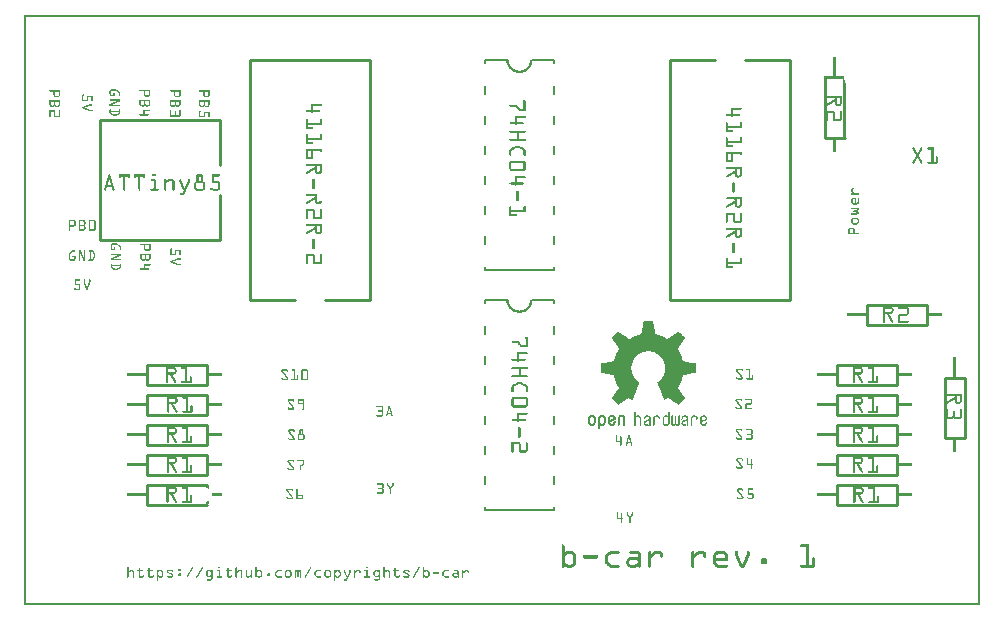
<source format=gto>
G04 MADE WITH FRITZING*
G04 WWW.FRITZING.ORG*
G04 DOUBLE SIDED*
G04 HOLES PLATED*
G04 CONTOUR ON CENTER OF CONTOUR VECTOR*
%ASAXBY*%
%FSLAX23Y23*%
%MOIN*%
%OFA0B0*%
%SFA1.0B1.0*%
%ADD10C,0.008000*%
%ADD11C,0.010000*%
%ADD12R,0.001000X0.001000*%
%LNSILK1*%
G90*
G70*
G54D10*
X1767Y319D02*
X1537Y319D01*
D02*
X1767Y1019D02*
X1692Y1019D01*
D02*
X1537Y1019D02*
X1612Y1019D01*
D02*
X1767Y1019D02*
X1767Y1009D01*
D02*
X1767Y319D02*
X1767Y329D01*
D02*
X1537Y1019D02*
X1537Y1009D01*
D02*
X1537Y319D02*
X1537Y329D01*
D02*
X1767Y932D02*
X1767Y906D01*
D02*
X1767Y832D02*
X1767Y806D01*
D02*
X1767Y732D02*
X1767Y706D01*
D02*
X1767Y632D02*
X1767Y606D01*
D02*
X1767Y532D02*
X1767Y506D01*
D02*
X1767Y432D02*
X1767Y406D01*
D02*
X1537Y432D02*
X1537Y406D01*
D02*
X1537Y532D02*
X1537Y506D01*
D02*
X1537Y632D02*
X1537Y606D01*
D02*
X1537Y732D02*
X1537Y706D01*
D02*
X1537Y832D02*
X1537Y806D01*
D02*
X1537Y932D02*
X1537Y906D01*
D02*
X1767Y1119D02*
X1537Y1119D01*
D02*
X1767Y1819D02*
X1692Y1819D01*
D02*
X1537Y1819D02*
X1612Y1819D01*
D02*
X1767Y1819D02*
X1767Y1809D01*
D02*
X1767Y1119D02*
X1767Y1129D01*
D02*
X1537Y1819D02*
X1537Y1809D01*
D02*
X1537Y1119D02*
X1537Y1129D01*
D02*
X1767Y1732D02*
X1767Y1706D01*
D02*
X1767Y1632D02*
X1767Y1606D01*
D02*
X1767Y1532D02*
X1767Y1506D01*
D02*
X1767Y1432D02*
X1767Y1406D01*
D02*
X1767Y1332D02*
X1767Y1306D01*
D02*
X1767Y1232D02*
X1767Y1206D01*
D02*
X1537Y1232D02*
X1537Y1206D01*
D02*
X1537Y1332D02*
X1537Y1306D01*
D02*
X1537Y1432D02*
X1537Y1406D01*
D02*
X1537Y1532D02*
X1537Y1506D01*
D02*
X1537Y1632D02*
X1537Y1606D01*
D02*
X1537Y1732D02*
X1537Y1706D01*
G54D11*
D02*
X1152Y1019D02*
X1152Y1819D01*
D02*
X1152Y1819D02*
X752Y1819D01*
D02*
X752Y1819D02*
X752Y1019D01*
D02*
X1152Y1019D02*
X1002Y1019D01*
D02*
X902Y1019D02*
X752Y1019D01*
D02*
X2152Y1819D02*
X2152Y1019D01*
D02*
X2152Y1019D02*
X2552Y1019D01*
D02*
X2552Y1019D02*
X2552Y1819D01*
D02*
X2152Y1819D02*
X2302Y1819D01*
D02*
X2402Y1819D02*
X2552Y1819D01*
D02*
X411Y402D02*
X611Y402D01*
D02*
X611Y336D02*
X411Y336D01*
D02*
X411Y336D02*
X411Y402D01*
D02*
X411Y502D02*
X611Y502D01*
D02*
X611Y502D02*
X611Y436D01*
D02*
X611Y436D02*
X411Y436D01*
D02*
X411Y436D02*
X411Y502D01*
D02*
X411Y702D02*
X611Y702D01*
D02*
X611Y702D02*
X611Y636D01*
D02*
X611Y636D02*
X411Y636D01*
D02*
X411Y636D02*
X411Y702D01*
D02*
X411Y602D02*
X611Y602D01*
D02*
X611Y602D02*
X611Y536D01*
D02*
X611Y536D02*
X411Y536D01*
D02*
X411Y536D02*
X411Y602D01*
D02*
X411Y802D02*
X611Y802D01*
D02*
X611Y802D02*
X611Y736D01*
D02*
X611Y736D02*
X411Y736D01*
D02*
X411Y736D02*
X411Y802D01*
D02*
X2711Y402D02*
X2911Y402D01*
D02*
X2911Y402D02*
X2911Y336D01*
D02*
X2911Y336D02*
X2711Y336D01*
D02*
X2711Y336D02*
X2711Y402D01*
D02*
X2711Y502D02*
X2911Y502D01*
D02*
X2911Y502D02*
X2911Y436D01*
D02*
X2911Y436D02*
X2711Y436D01*
D02*
X2711Y436D02*
X2711Y502D01*
D02*
X2711Y602D02*
X2911Y602D01*
D02*
X2911Y602D02*
X2911Y536D01*
D02*
X2911Y536D02*
X2711Y536D01*
D02*
X2711Y536D02*
X2711Y602D01*
D02*
X2711Y702D02*
X2911Y702D01*
D02*
X2911Y702D02*
X2911Y636D01*
D02*
X2911Y636D02*
X2711Y636D01*
D02*
X2711Y636D02*
X2711Y702D01*
D02*
X2711Y802D02*
X2911Y802D01*
D02*
X2911Y802D02*
X2911Y736D01*
D02*
X2911Y736D02*
X2711Y736D01*
D02*
X2711Y736D02*
X2711Y802D01*
D02*
X652Y1619D02*
X252Y1619D01*
D02*
X252Y1619D02*
X252Y1219D01*
D02*
X252Y1219D02*
X652Y1219D01*
D02*
X652Y1619D02*
X652Y1469D01*
D02*
X652Y1369D02*
X652Y1219D01*
D02*
X2811Y1002D02*
X3011Y1002D01*
D02*
X3011Y1002D02*
X3011Y936D01*
D02*
X3011Y936D02*
X2811Y936D01*
D02*
X2811Y936D02*
X2811Y1002D01*
D02*
X3135Y759D02*
X3135Y559D01*
D02*
X3135Y559D02*
X3069Y559D01*
D02*
X3069Y559D02*
X3069Y759D01*
D02*
X3069Y759D02*
X3135Y759D01*
D02*
X2735Y1559D02*
X2669Y1559D01*
D02*
X2669Y1559D02*
X2669Y1759D01*
G54D12*
X0Y1969D02*
X3187Y1969D01*
X0Y1968D02*
X3187Y1968D01*
X0Y1967D02*
X3187Y1967D01*
X0Y1966D02*
X3187Y1966D01*
X0Y1965D02*
X3187Y1965D01*
X0Y1964D02*
X3187Y1964D01*
X0Y1963D02*
X3187Y1963D01*
X0Y1962D02*
X3187Y1962D01*
X0Y1961D02*
X7Y1961D01*
X3180Y1961D02*
X3187Y1961D01*
X0Y1960D02*
X7Y1960D01*
X3180Y1960D02*
X3187Y1960D01*
X0Y1959D02*
X7Y1959D01*
X3180Y1959D02*
X3187Y1959D01*
X0Y1958D02*
X7Y1958D01*
X3180Y1958D02*
X3187Y1958D01*
X0Y1957D02*
X7Y1957D01*
X3180Y1957D02*
X3187Y1957D01*
X0Y1956D02*
X7Y1956D01*
X3180Y1956D02*
X3187Y1956D01*
X0Y1955D02*
X7Y1955D01*
X3180Y1955D02*
X3187Y1955D01*
X0Y1954D02*
X7Y1954D01*
X3180Y1954D02*
X3187Y1954D01*
X0Y1953D02*
X7Y1953D01*
X3180Y1953D02*
X3187Y1953D01*
X0Y1952D02*
X7Y1952D01*
X3180Y1952D02*
X3187Y1952D01*
X0Y1951D02*
X7Y1951D01*
X3180Y1951D02*
X3187Y1951D01*
X0Y1950D02*
X7Y1950D01*
X3180Y1950D02*
X3187Y1950D01*
X0Y1949D02*
X7Y1949D01*
X3180Y1949D02*
X3187Y1949D01*
X0Y1948D02*
X7Y1948D01*
X3180Y1948D02*
X3187Y1948D01*
X0Y1947D02*
X7Y1947D01*
X3180Y1947D02*
X3187Y1947D01*
X0Y1946D02*
X7Y1946D01*
X3180Y1946D02*
X3187Y1946D01*
X0Y1945D02*
X7Y1945D01*
X3180Y1945D02*
X3187Y1945D01*
X0Y1944D02*
X7Y1944D01*
X3180Y1944D02*
X3187Y1944D01*
X0Y1943D02*
X7Y1943D01*
X3180Y1943D02*
X3187Y1943D01*
X0Y1942D02*
X7Y1942D01*
X3180Y1942D02*
X3187Y1942D01*
X0Y1941D02*
X7Y1941D01*
X3180Y1941D02*
X3187Y1941D01*
X0Y1940D02*
X7Y1940D01*
X3180Y1940D02*
X3187Y1940D01*
X0Y1939D02*
X7Y1939D01*
X3180Y1939D02*
X3187Y1939D01*
X0Y1938D02*
X7Y1938D01*
X3180Y1938D02*
X3187Y1938D01*
X0Y1937D02*
X7Y1937D01*
X3180Y1937D02*
X3187Y1937D01*
X0Y1936D02*
X7Y1936D01*
X3180Y1936D02*
X3187Y1936D01*
X0Y1935D02*
X7Y1935D01*
X3180Y1935D02*
X3187Y1935D01*
X0Y1934D02*
X7Y1934D01*
X3180Y1934D02*
X3187Y1934D01*
X0Y1933D02*
X7Y1933D01*
X3180Y1933D02*
X3187Y1933D01*
X0Y1932D02*
X7Y1932D01*
X3180Y1932D02*
X3187Y1932D01*
X0Y1931D02*
X7Y1931D01*
X3180Y1931D02*
X3187Y1931D01*
X0Y1930D02*
X7Y1930D01*
X3180Y1930D02*
X3187Y1930D01*
X0Y1929D02*
X7Y1929D01*
X3180Y1929D02*
X3187Y1929D01*
X0Y1928D02*
X7Y1928D01*
X3180Y1928D02*
X3187Y1928D01*
X0Y1927D02*
X7Y1927D01*
X3180Y1927D02*
X3187Y1927D01*
X0Y1926D02*
X7Y1926D01*
X3180Y1926D02*
X3187Y1926D01*
X0Y1925D02*
X7Y1925D01*
X3180Y1925D02*
X3187Y1925D01*
X0Y1924D02*
X7Y1924D01*
X3180Y1924D02*
X3187Y1924D01*
X0Y1923D02*
X7Y1923D01*
X3180Y1923D02*
X3187Y1923D01*
X0Y1922D02*
X7Y1922D01*
X3180Y1922D02*
X3187Y1922D01*
X0Y1921D02*
X7Y1921D01*
X3180Y1921D02*
X3187Y1921D01*
X0Y1920D02*
X7Y1920D01*
X3180Y1920D02*
X3187Y1920D01*
X0Y1919D02*
X7Y1919D01*
X3180Y1919D02*
X3187Y1919D01*
X0Y1918D02*
X7Y1918D01*
X3180Y1918D02*
X3187Y1918D01*
X0Y1917D02*
X7Y1917D01*
X3180Y1917D02*
X3187Y1917D01*
X0Y1916D02*
X7Y1916D01*
X3180Y1916D02*
X3187Y1916D01*
X0Y1915D02*
X7Y1915D01*
X3180Y1915D02*
X3187Y1915D01*
X0Y1914D02*
X7Y1914D01*
X3180Y1914D02*
X3187Y1914D01*
X0Y1913D02*
X7Y1913D01*
X3180Y1913D02*
X3187Y1913D01*
X0Y1912D02*
X7Y1912D01*
X3180Y1912D02*
X3187Y1912D01*
X0Y1911D02*
X7Y1911D01*
X3180Y1911D02*
X3187Y1911D01*
X0Y1910D02*
X7Y1910D01*
X3180Y1910D02*
X3187Y1910D01*
X0Y1909D02*
X7Y1909D01*
X3180Y1909D02*
X3187Y1909D01*
X0Y1908D02*
X7Y1908D01*
X3180Y1908D02*
X3187Y1908D01*
X0Y1907D02*
X7Y1907D01*
X3180Y1907D02*
X3187Y1907D01*
X0Y1906D02*
X7Y1906D01*
X3180Y1906D02*
X3187Y1906D01*
X0Y1905D02*
X7Y1905D01*
X3180Y1905D02*
X3187Y1905D01*
X0Y1904D02*
X7Y1904D01*
X3180Y1904D02*
X3187Y1904D01*
X0Y1903D02*
X7Y1903D01*
X3180Y1903D02*
X3187Y1903D01*
X0Y1902D02*
X7Y1902D01*
X3180Y1902D02*
X3187Y1902D01*
X0Y1901D02*
X7Y1901D01*
X3180Y1901D02*
X3187Y1901D01*
X0Y1900D02*
X7Y1900D01*
X3180Y1900D02*
X3187Y1900D01*
X0Y1899D02*
X7Y1899D01*
X3180Y1899D02*
X3187Y1899D01*
X0Y1898D02*
X7Y1898D01*
X3180Y1898D02*
X3187Y1898D01*
X0Y1897D02*
X7Y1897D01*
X3180Y1897D02*
X3187Y1897D01*
X0Y1896D02*
X7Y1896D01*
X3180Y1896D02*
X3187Y1896D01*
X0Y1895D02*
X7Y1895D01*
X3180Y1895D02*
X3187Y1895D01*
X0Y1894D02*
X7Y1894D01*
X3180Y1894D02*
X3187Y1894D01*
X0Y1893D02*
X7Y1893D01*
X3180Y1893D02*
X3187Y1893D01*
X0Y1892D02*
X7Y1892D01*
X3180Y1892D02*
X3187Y1892D01*
X0Y1891D02*
X7Y1891D01*
X3180Y1891D02*
X3187Y1891D01*
X0Y1890D02*
X7Y1890D01*
X3180Y1890D02*
X3187Y1890D01*
X0Y1889D02*
X7Y1889D01*
X3180Y1889D02*
X3187Y1889D01*
X0Y1888D02*
X7Y1888D01*
X3180Y1888D02*
X3187Y1888D01*
X0Y1887D02*
X7Y1887D01*
X3180Y1887D02*
X3187Y1887D01*
X0Y1886D02*
X7Y1886D01*
X3180Y1886D02*
X3187Y1886D01*
X0Y1885D02*
X7Y1885D01*
X3180Y1885D02*
X3187Y1885D01*
X0Y1884D02*
X7Y1884D01*
X3180Y1884D02*
X3187Y1884D01*
X0Y1883D02*
X7Y1883D01*
X3180Y1883D02*
X3187Y1883D01*
X0Y1882D02*
X7Y1882D01*
X3180Y1882D02*
X3187Y1882D01*
X0Y1881D02*
X7Y1881D01*
X3180Y1881D02*
X3187Y1881D01*
X0Y1880D02*
X7Y1880D01*
X3180Y1880D02*
X3187Y1880D01*
X0Y1879D02*
X7Y1879D01*
X3180Y1879D02*
X3187Y1879D01*
X0Y1878D02*
X7Y1878D01*
X3180Y1878D02*
X3187Y1878D01*
X0Y1877D02*
X7Y1877D01*
X3180Y1877D02*
X3187Y1877D01*
X0Y1876D02*
X7Y1876D01*
X3180Y1876D02*
X3187Y1876D01*
X0Y1875D02*
X7Y1875D01*
X3180Y1875D02*
X3187Y1875D01*
X0Y1874D02*
X7Y1874D01*
X3180Y1874D02*
X3187Y1874D01*
X0Y1873D02*
X7Y1873D01*
X3180Y1873D02*
X3187Y1873D01*
X0Y1872D02*
X7Y1872D01*
X3180Y1872D02*
X3187Y1872D01*
X0Y1871D02*
X7Y1871D01*
X3180Y1871D02*
X3187Y1871D01*
X0Y1870D02*
X7Y1870D01*
X3180Y1870D02*
X3187Y1870D01*
X0Y1869D02*
X7Y1869D01*
X3180Y1869D02*
X3187Y1869D01*
X0Y1868D02*
X7Y1868D01*
X3180Y1868D02*
X3187Y1868D01*
X0Y1867D02*
X7Y1867D01*
X3180Y1867D02*
X3187Y1867D01*
X0Y1866D02*
X7Y1866D01*
X3180Y1866D02*
X3187Y1866D01*
X0Y1865D02*
X7Y1865D01*
X3180Y1865D02*
X3187Y1865D01*
X0Y1864D02*
X7Y1864D01*
X3180Y1864D02*
X3187Y1864D01*
X0Y1863D02*
X7Y1863D01*
X3180Y1863D02*
X3187Y1863D01*
X0Y1862D02*
X7Y1862D01*
X3180Y1862D02*
X3187Y1862D01*
X0Y1861D02*
X7Y1861D01*
X3180Y1861D02*
X3187Y1861D01*
X0Y1860D02*
X7Y1860D01*
X3180Y1860D02*
X3187Y1860D01*
X0Y1859D02*
X7Y1859D01*
X3180Y1859D02*
X3187Y1859D01*
X0Y1858D02*
X7Y1858D01*
X3180Y1858D02*
X3187Y1858D01*
X0Y1857D02*
X7Y1857D01*
X3180Y1857D02*
X3187Y1857D01*
X0Y1856D02*
X7Y1856D01*
X3180Y1856D02*
X3187Y1856D01*
X0Y1855D02*
X7Y1855D01*
X3180Y1855D02*
X3187Y1855D01*
X0Y1854D02*
X7Y1854D01*
X3180Y1854D02*
X3187Y1854D01*
X0Y1853D02*
X7Y1853D01*
X3180Y1853D02*
X3187Y1853D01*
X0Y1852D02*
X7Y1852D01*
X3180Y1852D02*
X3187Y1852D01*
X0Y1851D02*
X7Y1851D01*
X3180Y1851D02*
X3187Y1851D01*
X0Y1850D02*
X7Y1850D01*
X3180Y1850D02*
X3187Y1850D01*
X0Y1849D02*
X7Y1849D01*
X3180Y1849D02*
X3187Y1849D01*
X0Y1848D02*
X7Y1848D01*
X3180Y1848D02*
X3187Y1848D01*
X0Y1847D02*
X7Y1847D01*
X3180Y1847D02*
X3187Y1847D01*
X0Y1846D02*
X7Y1846D01*
X3180Y1846D02*
X3187Y1846D01*
X0Y1845D02*
X7Y1845D01*
X3180Y1845D02*
X3187Y1845D01*
X0Y1844D02*
X7Y1844D01*
X3180Y1844D02*
X3187Y1844D01*
X0Y1843D02*
X7Y1843D01*
X3180Y1843D02*
X3187Y1843D01*
X0Y1842D02*
X7Y1842D01*
X3180Y1842D02*
X3187Y1842D01*
X0Y1841D02*
X7Y1841D01*
X3180Y1841D02*
X3187Y1841D01*
X0Y1840D02*
X7Y1840D01*
X3180Y1840D02*
X3187Y1840D01*
X0Y1839D02*
X7Y1839D01*
X3180Y1839D02*
X3187Y1839D01*
X0Y1838D02*
X7Y1838D01*
X3180Y1838D02*
X3187Y1838D01*
X0Y1837D02*
X7Y1837D01*
X3180Y1837D02*
X3187Y1837D01*
X0Y1836D02*
X7Y1836D01*
X3180Y1836D02*
X3187Y1836D01*
X0Y1835D02*
X7Y1835D01*
X3180Y1835D02*
X3187Y1835D01*
X0Y1834D02*
X7Y1834D01*
X3180Y1834D02*
X3187Y1834D01*
X0Y1833D02*
X7Y1833D01*
X3180Y1833D02*
X3187Y1833D01*
X0Y1832D02*
X7Y1832D01*
X3180Y1832D02*
X3187Y1832D01*
X0Y1831D02*
X7Y1831D01*
X3180Y1831D02*
X3187Y1831D01*
X0Y1830D02*
X7Y1830D01*
X3180Y1830D02*
X3187Y1830D01*
X0Y1829D02*
X7Y1829D01*
X3180Y1829D02*
X3187Y1829D01*
X0Y1828D02*
X7Y1828D01*
X3180Y1828D02*
X3187Y1828D01*
X0Y1827D02*
X7Y1827D01*
X2696Y1827D02*
X2705Y1827D01*
X3180Y1827D02*
X3187Y1827D01*
X0Y1826D02*
X7Y1826D01*
X2696Y1826D02*
X2705Y1826D01*
X3180Y1826D02*
X3187Y1826D01*
X0Y1825D02*
X7Y1825D01*
X2696Y1825D02*
X2705Y1825D01*
X3180Y1825D02*
X3187Y1825D01*
X0Y1824D02*
X7Y1824D01*
X2696Y1824D02*
X2705Y1824D01*
X3180Y1824D02*
X3187Y1824D01*
X0Y1823D02*
X7Y1823D01*
X2696Y1823D02*
X2705Y1823D01*
X3180Y1823D02*
X3187Y1823D01*
X0Y1822D02*
X7Y1822D01*
X2696Y1822D02*
X2705Y1822D01*
X3180Y1822D02*
X3187Y1822D01*
X0Y1821D02*
X7Y1821D01*
X2696Y1821D02*
X2705Y1821D01*
X3180Y1821D02*
X3187Y1821D01*
X0Y1820D02*
X7Y1820D01*
X2696Y1820D02*
X2705Y1820D01*
X3180Y1820D02*
X3187Y1820D01*
X0Y1819D02*
X7Y1819D01*
X1607Y1819D02*
X1614Y1819D01*
X1687Y1819D02*
X1694Y1819D01*
X2696Y1819D02*
X2705Y1819D01*
X3180Y1819D02*
X3187Y1819D01*
X0Y1818D02*
X7Y1818D01*
X1608Y1818D02*
X1615Y1818D01*
X1687Y1818D02*
X1694Y1818D01*
X2696Y1818D02*
X2705Y1818D01*
X3180Y1818D02*
X3187Y1818D01*
X0Y1817D02*
X7Y1817D01*
X1608Y1817D02*
X1615Y1817D01*
X1687Y1817D02*
X1694Y1817D01*
X2696Y1817D02*
X2705Y1817D01*
X3180Y1817D02*
X3187Y1817D01*
X0Y1816D02*
X7Y1816D01*
X1608Y1816D02*
X1615Y1816D01*
X1687Y1816D02*
X1694Y1816D01*
X2696Y1816D02*
X2705Y1816D01*
X3180Y1816D02*
X3187Y1816D01*
X0Y1815D02*
X7Y1815D01*
X1608Y1815D02*
X1615Y1815D01*
X1687Y1815D02*
X1694Y1815D01*
X2696Y1815D02*
X2705Y1815D01*
X3180Y1815D02*
X3187Y1815D01*
X0Y1814D02*
X7Y1814D01*
X1608Y1814D02*
X1615Y1814D01*
X1687Y1814D02*
X1694Y1814D01*
X2696Y1814D02*
X2705Y1814D01*
X3180Y1814D02*
X3187Y1814D01*
X0Y1813D02*
X7Y1813D01*
X1608Y1813D02*
X1615Y1813D01*
X1687Y1813D02*
X1694Y1813D01*
X2696Y1813D02*
X2705Y1813D01*
X3180Y1813D02*
X3187Y1813D01*
X0Y1812D02*
X7Y1812D01*
X1608Y1812D02*
X1615Y1812D01*
X1687Y1812D02*
X1694Y1812D01*
X2696Y1812D02*
X2705Y1812D01*
X3180Y1812D02*
X3187Y1812D01*
X0Y1811D02*
X7Y1811D01*
X1608Y1811D02*
X1615Y1811D01*
X1686Y1811D02*
X1694Y1811D01*
X2696Y1811D02*
X2705Y1811D01*
X3180Y1811D02*
X3187Y1811D01*
X0Y1810D02*
X7Y1810D01*
X1609Y1810D02*
X1616Y1810D01*
X1686Y1810D02*
X1693Y1810D01*
X2696Y1810D02*
X2705Y1810D01*
X3180Y1810D02*
X3187Y1810D01*
X0Y1809D02*
X7Y1809D01*
X1609Y1809D02*
X1616Y1809D01*
X1686Y1809D02*
X1693Y1809D01*
X2696Y1809D02*
X2705Y1809D01*
X3180Y1809D02*
X3187Y1809D01*
X0Y1808D02*
X7Y1808D01*
X1609Y1808D02*
X1616Y1808D01*
X1686Y1808D02*
X1693Y1808D01*
X2696Y1808D02*
X2705Y1808D01*
X3180Y1808D02*
X3187Y1808D01*
X0Y1807D02*
X7Y1807D01*
X1609Y1807D02*
X1617Y1807D01*
X1685Y1807D02*
X1692Y1807D01*
X2696Y1807D02*
X2705Y1807D01*
X3180Y1807D02*
X3187Y1807D01*
X0Y1806D02*
X7Y1806D01*
X1610Y1806D02*
X1617Y1806D01*
X1685Y1806D02*
X1692Y1806D01*
X2696Y1806D02*
X2705Y1806D01*
X3180Y1806D02*
X3187Y1806D01*
X0Y1805D02*
X7Y1805D01*
X1610Y1805D02*
X1618Y1805D01*
X1684Y1805D02*
X1692Y1805D01*
X2696Y1805D02*
X2705Y1805D01*
X3180Y1805D02*
X3187Y1805D01*
X0Y1804D02*
X7Y1804D01*
X1610Y1804D02*
X1618Y1804D01*
X1684Y1804D02*
X1691Y1804D01*
X2696Y1804D02*
X2705Y1804D01*
X3180Y1804D02*
X3187Y1804D01*
X0Y1803D02*
X7Y1803D01*
X1611Y1803D02*
X1619Y1803D01*
X1683Y1803D02*
X1691Y1803D01*
X2696Y1803D02*
X2705Y1803D01*
X3180Y1803D02*
X3187Y1803D01*
X0Y1802D02*
X7Y1802D01*
X1611Y1802D02*
X1619Y1802D01*
X1683Y1802D02*
X1691Y1802D01*
X2696Y1802D02*
X2705Y1802D01*
X3180Y1802D02*
X3187Y1802D01*
X0Y1801D02*
X7Y1801D01*
X1612Y1801D02*
X1620Y1801D01*
X1682Y1801D02*
X1690Y1801D01*
X2696Y1801D02*
X2705Y1801D01*
X3180Y1801D02*
X3187Y1801D01*
X0Y1800D02*
X7Y1800D01*
X1612Y1800D02*
X1620Y1800D01*
X1682Y1800D02*
X1690Y1800D01*
X2696Y1800D02*
X2705Y1800D01*
X3180Y1800D02*
X3187Y1800D01*
X0Y1799D02*
X7Y1799D01*
X1613Y1799D02*
X1621Y1799D01*
X1681Y1799D02*
X1689Y1799D01*
X2696Y1799D02*
X2705Y1799D01*
X3180Y1799D02*
X3187Y1799D01*
X0Y1798D02*
X7Y1798D01*
X1613Y1798D02*
X1622Y1798D01*
X1680Y1798D02*
X1689Y1798D01*
X2696Y1798D02*
X2705Y1798D01*
X3180Y1798D02*
X3187Y1798D01*
X0Y1797D02*
X7Y1797D01*
X1614Y1797D02*
X1623Y1797D01*
X1679Y1797D02*
X1688Y1797D01*
X2696Y1797D02*
X2705Y1797D01*
X3180Y1797D02*
X3187Y1797D01*
X0Y1796D02*
X7Y1796D01*
X1614Y1796D02*
X1623Y1796D01*
X1678Y1796D02*
X1687Y1796D01*
X2696Y1796D02*
X2705Y1796D01*
X3180Y1796D02*
X3187Y1796D01*
X0Y1795D02*
X7Y1795D01*
X1615Y1795D02*
X1624Y1795D01*
X1678Y1795D02*
X1687Y1795D01*
X2696Y1795D02*
X2705Y1795D01*
X3180Y1795D02*
X3187Y1795D01*
X0Y1794D02*
X7Y1794D01*
X1616Y1794D02*
X1625Y1794D01*
X1677Y1794D02*
X1686Y1794D01*
X2696Y1794D02*
X2705Y1794D01*
X3180Y1794D02*
X3187Y1794D01*
X0Y1793D02*
X7Y1793D01*
X1617Y1793D02*
X1626Y1793D01*
X1675Y1793D02*
X1685Y1793D01*
X2696Y1793D02*
X2705Y1793D01*
X3180Y1793D02*
X3187Y1793D01*
X0Y1792D02*
X7Y1792D01*
X1617Y1792D02*
X1627Y1792D01*
X1674Y1792D02*
X1685Y1792D01*
X2696Y1792D02*
X2705Y1792D01*
X3180Y1792D02*
X3187Y1792D01*
X0Y1791D02*
X7Y1791D01*
X1618Y1791D02*
X1629Y1791D01*
X1673Y1791D02*
X1684Y1791D01*
X2696Y1791D02*
X2705Y1791D01*
X3180Y1791D02*
X3187Y1791D01*
X0Y1790D02*
X7Y1790D01*
X1619Y1790D02*
X1630Y1790D01*
X1672Y1790D02*
X1683Y1790D01*
X2696Y1790D02*
X2705Y1790D01*
X3180Y1790D02*
X3187Y1790D01*
X0Y1789D02*
X7Y1789D01*
X1620Y1789D02*
X1632Y1789D01*
X1670Y1789D02*
X1682Y1789D01*
X2696Y1789D02*
X2705Y1789D01*
X3180Y1789D02*
X3187Y1789D01*
X0Y1788D02*
X7Y1788D01*
X1621Y1788D02*
X1633Y1788D01*
X1669Y1788D02*
X1681Y1788D01*
X2696Y1788D02*
X2705Y1788D01*
X3180Y1788D02*
X3187Y1788D01*
X0Y1787D02*
X7Y1787D01*
X1622Y1787D02*
X1635Y1787D01*
X1667Y1787D02*
X1680Y1787D01*
X2696Y1787D02*
X2705Y1787D01*
X3180Y1787D02*
X3187Y1787D01*
X0Y1786D02*
X7Y1786D01*
X1623Y1786D02*
X1638Y1786D01*
X1664Y1786D02*
X1679Y1786D01*
X2696Y1786D02*
X2705Y1786D01*
X3180Y1786D02*
X3187Y1786D01*
X0Y1785D02*
X7Y1785D01*
X1625Y1785D02*
X1641Y1785D01*
X1661Y1785D02*
X1677Y1785D01*
X2696Y1785D02*
X2705Y1785D01*
X3180Y1785D02*
X3187Y1785D01*
X0Y1784D02*
X7Y1784D01*
X1626Y1784D02*
X1646Y1784D01*
X1656Y1784D02*
X1676Y1784D01*
X2696Y1784D02*
X2705Y1784D01*
X3180Y1784D02*
X3187Y1784D01*
X0Y1783D02*
X7Y1783D01*
X1627Y1783D02*
X1675Y1783D01*
X2696Y1783D02*
X2705Y1783D01*
X3180Y1783D02*
X3187Y1783D01*
X0Y1782D02*
X7Y1782D01*
X1629Y1782D02*
X1673Y1782D01*
X2696Y1782D02*
X2705Y1782D01*
X3180Y1782D02*
X3187Y1782D01*
X0Y1781D02*
X7Y1781D01*
X1631Y1781D02*
X1671Y1781D01*
X2696Y1781D02*
X2705Y1781D01*
X3180Y1781D02*
X3187Y1781D01*
X0Y1780D02*
X7Y1780D01*
X1633Y1780D02*
X1669Y1780D01*
X2696Y1780D02*
X2705Y1780D01*
X3180Y1780D02*
X3187Y1780D01*
X0Y1779D02*
X7Y1779D01*
X1635Y1779D02*
X1667Y1779D01*
X2696Y1779D02*
X2705Y1779D01*
X3180Y1779D02*
X3187Y1779D01*
X0Y1778D02*
X7Y1778D01*
X1638Y1778D02*
X1664Y1778D01*
X2696Y1778D02*
X2705Y1778D01*
X3180Y1778D02*
X3187Y1778D01*
X0Y1777D02*
X7Y1777D01*
X1641Y1777D02*
X1661Y1777D01*
X2696Y1777D02*
X2705Y1777D01*
X3180Y1777D02*
X3187Y1777D01*
X0Y1776D02*
X7Y1776D01*
X1647Y1776D02*
X1655Y1776D01*
X2696Y1776D02*
X2705Y1776D01*
X3180Y1776D02*
X3187Y1776D01*
X0Y1775D02*
X7Y1775D01*
X2696Y1775D02*
X2705Y1775D01*
X3180Y1775D02*
X3187Y1775D01*
X0Y1774D02*
X7Y1774D01*
X2696Y1774D02*
X2705Y1774D01*
X3180Y1774D02*
X3187Y1774D01*
X0Y1773D02*
X7Y1773D01*
X2696Y1773D02*
X2705Y1773D01*
X3180Y1773D02*
X3187Y1773D01*
X0Y1772D02*
X7Y1772D01*
X2696Y1772D02*
X2705Y1772D01*
X3180Y1772D02*
X3187Y1772D01*
X0Y1771D02*
X7Y1771D01*
X2696Y1771D02*
X2705Y1771D01*
X3180Y1771D02*
X3187Y1771D01*
X0Y1770D02*
X7Y1770D01*
X2696Y1770D02*
X2705Y1770D01*
X3180Y1770D02*
X3187Y1770D01*
X0Y1769D02*
X7Y1769D01*
X2696Y1769D02*
X2705Y1769D01*
X3180Y1769D02*
X3187Y1769D01*
X0Y1768D02*
X7Y1768D01*
X2696Y1768D02*
X2705Y1768D01*
X3180Y1768D02*
X3187Y1768D01*
X0Y1767D02*
X7Y1767D01*
X2696Y1767D02*
X2705Y1767D01*
X3180Y1767D02*
X3187Y1767D01*
X0Y1766D02*
X7Y1766D01*
X2696Y1766D02*
X2705Y1766D01*
X3180Y1766D02*
X3187Y1766D01*
X0Y1765D02*
X7Y1765D01*
X2668Y1765D02*
X2732Y1765D01*
X3180Y1765D02*
X3187Y1765D01*
X0Y1764D02*
X7Y1764D01*
X2668Y1764D02*
X2732Y1764D01*
X3180Y1764D02*
X3187Y1764D01*
X0Y1763D02*
X7Y1763D01*
X2668Y1763D02*
X2732Y1763D01*
X3180Y1763D02*
X3187Y1763D01*
X0Y1762D02*
X7Y1762D01*
X2668Y1762D02*
X2733Y1762D01*
X3180Y1762D02*
X3187Y1762D01*
X0Y1761D02*
X7Y1761D01*
X2668Y1761D02*
X2733Y1761D01*
X3180Y1761D02*
X3187Y1761D01*
X0Y1760D02*
X7Y1760D01*
X2668Y1760D02*
X2733Y1760D01*
X3180Y1760D02*
X3187Y1760D01*
X0Y1759D02*
X7Y1759D01*
X2668Y1759D02*
X2733Y1759D01*
X3180Y1759D02*
X3187Y1759D01*
X0Y1758D02*
X7Y1758D01*
X2668Y1758D02*
X2733Y1758D01*
X3180Y1758D02*
X3187Y1758D01*
X0Y1757D02*
X7Y1757D01*
X2668Y1757D02*
X2733Y1757D01*
X3180Y1757D02*
X3187Y1757D01*
X0Y1756D02*
X7Y1756D01*
X2668Y1756D02*
X2734Y1756D01*
X3180Y1756D02*
X3187Y1756D01*
X0Y1755D02*
X7Y1755D01*
X2729Y1755D02*
X2734Y1755D01*
X3180Y1755D02*
X3187Y1755D01*
X0Y1754D02*
X7Y1754D01*
X2729Y1754D02*
X2734Y1754D01*
X3180Y1754D02*
X3187Y1754D01*
X0Y1753D02*
X7Y1753D01*
X2729Y1753D02*
X2734Y1753D01*
X3180Y1753D02*
X3187Y1753D01*
X0Y1752D02*
X7Y1752D01*
X2729Y1752D02*
X2735Y1752D01*
X3180Y1752D02*
X3187Y1752D01*
X0Y1751D02*
X7Y1751D01*
X2729Y1751D02*
X2735Y1751D01*
X3180Y1751D02*
X3187Y1751D01*
X0Y1750D02*
X7Y1750D01*
X2729Y1750D02*
X2735Y1750D01*
X3180Y1750D02*
X3187Y1750D01*
X0Y1749D02*
X7Y1749D01*
X2729Y1749D02*
X2735Y1749D01*
X3180Y1749D02*
X3187Y1749D01*
X0Y1748D02*
X7Y1748D01*
X2729Y1748D02*
X2736Y1748D01*
X3180Y1748D02*
X3187Y1748D01*
X0Y1747D02*
X7Y1747D01*
X2729Y1747D02*
X2736Y1747D01*
X3180Y1747D02*
X3187Y1747D01*
X0Y1746D02*
X7Y1746D01*
X2729Y1746D02*
X2736Y1746D01*
X3180Y1746D02*
X3187Y1746D01*
X0Y1745D02*
X7Y1745D01*
X2729Y1745D02*
X2737Y1745D01*
X3180Y1745D02*
X3187Y1745D01*
X0Y1744D02*
X7Y1744D01*
X2729Y1744D02*
X2737Y1744D01*
X3180Y1744D02*
X3187Y1744D01*
X0Y1743D02*
X7Y1743D01*
X2729Y1743D02*
X2738Y1743D01*
X3180Y1743D02*
X3187Y1743D01*
X0Y1742D02*
X7Y1742D01*
X2729Y1742D02*
X2738Y1742D01*
X3180Y1742D02*
X3187Y1742D01*
X0Y1741D02*
X7Y1741D01*
X2729Y1741D02*
X2738Y1741D01*
X3180Y1741D02*
X3187Y1741D01*
X0Y1740D02*
X7Y1740D01*
X2729Y1740D02*
X2738Y1740D01*
X3180Y1740D02*
X3187Y1740D01*
X0Y1739D02*
X7Y1739D01*
X2729Y1739D02*
X2738Y1739D01*
X3180Y1739D02*
X3187Y1739D01*
X0Y1738D02*
X7Y1738D01*
X2729Y1738D02*
X2738Y1738D01*
X3180Y1738D02*
X3187Y1738D01*
X0Y1737D02*
X7Y1737D01*
X2729Y1737D02*
X2738Y1737D01*
X3180Y1737D02*
X3187Y1737D01*
X0Y1736D02*
X7Y1736D01*
X2729Y1736D02*
X2738Y1736D01*
X3180Y1736D02*
X3187Y1736D01*
X0Y1735D02*
X7Y1735D01*
X2729Y1735D02*
X2738Y1735D01*
X3180Y1735D02*
X3187Y1735D01*
X0Y1734D02*
X7Y1734D01*
X2729Y1734D02*
X2738Y1734D01*
X3180Y1734D02*
X3187Y1734D01*
X0Y1733D02*
X7Y1733D01*
X2729Y1733D02*
X2738Y1733D01*
X3180Y1733D02*
X3187Y1733D01*
X0Y1732D02*
X7Y1732D01*
X2729Y1732D02*
X2738Y1732D01*
X3180Y1732D02*
X3187Y1732D01*
X0Y1731D02*
X7Y1731D01*
X2729Y1731D02*
X2738Y1731D01*
X3180Y1731D02*
X3187Y1731D01*
X0Y1730D02*
X7Y1730D01*
X2729Y1730D02*
X2738Y1730D01*
X3180Y1730D02*
X3187Y1730D01*
X0Y1729D02*
X7Y1729D01*
X2729Y1729D02*
X2738Y1729D01*
X3180Y1729D02*
X3187Y1729D01*
X0Y1728D02*
X7Y1728D01*
X2729Y1728D02*
X2738Y1728D01*
X3180Y1728D02*
X3187Y1728D01*
X0Y1727D02*
X7Y1727D01*
X2729Y1727D02*
X2738Y1727D01*
X3180Y1727D02*
X3187Y1727D01*
X0Y1726D02*
X7Y1726D01*
X2729Y1726D02*
X2738Y1726D01*
X3180Y1726D02*
X3187Y1726D01*
X0Y1725D02*
X7Y1725D01*
X2729Y1725D02*
X2738Y1725D01*
X3180Y1725D02*
X3187Y1725D01*
X0Y1724D02*
X7Y1724D01*
X2729Y1724D02*
X2738Y1724D01*
X3180Y1724D02*
X3187Y1724D01*
X0Y1723D02*
X7Y1723D01*
X2729Y1723D02*
X2738Y1723D01*
X3180Y1723D02*
X3187Y1723D01*
X0Y1722D02*
X7Y1722D01*
X2729Y1722D02*
X2738Y1722D01*
X3180Y1722D02*
X3187Y1722D01*
X0Y1721D02*
X7Y1721D01*
X290Y1721D02*
X306Y1721D01*
X2729Y1721D02*
X2738Y1721D01*
X3180Y1721D02*
X3187Y1721D01*
X0Y1720D02*
X7Y1720D01*
X288Y1720D02*
X308Y1720D01*
X2729Y1720D02*
X2738Y1720D01*
X3180Y1720D02*
X3187Y1720D01*
X0Y1719D02*
X7Y1719D01*
X287Y1719D02*
X310Y1719D01*
X386Y1719D02*
X420Y1719D01*
X2729Y1719D02*
X2738Y1719D01*
X3180Y1719D02*
X3187Y1719D01*
X0Y1718D02*
X7Y1718D01*
X87Y1718D02*
X119Y1718D01*
X286Y1718D02*
X311Y1718D01*
X385Y1718D02*
X420Y1718D01*
X487Y1718D02*
X521Y1718D01*
X2729Y1718D02*
X2738Y1718D01*
X3180Y1718D02*
X3187Y1718D01*
X0Y1717D02*
X7Y1717D01*
X85Y1717D02*
X120Y1717D01*
X286Y1717D02*
X313Y1717D01*
X385Y1717D02*
X420Y1717D01*
X486Y1717D02*
X521Y1717D01*
X584Y1717D02*
X618Y1717D01*
X2729Y1717D02*
X2738Y1717D01*
X3180Y1717D02*
X3187Y1717D01*
X0Y1716D02*
X7Y1716D01*
X85Y1716D02*
X120Y1716D01*
X286Y1716D02*
X290Y1716D01*
X307Y1716D02*
X314Y1716D01*
X386Y1716D02*
X420Y1716D01*
X486Y1716D02*
X521Y1716D01*
X583Y1716D02*
X618Y1716D01*
X2729Y1716D02*
X2738Y1716D01*
X3180Y1716D02*
X3187Y1716D01*
X0Y1715D02*
X7Y1715D01*
X85Y1715D02*
X120Y1715D01*
X285Y1715D02*
X289Y1715D01*
X309Y1715D02*
X315Y1715D01*
X398Y1715D02*
X403Y1715D01*
X416Y1715D02*
X420Y1715D01*
X487Y1715D02*
X521Y1715D01*
X583Y1715D02*
X618Y1715D01*
X2729Y1715D02*
X2738Y1715D01*
X3180Y1715D02*
X3187Y1715D01*
X0Y1714D02*
X7Y1714D01*
X86Y1714D02*
X120Y1714D01*
X285Y1714D02*
X289Y1714D01*
X310Y1714D02*
X316Y1714D01*
X399Y1714D02*
X402Y1714D01*
X416Y1714D02*
X420Y1714D01*
X489Y1714D02*
X521Y1714D01*
X584Y1714D02*
X618Y1714D01*
X2729Y1714D02*
X2738Y1714D01*
X3180Y1714D02*
X3187Y1714D01*
X0Y1713D02*
X7Y1713D01*
X98Y1713D02*
X102Y1713D01*
X116Y1713D02*
X120Y1713D01*
X285Y1713D02*
X289Y1713D01*
X311Y1713D02*
X318Y1713D01*
X399Y1713D02*
X402Y1713D01*
X416Y1713D02*
X420Y1713D01*
X500Y1713D02*
X504Y1713D01*
X517Y1713D02*
X521Y1713D01*
X585Y1713D02*
X618Y1713D01*
X2729Y1713D02*
X2738Y1713D01*
X3180Y1713D02*
X3187Y1713D01*
X0Y1712D02*
X7Y1712D01*
X98Y1712D02*
X102Y1712D01*
X116Y1712D02*
X120Y1712D01*
X285Y1712D02*
X289Y1712D01*
X312Y1712D02*
X319Y1712D01*
X399Y1712D02*
X402Y1712D01*
X416Y1712D02*
X420Y1712D01*
X500Y1712D02*
X504Y1712D01*
X517Y1712D02*
X521Y1712D01*
X597Y1712D02*
X601Y1712D01*
X614Y1712D02*
X618Y1712D01*
X2729Y1712D02*
X2738Y1712D01*
X3180Y1712D02*
X3187Y1712D01*
X0Y1711D02*
X7Y1711D01*
X98Y1711D02*
X102Y1711D01*
X116Y1711D02*
X120Y1711D01*
X285Y1711D02*
X289Y1711D01*
X314Y1711D02*
X319Y1711D01*
X399Y1711D02*
X402Y1711D01*
X416Y1711D02*
X420Y1711D01*
X500Y1711D02*
X504Y1711D01*
X517Y1711D02*
X521Y1711D01*
X597Y1711D02*
X601Y1711D01*
X614Y1711D02*
X618Y1711D01*
X2729Y1711D02*
X2738Y1711D01*
X3180Y1711D02*
X3187Y1711D01*
X0Y1710D02*
X7Y1710D01*
X98Y1710D02*
X102Y1710D01*
X116Y1710D02*
X120Y1710D01*
X285Y1710D02*
X289Y1710D01*
X315Y1710D02*
X320Y1710D01*
X399Y1710D02*
X402Y1710D01*
X416Y1710D02*
X420Y1710D01*
X500Y1710D02*
X504Y1710D01*
X517Y1710D02*
X521Y1710D01*
X597Y1710D02*
X601Y1710D01*
X614Y1710D02*
X618Y1710D01*
X2729Y1710D02*
X2738Y1710D01*
X3180Y1710D02*
X3187Y1710D01*
X0Y1709D02*
X7Y1709D01*
X98Y1709D02*
X102Y1709D01*
X116Y1709D02*
X120Y1709D01*
X285Y1709D02*
X289Y1709D01*
X298Y1709D02*
X300Y1709D01*
X316Y1709D02*
X320Y1709D01*
X399Y1709D02*
X402Y1709D01*
X416Y1709D02*
X420Y1709D01*
X500Y1709D02*
X504Y1709D01*
X517Y1709D02*
X521Y1709D01*
X597Y1709D02*
X601Y1709D01*
X614Y1709D02*
X618Y1709D01*
X2729Y1709D02*
X2738Y1709D01*
X3180Y1709D02*
X3187Y1709D01*
X0Y1708D02*
X7Y1708D01*
X98Y1708D02*
X102Y1708D01*
X116Y1708D02*
X120Y1708D01*
X285Y1708D02*
X289Y1708D01*
X297Y1708D02*
X301Y1708D01*
X316Y1708D02*
X320Y1708D01*
X399Y1708D02*
X402Y1708D01*
X416Y1708D02*
X420Y1708D01*
X500Y1708D02*
X504Y1708D01*
X517Y1708D02*
X521Y1708D01*
X597Y1708D02*
X601Y1708D01*
X614Y1708D02*
X618Y1708D01*
X2729Y1708D02*
X2738Y1708D01*
X3180Y1708D02*
X3187Y1708D01*
X0Y1707D02*
X7Y1707D01*
X98Y1707D02*
X102Y1707D01*
X116Y1707D02*
X120Y1707D01*
X285Y1707D02*
X289Y1707D01*
X297Y1707D02*
X301Y1707D01*
X317Y1707D02*
X320Y1707D01*
X399Y1707D02*
X402Y1707D01*
X416Y1707D02*
X420Y1707D01*
X500Y1707D02*
X504Y1707D01*
X517Y1707D02*
X521Y1707D01*
X597Y1707D02*
X601Y1707D01*
X614Y1707D02*
X618Y1707D01*
X2729Y1707D02*
X2738Y1707D01*
X3180Y1707D02*
X3187Y1707D01*
X0Y1706D02*
X7Y1706D01*
X98Y1706D02*
X102Y1706D01*
X116Y1706D02*
X120Y1706D01*
X285Y1706D02*
X289Y1706D01*
X297Y1706D02*
X301Y1706D01*
X317Y1706D02*
X320Y1706D01*
X399Y1706D02*
X402Y1706D01*
X416Y1706D02*
X420Y1706D01*
X500Y1706D02*
X504Y1706D01*
X517Y1706D02*
X521Y1706D01*
X597Y1706D02*
X601Y1706D01*
X614Y1706D02*
X618Y1706D01*
X2729Y1706D02*
X2738Y1706D01*
X3180Y1706D02*
X3187Y1706D01*
X0Y1705D02*
X7Y1705D01*
X98Y1705D02*
X102Y1705D01*
X116Y1705D02*
X120Y1705D01*
X285Y1705D02*
X289Y1705D01*
X297Y1705D02*
X301Y1705D01*
X317Y1705D02*
X320Y1705D01*
X399Y1705D02*
X402Y1705D01*
X416Y1705D02*
X420Y1705D01*
X500Y1705D02*
X504Y1705D01*
X517Y1705D02*
X521Y1705D01*
X597Y1705D02*
X601Y1705D01*
X614Y1705D02*
X618Y1705D01*
X2729Y1705D02*
X2738Y1705D01*
X3180Y1705D02*
X3187Y1705D01*
X0Y1704D02*
X7Y1704D01*
X98Y1704D02*
X102Y1704D01*
X116Y1704D02*
X120Y1704D01*
X196Y1704D02*
X198Y1704D01*
X286Y1704D02*
X290Y1704D01*
X297Y1704D02*
X301Y1704D01*
X317Y1704D02*
X320Y1704D01*
X399Y1704D02*
X402Y1704D01*
X416Y1704D02*
X420Y1704D01*
X500Y1704D02*
X504Y1704D01*
X517Y1704D02*
X521Y1704D01*
X597Y1704D02*
X601Y1704D01*
X614Y1704D02*
X618Y1704D01*
X2729Y1704D02*
X2738Y1704D01*
X3180Y1704D02*
X3187Y1704D01*
X0Y1703D02*
X7Y1703D01*
X98Y1703D02*
X102Y1703D01*
X116Y1703D02*
X120Y1703D01*
X195Y1703D02*
X199Y1703D01*
X286Y1703D02*
X301Y1703D01*
X317Y1703D02*
X320Y1703D01*
X399Y1703D02*
X403Y1703D01*
X416Y1703D02*
X420Y1703D01*
X500Y1703D02*
X504Y1703D01*
X517Y1703D02*
X521Y1703D01*
X597Y1703D02*
X601Y1703D01*
X614Y1703D02*
X618Y1703D01*
X2729Y1703D02*
X2738Y1703D01*
X3180Y1703D02*
X3187Y1703D01*
X0Y1702D02*
X7Y1702D01*
X98Y1702D02*
X102Y1702D01*
X116Y1702D02*
X120Y1702D01*
X195Y1702D02*
X199Y1702D01*
X286Y1702D02*
X301Y1702D01*
X317Y1702D02*
X320Y1702D01*
X399Y1702D02*
X403Y1702D01*
X415Y1702D02*
X420Y1702D01*
X500Y1702D02*
X504Y1702D01*
X517Y1702D02*
X521Y1702D01*
X597Y1702D02*
X601Y1702D01*
X614Y1702D02*
X618Y1702D01*
X2729Y1702D02*
X2738Y1702D01*
X3180Y1702D02*
X3187Y1702D01*
X0Y1701D02*
X7Y1701D01*
X99Y1701D02*
X102Y1701D01*
X116Y1701D02*
X119Y1701D01*
X194Y1701D02*
X199Y1701D01*
X287Y1701D02*
X301Y1701D01*
X317Y1701D02*
X320Y1701D01*
X399Y1701D02*
X419Y1701D01*
X500Y1701D02*
X504Y1701D01*
X517Y1701D02*
X521Y1701D01*
X597Y1701D02*
X601Y1701D01*
X614Y1701D02*
X618Y1701D01*
X2729Y1701D02*
X2738Y1701D01*
X3180Y1701D02*
X3187Y1701D01*
X0Y1700D02*
X7Y1700D01*
X99Y1700D02*
X104Y1700D01*
X114Y1700D02*
X119Y1700D01*
X194Y1700D02*
X198Y1700D01*
X288Y1700D02*
X301Y1700D01*
X317Y1700D02*
X320Y1700D01*
X400Y1700D02*
X419Y1700D01*
X501Y1700D02*
X521Y1700D01*
X597Y1700D02*
X601Y1700D01*
X614Y1700D02*
X618Y1700D01*
X2729Y1700D02*
X2738Y1700D01*
X3180Y1700D02*
X3187Y1700D01*
X0Y1699D02*
X7Y1699D01*
X99Y1699D02*
X119Y1699D01*
X194Y1699D02*
X198Y1699D01*
X209Y1699D02*
X228Y1699D01*
X290Y1699D02*
X301Y1699D01*
X317Y1699D02*
X319Y1699D01*
X401Y1699D02*
X418Y1699D01*
X501Y1699D02*
X520Y1699D01*
X597Y1699D02*
X618Y1699D01*
X2674Y1699D02*
X2725Y1699D01*
X2729Y1699D02*
X2738Y1699D01*
X3180Y1699D02*
X3187Y1699D01*
X0Y1698D02*
X7Y1698D01*
X100Y1698D02*
X118Y1698D01*
X194Y1698D02*
X197Y1698D01*
X209Y1698D02*
X228Y1698D01*
X402Y1698D02*
X417Y1698D01*
X502Y1698D02*
X519Y1698D01*
X598Y1698D02*
X617Y1698D01*
X2673Y1698D02*
X2725Y1698D01*
X2729Y1698D02*
X2738Y1698D01*
X3180Y1698D02*
X3187Y1698D01*
X0Y1697D02*
X7Y1697D01*
X101Y1697D02*
X117Y1697D01*
X193Y1697D02*
X197Y1697D01*
X209Y1697D02*
X228Y1697D01*
X404Y1697D02*
X415Y1697D01*
X503Y1697D02*
X518Y1697D01*
X599Y1697D02*
X616Y1697D01*
X2672Y1697D02*
X2725Y1697D01*
X2729Y1697D02*
X2738Y1697D01*
X3180Y1697D02*
X3187Y1697D01*
X0Y1696D02*
X7Y1696D01*
X102Y1696D02*
X116Y1696D01*
X193Y1696D02*
X197Y1696D01*
X209Y1696D02*
X228Y1696D01*
X505Y1696D02*
X516Y1696D01*
X600Y1696D02*
X615Y1696D01*
X2672Y1696D02*
X2725Y1696D01*
X2729Y1696D02*
X2738Y1696D01*
X3180Y1696D02*
X3187Y1696D01*
X0Y1695D02*
X7Y1695D01*
X193Y1695D02*
X197Y1695D01*
X209Y1695D02*
X213Y1695D01*
X224Y1695D02*
X228Y1695D01*
X601Y1695D02*
X614Y1695D01*
X2673Y1695D02*
X2725Y1695D01*
X2729Y1695D02*
X2738Y1695D01*
X3180Y1695D02*
X3187Y1695D01*
X0Y1694D02*
X7Y1694D01*
X193Y1694D02*
X197Y1694D01*
X209Y1694D02*
X213Y1694D01*
X225Y1694D02*
X228Y1694D01*
X2673Y1694D02*
X2725Y1694D01*
X2729Y1694D02*
X2738Y1694D01*
X3180Y1694D02*
X3187Y1694D01*
X0Y1693D02*
X7Y1693D01*
X193Y1693D02*
X197Y1693D01*
X209Y1693D02*
X213Y1693D01*
X225Y1693D02*
X228Y1693D01*
X2675Y1693D02*
X2725Y1693D01*
X2729Y1693D02*
X2738Y1693D01*
X3180Y1693D02*
X3187Y1693D01*
X0Y1692D02*
X7Y1692D01*
X193Y1692D02*
X197Y1692D01*
X209Y1692D02*
X213Y1692D01*
X225Y1692D02*
X228Y1692D01*
X2702Y1692D02*
X2708Y1692D01*
X2719Y1692D02*
X2725Y1692D01*
X2729Y1692D02*
X2738Y1692D01*
X3180Y1692D02*
X3187Y1692D01*
X0Y1691D02*
X7Y1691D01*
X193Y1691D02*
X197Y1691D01*
X209Y1691D02*
X213Y1691D01*
X225Y1691D02*
X228Y1691D01*
X2702Y1691D02*
X2708Y1691D01*
X2719Y1691D02*
X2725Y1691D01*
X2729Y1691D02*
X2738Y1691D01*
X3180Y1691D02*
X3187Y1691D01*
X0Y1690D02*
X7Y1690D01*
X193Y1690D02*
X197Y1690D01*
X209Y1690D02*
X213Y1690D01*
X225Y1690D02*
X228Y1690D01*
X2702Y1690D02*
X2708Y1690D01*
X2719Y1690D02*
X2725Y1690D01*
X2729Y1690D02*
X2738Y1690D01*
X3180Y1690D02*
X3187Y1690D01*
X0Y1689D02*
X7Y1689D01*
X193Y1689D02*
X197Y1689D01*
X209Y1689D02*
X213Y1689D01*
X225Y1689D02*
X228Y1689D01*
X2702Y1689D02*
X2708Y1689D01*
X2719Y1689D02*
X2725Y1689D01*
X2729Y1689D02*
X2738Y1689D01*
X3180Y1689D02*
X3187Y1689D01*
X0Y1688D02*
X7Y1688D01*
X193Y1688D02*
X197Y1688D01*
X209Y1688D02*
X213Y1688D01*
X225Y1688D02*
X228Y1688D01*
X287Y1688D02*
X320Y1688D01*
X2701Y1688D02*
X2708Y1688D01*
X2719Y1688D02*
X2725Y1688D01*
X2729Y1688D02*
X2738Y1688D01*
X3180Y1688D02*
X3187Y1688D01*
X0Y1687D02*
X7Y1687D01*
X193Y1687D02*
X197Y1687D01*
X209Y1687D02*
X213Y1687D01*
X225Y1687D02*
X228Y1687D01*
X286Y1687D02*
X320Y1687D01*
X2700Y1687D02*
X2708Y1687D01*
X2719Y1687D02*
X2725Y1687D01*
X2729Y1687D02*
X2738Y1687D01*
X3180Y1687D02*
X3187Y1687D01*
X0Y1686D02*
X7Y1686D01*
X193Y1686D02*
X213Y1686D01*
X225Y1686D02*
X228Y1686D01*
X285Y1686D02*
X320Y1686D01*
X385Y1686D02*
X420Y1686D01*
X2698Y1686D02*
X2708Y1686D01*
X2719Y1686D02*
X2725Y1686D01*
X2729Y1686D02*
X2738Y1686D01*
X3180Y1686D02*
X3187Y1686D01*
X0Y1685D02*
X7Y1685D01*
X194Y1685D02*
X212Y1685D01*
X225Y1685D02*
X228Y1685D01*
X286Y1685D02*
X320Y1685D01*
X385Y1685D02*
X420Y1685D01*
X486Y1685D02*
X521Y1685D01*
X2696Y1685D02*
X2708Y1685D01*
X2719Y1685D02*
X2725Y1685D01*
X2729Y1685D02*
X2738Y1685D01*
X3180Y1685D02*
X3187Y1685D01*
X0Y1684D02*
X7Y1684D01*
X85Y1684D02*
X120Y1684D01*
X194Y1684D02*
X212Y1684D01*
X225Y1684D02*
X228Y1684D01*
X286Y1684D02*
X320Y1684D01*
X385Y1684D02*
X420Y1684D01*
X486Y1684D02*
X521Y1684D01*
X584Y1684D02*
X618Y1684D01*
X1665Y1684D02*
X1669Y1684D01*
X2695Y1684D02*
X2708Y1684D01*
X2719Y1684D02*
X2725Y1684D01*
X2729Y1684D02*
X2738Y1684D01*
X3180Y1684D02*
X3187Y1684D01*
X0Y1683D02*
X7Y1683D01*
X85Y1683D02*
X120Y1683D01*
X195Y1683D02*
X211Y1683D01*
X225Y1683D02*
X228Y1683D01*
X312Y1683D02*
X320Y1683D01*
X385Y1683D02*
X420Y1683D01*
X486Y1683D02*
X521Y1683D01*
X583Y1683D02*
X618Y1683D01*
X1663Y1683D02*
X1671Y1683D01*
X2693Y1683D02*
X2708Y1683D01*
X2719Y1683D02*
X2725Y1683D01*
X2729Y1683D02*
X2738Y1683D01*
X3180Y1683D02*
X3187Y1683D01*
X0Y1682D02*
X7Y1682D01*
X85Y1682D02*
X120Y1682D01*
X196Y1682D02*
X210Y1682D01*
X226Y1682D02*
X227Y1682D01*
X310Y1682D02*
X320Y1682D01*
X385Y1682D02*
X420Y1682D01*
X486Y1682D02*
X521Y1682D01*
X583Y1682D02*
X618Y1682D01*
X1663Y1682D02*
X1671Y1682D01*
X2691Y1682D02*
X2708Y1682D01*
X2719Y1682D02*
X2725Y1682D01*
X2729Y1682D02*
X2738Y1682D01*
X3180Y1682D02*
X3187Y1682D01*
X0Y1681D02*
X7Y1681D01*
X85Y1681D02*
X120Y1681D01*
X307Y1681D02*
X318Y1681D01*
X385Y1681D02*
X389Y1681D01*
X401Y1681D02*
X404Y1681D01*
X416Y1681D02*
X420Y1681D01*
X486Y1681D02*
X521Y1681D01*
X583Y1681D02*
X618Y1681D01*
X1663Y1681D02*
X1671Y1681D01*
X2690Y1681D02*
X2708Y1681D01*
X2719Y1681D02*
X2725Y1681D01*
X2729Y1681D02*
X2738Y1681D01*
X3180Y1681D02*
X3187Y1681D01*
X0Y1680D02*
X7Y1680D01*
X85Y1680D02*
X89Y1680D01*
X100Y1680D02*
X104Y1680D01*
X116Y1680D02*
X120Y1680D01*
X305Y1680D02*
X316Y1680D01*
X385Y1680D02*
X389Y1680D01*
X401Y1680D02*
X404Y1680D01*
X416Y1680D02*
X420Y1680D01*
X486Y1680D02*
X490Y1680D01*
X502Y1680D02*
X506Y1680D01*
X517Y1680D02*
X521Y1680D01*
X583Y1680D02*
X618Y1680D01*
X1663Y1680D02*
X1671Y1680D01*
X2688Y1680D02*
X2708Y1680D01*
X2719Y1680D02*
X2725Y1680D01*
X2729Y1680D02*
X2738Y1680D01*
X3180Y1680D02*
X3187Y1680D01*
X0Y1679D02*
X7Y1679D01*
X85Y1679D02*
X88Y1679D01*
X100Y1679D02*
X104Y1679D01*
X116Y1679D02*
X120Y1679D01*
X303Y1679D02*
X313Y1679D01*
X385Y1679D02*
X389Y1679D01*
X401Y1679D02*
X404Y1679D01*
X416Y1679D02*
X420Y1679D01*
X486Y1679D02*
X490Y1679D01*
X502Y1679D02*
X506Y1679D01*
X517Y1679D02*
X521Y1679D01*
X583Y1679D02*
X587Y1679D01*
X599Y1679D02*
X603Y1679D01*
X614Y1679D02*
X618Y1679D01*
X1663Y1679D02*
X1671Y1679D01*
X2686Y1679D02*
X2699Y1679D01*
X2702Y1679D02*
X2708Y1679D01*
X2719Y1679D02*
X2725Y1679D01*
X2729Y1679D02*
X2738Y1679D01*
X3180Y1679D02*
X3187Y1679D01*
X0Y1678D02*
X7Y1678D01*
X85Y1678D02*
X88Y1678D01*
X100Y1678D02*
X104Y1678D01*
X116Y1678D02*
X120Y1678D01*
X301Y1678D02*
X311Y1678D01*
X385Y1678D02*
X389Y1678D01*
X401Y1678D02*
X404Y1678D01*
X416Y1678D02*
X420Y1678D01*
X486Y1678D02*
X490Y1678D01*
X502Y1678D02*
X506Y1678D01*
X517Y1678D02*
X521Y1678D01*
X583Y1678D02*
X587Y1678D01*
X599Y1678D02*
X603Y1678D01*
X614Y1678D02*
X618Y1678D01*
X1664Y1678D02*
X1671Y1678D01*
X2684Y1678D02*
X2697Y1678D01*
X2702Y1678D02*
X2708Y1678D01*
X2719Y1678D02*
X2725Y1678D01*
X2729Y1678D02*
X2738Y1678D01*
X3180Y1678D02*
X3187Y1678D01*
X0Y1677D02*
X7Y1677D01*
X85Y1677D02*
X88Y1677D01*
X100Y1677D02*
X104Y1677D01*
X116Y1677D02*
X120Y1677D01*
X298Y1677D02*
X309Y1677D01*
X385Y1677D02*
X389Y1677D01*
X401Y1677D02*
X404Y1677D01*
X416Y1677D02*
X420Y1677D01*
X486Y1677D02*
X490Y1677D01*
X502Y1677D02*
X506Y1677D01*
X517Y1677D02*
X521Y1677D01*
X583Y1677D02*
X587Y1677D01*
X599Y1677D02*
X603Y1677D01*
X614Y1677D02*
X618Y1677D01*
X1665Y1677D02*
X1671Y1677D01*
X2683Y1677D02*
X2696Y1677D01*
X2702Y1677D02*
X2708Y1677D01*
X2719Y1677D02*
X2725Y1677D01*
X2729Y1677D02*
X2738Y1677D01*
X3180Y1677D02*
X3187Y1677D01*
X0Y1676D02*
X7Y1676D01*
X85Y1676D02*
X88Y1676D01*
X100Y1676D02*
X104Y1676D01*
X116Y1676D02*
X120Y1676D01*
X296Y1676D02*
X307Y1676D01*
X385Y1676D02*
X389Y1676D01*
X401Y1676D02*
X404Y1676D01*
X416Y1676D02*
X420Y1676D01*
X486Y1676D02*
X490Y1676D01*
X502Y1676D02*
X506Y1676D01*
X517Y1676D02*
X521Y1676D01*
X583Y1676D02*
X587Y1676D01*
X599Y1676D02*
X603Y1676D01*
X614Y1676D02*
X618Y1676D01*
X1665Y1676D02*
X1671Y1676D01*
X2681Y1676D02*
X2694Y1676D01*
X2702Y1676D02*
X2708Y1676D01*
X2719Y1676D02*
X2725Y1676D01*
X2729Y1676D02*
X2738Y1676D01*
X3180Y1676D02*
X3187Y1676D01*
X0Y1675D02*
X7Y1675D01*
X85Y1675D02*
X88Y1675D01*
X100Y1675D02*
X104Y1675D01*
X116Y1675D02*
X120Y1675D01*
X294Y1675D02*
X304Y1675D01*
X385Y1675D02*
X389Y1675D01*
X401Y1675D02*
X404Y1675D01*
X416Y1675D02*
X420Y1675D01*
X486Y1675D02*
X490Y1675D01*
X502Y1675D02*
X506Y1675D01*
X517Y1675D02*
X521Y1675D01*
X583Y1675D02*
X587Y1675D01*
X599Y1675D02*
X603Y1675D01*
X614Y1675D02*
X618Y1675D01*
X1665Y1675D02*
X1671Y1675D01*
X2679Y1675D02*
X2692Y1675D01*
X2702Y1675D02*
X2708Y1675D01*
X2719Y1675D02*
X2725Y1675D01*
X2729Y1675D02*
X2738Y1675D01*
X3180Y1675D02*
X3187Y1675D01*
X0Y1674D02*
X7Y1674D01*
X85Y1674D02*
X88Y1674D01*
X100Y1674D02*
X104Y1674D01*
X116Y1674D02*
X120Y1674D01*
X291Y1674D02*
X302Y1674D01*
X385Y1674D02*
X389Y1674D01*
X401Y1674D02*
X404Y1674D01*
X416Y1674D02*
X420Y1674D01*
X486Y1674D02*
X490Y1674D01*
X502Y1674D02*
X506Y1674D01*
X517Y1674D02*
X521Y1674D01*
X583Y1674D02*
X587Y1674D01*
X599Y1674D02*
X603Y1674D01*
X614Y1674D02*
X618Y1674D01*
X1665Y1674D02*
X1671Y1674D01*
X2678Y1674D02*
X2691Y1674D01*
X2702Y1674D02*
X2708Y1674D01*
X2719Y1674D02*
X2725Y1674D01*
X2729Y1674D02*
X2738Y1674D01*
X3180Y1674D02*
X3187Y1674D01*
X0Y1673D02*
X7Y1673D01*
X85Y1673D02*
X88Y1673D01*
X100Y1673D02*
X104Y1673D01*
X116Y1673D02*
X120Y1673D01*
X289Y1673D02*
X300Y1673D01*
X385Y1673D02*
X389Y1673D01*
X401Y1673D02*
X404Y1673D01*
X416Y1673D02*
X420Y1673D01*
X486Y1673D02*
X490Y1673D01*
X502Y1673D02*
X506Y1673D01*
X517Y1673D02*
X521Y1673D01*
X583Y1673D02*
X587Y1673D01*
X599Y1673D02*
X603Y1673D01*
X614Y1673D02*
X618Y1673D01*
X1665Y1673D02*
X1671Y1673D01*
X2676Y1673D02*
X2689Y1673D01*
X2702Y1673D02*
X2709Y1673D01*
X2718Y1673D02*
X2725Y1673D01*
X2729Y1673D02*
X2738Y1673D01*
X3180Y1673D02*
X3187Y1673D01*
X0Y1672D02*
X7Y1672D01*
X85Y1672D02*
X88Y1672D01*
X100Y1672D02*
X104Y1672D01*
X116Y1672D02*
X120Y1672D01*
X287Y1672D02*
X297Y1672D01*
X385Y1672D02*
X389Y1672D01*
X401Y1672D02*
X405Y1672D01*
X416Y1672D02*
X420Y1672D01*
X486Y1672D02*
X490Y1672D01*
X502Y1672D02*
X506Y1672D01*
X517Y1672D02*
X521Y1672D01*
X583Y1672D02*
X587Y1672D01*
X599Y1672D02*
X603Y1672D01*
X614Y1672D02*
X618Y1672D01*
X957Y1672D02*
X991Y1672D01*
X1665Y1672D02*
X1671Y1672D01*
X2674Y1672D02*
X2687Y1672D01*
X2702Y1672D02*
X2725Y1672D01*
X2729Y1672D02*
X2738Y1672D01*
X3180Y1672D02*
X3187Y1672D01*
X0Y1671D02*
X7Y1671D01*
X85Y1671D02*
X88Y1671D01*
X100Y1671D02*
X104Y1671D01*
X116Y1671D02*
X120Y1671D01*
X218Y1671D02*
X227Y1671D01*
X285Y1671D02*
X295Y1671D01*
X385Y1671D02*
X389Y1671D01*
X400Y1671D02*
X405Y1671D01*
X416Y1671D02*
X420Y1671D01*
X486Y1671D02*
X490Y1671D01*
X502Y1671D02*
X506Y1671D01*
X517Y1671D02*
X521Y1671D01*
X583Y1671D02*
X587Y1671D01*
X599Y1671D02*
X603Y1671D01*
X614Y1671D02*
X618Y1671D01*
X957Y1671D02*
X992Y1671D01*
X1665Y1671D02*
X1671Y1671D01*
X2673Y1671D02*
X2685Y1671D01*
X2703Y1671D02*
X2724Y1671D01*
X2729Y1671D02*
X2738Y1671D01*
X3180Y1671D02*
X3187Y1671D01*
X0Y1670D02*
X7Y1670D01*
X85Y1670D02*
X89Y1670D01*
X100Y1670D02*
X104Y1670D01*
X116Y1670D02*
X119Y1670D01*
X215Y1670D02*
X228Y1670D01*
X285Y1670D02*
X294Y1670D01*
X386Y1670D02*
X390Y1670D01*
X400Y1670D02*
X406Y1670D01*
X415Y1670D02*
X419Y1670D01*
X486Y1670D02*
X490Y1670D01*
X501Y1670D02*
X506Y1670D01*
X517Y1670D02*
X521Y1670D01*
X583Y1670D02*
X587Y1670D01*
X599Y1670D02*
X603Y1670D01*
X614Y1670D02*
X618Y1670D01*
X957Y1670D02*
X992Y1670D01*
X1620Y1670D02*
X1640Y1670D01*
X1665Y1670D02*
X1671Y1670D01*
X2672Y1670D02*
X2684Y1670D01*
X2704Y1670D02*
X2724Y1670D01*
X2729Y1670D02*
X2738Y1670D01*
X3180Y1670D02*
X3187Y1670D01*
X0Y1669D02*
X7Y1669D01*
X85Y1669D02*
X89Y1669D01*
X100Y1669D02*
X105Y1669D01*
X115Y1669D02*
X119Y1669D01*
X213Y1669D02*
X228Y1669D01*
X285Y1669D02*
X320Y1669D01*
X386Y1669D02*
X391Y1669D01*
X398Y1669D02*
X407Y1669D01*
X414Y1669D02*
X419Y1669D01*
X487Y1669D02*
X491Y1669D01*
X501Y1669D02*
X507Y1669D01*
X516Y1669D02*
X521Y1669D01*
X583Y1669D02*
X587Y1669D01*
X599Y1669D02*
X603Y1669D01*
X614Y1669D02*
X618Y1669D01*
X957Y1669D02*
X992Y1669D01*
X1619Y1669D02*
X1641Y1669D01*
X1665Y1669D02*
X1671Y1669D01*
X2672Y1669D02*
X2682Y1669D01*
X2704Y1669D02*
X2723Y1669D01*
X2729Y1669D02*
X2738Y1669D01*
X3180Y1669D02*
X3187Y1669D01*
X0Y1668D02*
X7Y1668D01*
X85Y1668D02*
X90Y1668D01*
X99Y1668D02*
X105Y1668D01*
X114Y1668D02*
X119Y1668D01*
X210Y1668D02*
X228Y1668D01*
X285Y1668D02*
X320Y1668D01*
X387Y1668D02*
X419Y1668D01*
X487Y1668D02*
X492Y1668D01*
X500Y1668D02*
X508Y1668D01*
X515Y1668D02*
X520Y1668D01*
X584Y1668D02*
X588Y1668D01*
X598Y1668D02*
X603Y1668D01*
X614Y1668D02*
X618Y1668D01*
X957Y1668D02*
X992Y1668D01*
X1618Y1668D02*
X1642Y1668D01*
X1665Y1668D02*
X1671Y1668D01*
X2672Y1668D02*
X2680Y1668D01*
X2705Y1668D02*
X2722Y1668D01*
X2729Y1668D02*
X2738Y1668D01*
X3180Y1668D02*
X3187Y1668D01*
X0Y1667D02*
X7Y1667D01*
X86Y1667D02*
X91Y1667D01*
X97Y1667D02*
X107Y1667D01*
X113Y1667D02*
X118Y1667D01*
X208Y1667D02*
X227Y1667D01*
X285Y1667D02*
X320Y1667D01*
X387Y1667D02*
X418Y1667D01*
X488Y1667D02*
X520Y1667D01*
X584Y1667D02*
X589Y1667D01*
X597Y1667D02*
X604Y1667D01*
X613Y1667D02*
X617Y1667D01*
X957Y1667D02*
X991Y1667D01*
X1618Y1667D02*
X1643Y1667D01*
X1665Y1667D02*
X1671Y1667D01*
X2673Y1667D02*
X2679Y1667D01*
X2707Y1667D02*
X2721Y1667D01*
X2729Y1667D02*
X2738Y1667D01*
X3180Y1667D02*
X3187Y1667D01*
X0Y1666D02*
X7Y1666D01*
X86Y1666D02*
X118Y1666D01*
X205Y1666D02*
X217Y1666D01*
X285Y1666D02*
X320Y1666D01*
X388Y1666D02*
X401Y1666D01*
X404Y1666D02*
X417Y1666D01*
X488Y1666D02*
X519Y1666D01*
X584Y1666D02*
X591Y1666D01*
X595Y1666D02*
X607Y1666D01*
X610Y1666D02*
X617Y1666D01*
X957Y1666D02*
X990Y1666D01*
X1618Y1666D02*
X1644Y1666D01*
X1665Y1666D02*
X1671Y1666D01*
X2674Y1666D02*
X2677Y1666D01*
X2709Y1666D02*
X2719Y1666D01*
X2729Y1666D02*
X2738Y1666D01*
X3180Y1666D02*
X3187Y1666D01*
X0Y1665D02*
X7Y1665D01*
X87Y1665D02*
X117Y1665D01*
X202Y1665D02*
X214Y1665D01*
X390Y1665D02*
X400Y1665D01*
X405Y1665D02*
X415Y1665D01*
X489Y1665D02*
X502Y1665D01*
X505Y1665D02*
X518Y1665D01*
X585Y1665D02*
X616Y1665D01*
X957Y1665D02*
X963Y1665D01*
X1619Y1665D02*
X1645Y1665D01*
X1665Y1665D02*
X1671Y1665D01*
X2729Y1665D02*
X2738Y1665D01*
X3180Y1665D02*
X3187Y1665D01*
X0Y1664D02*
X7Y1664D01*
X88Y1664D02*
X100Y1664D01*
X104Y1664D02*
X116Y1664D01*
X200Y1664D02*
X212Y1664D01*
X392Y1664D02*
X398Y1664D01*
X407Y1664D02*
X413Y1664D01*
X491Y1664D02*
X501Y1664D01*
X506Y1664D02*
X517Y1664D01*
X586Y1664D02*
X600Y1664D01*
X602Y1664D02*
X615Y1664D01*
X957Y1664D02*
X963Y1664D01*
X1620Y1664D02*
X1646Y1664D01*
X1665Y1664D02*
X1671Y1664D01*
X2729Y1664D02*
X2738Y1664D01*
X3180Y1664D02*
X3187Y1664D01*
X0Y1663D02*
X7Y1663D01*
X90Y1663D02*
X99Y1663D01*
X105Y1663D02*
X114Y1663D01*
X197Y1663D02*
X209Y1663D01*
X493Y1663D02*
X499Y1663D01*
X508Y1663D02*
X515Y1663D01*
X587Y1663D02*
X598Y1663D01*
X603Y1663D02*
X614Y1663D01*
X957Y1663D02*
X963Y1663D01*
X1638Y1663D02*
X1647Y1663D01*
X1665Y1663D02*
X1671Y1663D01*
X2729Y1663D02*
X2738Y1663D01*
X3180Y1663D02*
X3187Y1663D01*
X0Y1662D02*
X7Y1662D01*
X94Y1662D02*
X95Y1662D01*
X109Y1662D02*
X111Y1662D01*
X195Y1662D02*
X207Y1662D01*
X589Y1662D02*
X597Y1662D01*
X605Y1662D02*
X612Y1662D01*
X957Y1662D02*
X963Y1662D01*
X1639Y1662D02*
X1647Y1662D01*
X1665Y1662D02*
X1671Y1662D01*
X2729Y1662D02*
X2738Y1662D01*
X3180Y1662D02*
X3187Y1662D01*
X0Y1661D02*
X7Y1661D01*
X194Y1661D02*
X204Y1661D01*
X957Y1661D02*
X963Y1661D01*
X1640Y1661D02*
X1648Y1661D01*
X1665Y1661D02*
X1671Y1661D01*
X2729Y1661D02*
X2738Y1661D01*
X3180Y1661D02*
X3187Y1661D01*
X0Y1660D02*
X7Y1660D01*
X193Y1660D02*
X202Y1660D01*
X957Y1660D02*
X963Y1660D01*
X1641Y1660D02*
X1649Y1660D01*
X1665Y1660D02*
X1671Y1660D01*
X2357Y1660D02*
X2391Y1660D01*
X2729Y1660D02*
X2738Y1660D01*
X3180Y1660D02*
X3187Y1660D01*
X0Y1659D02*
X7Y1659D01*
X194Y1659D02*
X203Y1659D01*
X957Y1659D02*
X963Y1659D01*
X1642Y1659D02*
X1650Y1659D01*
X1665Y1659D02*
X1671Y1659D01*
X2357Y1659D02*
X2392Y1659D01*
X2729Y1659D02*
X2738Y1659D01*
X3180Y1659D02*
X3187Y1659D01*
X0Y1658D02*
X7Y1658D01*
X194Y1658D02*
X206Y1658D01*
X957Y1658D02*
X963Y1658D01*
X1643Y1658D02*
X1651Y1658D01*
X1665Y1658D02*
X1671Y1658D01*
X2357Y1658D02*
X2392Y1658D01*
X2729Y1658D02*
X2738Y1658D01*
X3180Y1658D02*
X3187Y1658D01*
X0Y1657D02*
X7Y1657D01*
X197Y1657D02*
X208Y1657D01*
X957Y1657D02*
X963Y1657D01*
X1643Y1657D02*
X1652Y1657D01*
X1665Y1657D02*
X1671Y1657D01*
X2357Y1657D02*
X2392Y1657D01*
X2729Y1657D02*
X2738Y1657D01*
X3180Y1657D02*
X3187Y1657D01*
X0Y1656D02*
X7Y1656D01*
X199Y1656D02*
X211Y1656D01*
X957Y1656D02*
X963Y1656D01*
X1644Y1656D02*
X1671Y1656D01*
X2357Y1656D02*
X2392Y1656D01*
X2729Y1656D02*
X2738Y1656D01*
X3180Y1656D02*
X3187Y1656D01*
X0Y1655D02*
X7Y1655D01*
X202Y1655D02*
X213Y1655D01*
X957Y1655D02*
X963Y1655D01*
X1645Y1655D02*
X1671Y1655D01*
X2357Y1655D02*
X2392Y1655D01*
X2729Y1655D02*
X2738Y1655D01*
X3180Y1655D02*
X3187Y1655D01*
X0Y1654D02*
X7Y1654D01*
X204Y1654D02*
X216Y1654D01*
X286Y1654D02*
X288Y1654D01*
X317Y1654D02*
X320Y1654D01*
X957Y1654D02*
X963Y1654D01*
X1646Y1654D02*
X1671Y1654D01*
X2357Y1654D02*
X2390Y1654D01*
X2729Y1654D02*
X2738Y1654D01*
X3180Y1654D02*
X3187Y1654D01*
X0Y1653D02*
X7Y1653D01*
X207Y1653D02*
X226Y1653D01*
X285Y1653D02*
X289Y1653D01*
X317Y1653D02*
X320Y1653D01*
X957Y1653D02*
X963Y1653D01*
X1647Y1653D02*
X1671Y1653D01*
X2357Y1653D02*
X2363Y1653D01*
X2729Y1653D02*
X2738Y1653D01*
X3180Y1653D02*
X3187Y1653D01*
X0Y1652D02*
X7Y1652D01*
X209Y1652D02*
X228Y1652D01*
X285Y1652D02*
X289Y1652D01*
X317Y1652D02*
X320Y1652D01*
X397Y1652D02*
X418Y1652D01*
X488Y1652D02*
X489Y1652D01*
X519Y1652D02*
X520Y1652D01*
X942Y1652D02*
X983Y1652D01*
X1648Y1652D02*
X1671Y1652D01*
X2357Y1652D02*
X2363Y1652D01*
X2729Y1652D02*
X2738Y1652D01*
X3180Y1652D02*
X3187Y1652D01*
X0Y1651D02*
X7Y1651D01*
X85Y1651D02*
X102Y1651D01*
X117Y1651D02*
X119Y1651D01*
X212Y1651D02*
X228Y1651D01*
X285Y1651D02*
X289Y1651D01*
X317Y1651D02*
X320Y1651D01*
X397Y1651D02*
X420Y1651D01*
X487Y1651D02*
X490Y1651D01*
X518Y1651D02*
X521Y1651D01*
X940Y1651D02*
X985Y1651D01*
X1649Y1651D02*
X1671Y1651D01*
X2357Y1651D02*
X2363Y1651D01*
X2729Y1651D02*
X2738Y1651D01*
X3180Y1651D02*
X3187Y1651D01*
X0Y1650D02*
X7Y1650D01*
X85Y1650D02*
X103Y1650D01*
X116Y1650D02*
X119Y1650D01*
X215Y1650D02*
X228Y1650D01*
X285Y1650D02*
X320Y1650D01*
X397Y1650D02*
X420Y1650D01*
X486Y1650D02*
X490Y1650D01*
X518Y1650D02*
X521Y1650D01*
X586Y1650D02*
X588Y1650D01*
X940Y1650D02*
X986Y1650D01*
X1650Y1650D02*
X1671Y1650D01*
X2357Y1650D02*
X2363Y1650D01*
X2729Y1650D02*
X2738Y1650D01*
X3180Y1650D02*
X3187Y1650D01*
X0Y1649D02*
X7Y1649D01*
X85Y1649D02*
X103Y1649D01*
X116Y1649D02*
X120Y1649D01*
X217Y1649D02*
X227Y1649D01*
X285Y1649D02*
X320Y1649D01*
X397Y1649D02*
X420Y1649D01*
X486Y1649D02*
X490Y1649D01*
X517Y1649D02*
X521Y1649D01*
X585Y1649D02*
X589Y1649D01*
X939Y1649D02*
X986Y1649D01*
X2357Y1649D02*
X2363Y1649D01*
X2672Y1649D02*
X2698Y1649D01*
X2721Y1649D02*
X2724Y1649D01*
X2729Y1649D02*
X2738Y1649D01*
X3180Y1649D02*
X3187Y1649D01*
X0Y1648D02*
X7Y1648D01*
X85Y1648D02*
X104Y1648D01*
X116Y1648D02*
X120Y1648D01*
X285Y1648D02*
X320Y1648D01*
X397Y1648D02*
X419Y1648D01*
X486Y1648D02*
X490Y1648D01*
X517Y1648D02*
X521Y1648D01*
X585Y1648D02*
X589Y1648D01*
X939Y1648D02*
X986Y1648D01*
X2357Y1648D02*
X2363Y1648D01*
X2672Y1648D02*
X2699Y1648D01*
X2720Y1648D02*
X2725Y1648D01*
X2729Y1648D02*
X2738Y1648D01*
X3180Y1648D02*
X3187Y1648D01*
X0Y1647D02*
X7Y1647D01*
X85Y1647D02*
X104Y1647D01*
X116Y1647D02*
X120Y1647D01*
X285Y1647D02*
X320Y1647D01*
X397Y1647D02*
X401Y1647D01*
X486Y1647D02*
X490Y1647D01*
X503Y1647D02*
X505Y1647D01*
X517Y1647D02*
X521Y1647D01*
X584Y1647D02*
X588Y1647D01*
X940Y1647D02*
X986Y1647D01*
X2357Y1647D02*
X2363Y1647D01*
X2672Y1647D02*
X2700Y1647D01*
X2720Y1647D02*
X2725Y1647D01*
X2729Y1647D02*
X2738Y1647D01*
X3180Y1647D02*
X3187Y1647D01*
X0Y1646D02*
X7Y1646D01*
X85Y1646D02*
X88Y1646D01*
X100Y1646D02*
X104Y1646D01*
X116Y1646D02*
X120Y1646D01*
X285Y1646D02*
X320Y1646D01*
X397Y1646D02*
X401Y1646D01*
X486Y1646D02*
X490Y1646D01*
X502Y1646D02*
X505Y1646D01*
X517Y1646D02*
X521Y1646D01*
X584Y1646D02*
X588Y1646D01*
X599Y1646D02*
X618Y1646D01*
X940Y1646D02*
X985Y1646D01*
X2357Y1646D02*
X2363Y1646D01*
X2672Y1646D02*
X2701Y1646D01*
X2719Y1646D02*
X2725Y1646D01*
X2729Y1646D02*
X2738Y1646D01*
X3180Y1646D02*
X3187Y1646D01*
X0Y1645D02*
X7Y1645D01*
X85Y1645D02*
X88Y1645D01*
X100Y1645D02*
X104Y1645D01*
X116Y1645D02*
X120Y1645D01*
X285Y1645D02*
X289Y1645D01*
X317Y1645D02*
X320Y1645D01*
X397Y1645D02*
X401Y1645D01*
X486Y1645D02*
X490Y1645D01*
X502Y1645D02*
X506Y1645D01*
X517Y1645D02*
X521Y1645D01*
X583Y1645D02*
X587Y1645D01*
X599Y1645D02*
X618Y1645D01*
X956Y1645D02*
X963Y1645D01*
X2357Y1645D02*
X2363Y1645D01*
X2672Y1645D02*
X2701Y1645D01*
X2719Y1645D02*
X2725Y1645D01*
X2729Y1645D02*
X2738Y1645D01*
X3180Y1645D02*
X3187Y1645D01*
X0Y1644D02*
X7Y1644D01*
X85Y1644D02*
X88Y1644D01*
X100Y1644D02*
X104Y1644D01*
X116Y1644D02*
X120Y1644D01*
X285Y1644D02*
X289Y1644D01*
X317Y1644D02*
X320Y1644D01*
X397Y1644D02*
X401Y1644D01*
X486Y1644D02*
X490Y1644D01*
X502Y1644D02*
X506Y1644D01*
X517Y1644D02*
X521Y1644D01*
X583Y1644D02*
X587Y1644D01*
X599Y1644D02*
X618Y1644D01*
X957Y1644D02*
X963Y1644D01*
X2357Y1644D02*
X2363Y1644D01*
X2672Y1644D02*
X2702Y1644D01*
X2719Y1644D02*
X2725Y1644D01*
X2729Y1644D02*
X2738Y1644D01*
X3180Y1644D02*
X3187Y1644D01*
X0Y1643D02*
X7Y1643D01*
X85Y1643D02*
X88Y1643D01*
X100Y1643D02*
X104Y1643D01*
X116Y1643D02*
X120Y1643D01*
X286Y1643D02*
X289Y1643D01*
X316Y1643D02*
X320Y1643D01*
X397Y1643D02*
X401Y1643D01*
X486Y1643D02*
X490Y1643D01*
X502Y1643D02*
X506Y1643D01*
X517Y1643D02*
X521Y1643D01*
X583Y1643D02*
X587Y1643D01*
X599Y1643D02*
X618Y1643D01*
X958Y1643D02*
X962Y1643D01*
X2357Y1643D02*
X2363Y1643D01*
X2672Y1643D02*
X2702Y1643D01*
X2719Y1643D02*
X2725Y1643D01*
X2729Y1643D02*
X2738Y1643D01*
X3180Y1643D02*
X3187Y1643D01*
X0Y1642D02*
X7Y1642D01*
X85Y1642D02*
X88Y1642D01*
X100Y1642D02*
X104Y1642D01*
X116Y1642D02*
X120Y1642D01*
X286Y1642D02*
X290Y1642D01*
X315Y1642D02*
X320Y1642D01*
X397Y1642D02*
X401Y1642D01*
X486Y1642D02*
X490Y1642D01*
X502Y1642D02*
X506Y1642D01*
X517Y1642D02*
X521Y1642D01*
X583Y1642D02*
X587Y1642D01*
X599Y1642D02*
X618Y1642D01*
X959Y1642D02*
X961Y1642D01*
X2357Y1642D02*
X2363Y1642D01*
X2672Y1642D02*
X2678Y1642D01*
X2696Y1642D02*
X2702Y1642D01*
X2719Y1642D02*
X2725Y1642D01*
X2729Y1642D02*
X2738Y1642D01*
X3180Y1642D02*
X3187Y1642D01*
X0Y1641D02*
X7Y1641D01*
X85Y1641D02*
X88Y1641D01*
X100Y1641D02*
X104Y1641D01*
X116Y1641D02*
X120Y1641D01*
X286Y1641D02*
X292Y1641D01*
X313Y1641D02*
X319Y1641D01*
X397Y1641D02*
X401Y1641D01*
X486Y1641D02*
X490Y1641D01*
X502Y1641D02*
X506Y1641D01*
X517Y1641D02*
X521Y1641D01*
X583Y1641D02*
X587Y1641D01*
X599Y1641D02*
X603Y1641D01*
X614Y1641D02*
X618Y1641D01*
X2357Y1641D02*
X2363Y1641D01*
X2672Y1641D02*
X2678Y1641D01*
X2696Y1641D02*
X2702Y1641D01*
X2719Y1641D02*
X2725Y1641D01*
X2729Y1641D02*
X2738Y1641D01*
X3180Y1641D02*
X3187Y1641D01*
X0Y1640D02*
X7Y1640D01*
X85Y1640D02*
X88Y1640D01*
X100Y1640D02*
X104Y1640D01*
X116Y1640D02*
X120Y1640D01*
X287Y1640D02*
X294Y1640D01*
X311Y1640D02*
X319Y1640D01*
X397Y1640D02*
X401Y1640D01*
X486Y1640D02*
X490Y1640D01*
X502Y1640D02*
X506Y1640D01*
X517Y1640D02*
X521Y1640D01*
X583Y1640D02*
X587Y1640D01*
X599Y1640D02*
X603Y1640D01*
X614Y1640D02*
X618Y1640D01*
X2356Y1640D02*
X2363Y1640D01*
X2672Y1640D02*
X2678Y1640D01*
X2696Y1640D02*
X2702Y1640D01*
X2719Y1640D02*
X2725Y1640D01*
X2729Y1640D02*
X2738Y1640D01*
X3180Y1640D02*
X3187Y1640D01*
X0Y1639D02*
X7Y1639D01*
X85Y1639D02*
X88Y1639D01*
X100Y1639D02*
X104Y1639D01*
X116Y1639D02*
X120Y1639D01*
X288Y1639D02*
X296Y1639D01*
X309Y1639D02*
X318Y1639D01*
X397Y1639D02*
X401Y1639D01*
X486Y1639D02*
X490Y1639D01*
X502Y1639D02*
X506Y1639D01*
X517Y1639D02*
X521Y1639D01*
X583Y1639D02*
X587Y1639D01*
X599Y1639D02*
X603Y1639D01*
X614Y1639D02*
X618Y1639D01*
X2340Y1639D02*
X2385Y1639D01*
X2672Y1639D02*
X2678Y1639D01*
X2696Y1639D02*
X2702Y1639D01*
X2719Y1639D02*
X2725Y1639D01*
X2729Y1639D02*
X2738Y1639D01*
X3180Y1639D02*
X3187Y1639D01*
X0Y1638D02*
X7Y1638D01*
X85Y1638D02*
X88Y1638D01*
X100Y1638D02*
X104Y1638D01*
X116Y1638D02*
X120Y1638D01*
X289Y1638D02*
X298Y1638D01*
X307Y1638D02*
X317Y1638D01*
X386Y1638D02*
X415Y1638D01*
X486Y1638D02*
X490Y1638D01*
X502Y1638D02*
X506Y1638D01*
X517Y1638D02*
X521Y1638D01*
X583Y1638D02*
X587Y1638D01*
X599Y1638D02*
X603Y1638D01*
X614Y1638D02*
X618Y1638D01*
X2340Y1638D02*
X2386Y1638D01*
X2672Y1638D02*
X2678Y1638D01*
X2696Y1638D02*
X2702Y1638D01*
X2719Y1638D02*
X2725Y1638D01*
X2729Y1638D02*
X2738Y1638D01*
X3180Y1638D02*
X3187Y1638D01*
X0Y1637D02*
X7Y1637D01*
X85Y1637D02*
X88Y1637D01*
X100Y1637D02*
X104Y1637D01*
X116Y1637D02*
X120Y1637D01*
X291Y1637D02*
X301Y1637D01*
X305Y1637D02*
X315Y1637D01*
X385Y1637D02*
X416Y1637D01*
X486Y1637D02*
X490Y1637D01*
X502Y1637D02*
X506Y1637D01*
X517Y1637D02*
X521Y1637D01*
X583Y1637D02*
X587Y1637D01*
X599Y1637D02*
X603Y1637D01*
X614Y1637D02*
X618Y1637D01*
X2339Y1637D02*
X2386Y1637D01*
X2672Y1637D02*
X2678Y1637D01*
X2696Y1637D02*
X2702Y1637D01*
X2719Y1637D02*
X2725Y1637D01*
X2729Y1637D02*
X2738Y1637D01*
X3180Y1637D02*
X3187Y1637D01*
X0Y1636D02*
X7Y1636D01*
X85Y1636D02*
X88Y1636D01*
X100Y1636D02*
X104Y1636D01*
X116Y1636D02*
X120Y1636D01*
X293Y1636D02*
X313Y1636D01*
X385Y1636D02*
X416Y1636D01*
X486Y1636D02*
X490Y1636D01*
X502Y1636D02*
X506Y1636D01*
X517Y1636D02*
X521Y1636D01*
X583Y1636D02*
X587Y1636D01*
X599Y1636D02*
X603Y1636D01*
X614Y1636D02*
X618Y1636D01*
X2339Y1636D02*
X2386Y1636D01*
X2672Y1636D02*
X2678Y1636D01*
X2696Y1636D02*
X2702Y1636D01*
X2719Y1636D02*
X2725Y1636D01*
X2729Y1636D02*
X2738Y1636D01*
X3180Y1636D02*
X3187Y1636D01*
X0Y1635D02*
X7Y1635D01*
X85Y1635D02*
X88Y1635D01*
X100Y1635D02*
X104Y1635D01*
X116Y1635D02*
X120Y1635D01*
X295Y1635D02*
X311Y1635D01*
X386Y1635D02*
X416Y1635D01*
X486Y1635D02*
X490Y1635D01*
X501Y1635D02*
X506Y1635D01*
X517Y1635D02*
X521Y1635D01*
X583Y1635D02*
X587Y1635D01*
X599Y1635D02*
X603Y1635D01*
X614Y1635D02*
X618Y1635D01*
X2339Y1635D02*
X2386Y1635D01*
X2672Y1635D02*
X2678Y1635D01*
X2696Y1635D02*
X2702Y1635D01*
X2719Y1635D02*
X2725Y1635D01*
X2729Y1635D02*
X2738Y1635D01*
X3180Y1635D02*
X3187Y1635D01*
X0Y1634D02*
X7Y1634D01*
X85Y1634D02*
X88Y1634D01*
X100Y1634D02*
X104Y1634D01*
X116Y1634D02*
X120Y1634D01*
X297Y1634D02*
X309Y1634D01*
X387Y1634D02*
X414Y1634D01*
X486Y1634D02*
X521Y1634D01*
X583Y1634D02*
X587Y1634D01*
X599Y1634D02*
X603Y1634D01*
X614Y1634D02*
X618Y1634D01*
X2340Y1634D02*
X2385Y1634D01*
X2672Y1634D02*
X2678Y1634D01*
X2696Y1634D02*
X2702Y1634D01*
X2719Y1634D02*
X2725Y1634D01*
X2729Y1634D02*
X2738Y1634D01*
X3180Y1634D02*
X3187Y1634D01*
X0Y1633D02*
X7Y1633D01*
X85Y1633D02*
X88Y1633D01*
X100Y1633D02*
X119Y1633D01*
X299Y1633D02*
X307Y1633D01*
X397Y1633D02*
X400Y1633D01*
X486Y1633D02*
X521Y1633D01*
X583Y1633D02*
X587Y1633D01*
X599Y1633D02*
X602Y1633D01*
X614Y1633D02*
X618Y1633D01*
X2342Y1633D02*
X2384Y1633D01*
X2672Y1633D02*
X2678Y1633D01*
X2696Y1633D02*
X2702Y1633D01*
X2719Y1633D02*
X2725Y1633D01*
X2729Y1633D02*
X2738Y1633D01*
X3180Y1633D02*
X3187Y1633D01*
X0Y1632D02*
X7Y1632D01*
X85Y1632D02*
X88Y1632D01*
X101Y1632D02*
X119Y1632D01*
X398Y1632D02*
X399Y1632D01*
X487Y1632D02*
X521Y1632D01*
X583Y1632D02*
X602Y1632D01*
X614Y1632D02*
X618Y1632D01*
X1636Y1632D02*
X1670Y1632D01*
X2357Y1632D02*
X2363Y1632D01*
X2672Y1632D02*
X2678Y1632D01*
X2696Y1632D02*
X2702Y1632D01*
X2719Y1632D02*
X2725Y1632D01*
X2729Y1632D02*
X2738Y1632D01*
X3180Y1632D02*
X3187Y1632D01*
X0Y1631D02*
X7Y1631D01*
X85Y1631D02*
X88Y1631D01*
X101Y1631D02*
X119Y1631D01*
X488Y1631D02*
X520Y1631D01*
X584Y1631D02*
X602Y1631D01*
X614Y1631D02*
X618Y1631D01*
X1636Y1631D02*
X1671Y1631D01*
X2357Y1631D02*
X2362Y1631D01*
X2672Y1631D02*
X2678Y1631D01*
X2696Y1631D02*
X2702Y1631D01*
X2719Y1631D02*
X2725Y1631D01*
X2729Y1631D02*
X2738Y1631D01*
X3180Y1631D02*
X3187Y1631D01*
X0Y1630D02*
X7Y1630D01*
X85Y1630D02*
X88Y1630D01*
X102Y1630D02*
X118Y1630D01*
X489Y1630D02*
X501Y1630D01*
X506Y1630D02*
X519Y1630D01*
X584Y1630D02*
X601Y1630D01*
X614Y1630D02*
X618Y1630D01*
X1636Y1630D02*
X1671Y1630D01*
X2358Y1630D02*
X2361Y1630D01*
X2672Y1630D02*
X2678Y1630D01*
X2696Y1630D02*
X2702Y1630D01*
X2719Y1630D02*
X2725Y1630D01*
X2729Y1630D02*
X2738Y1630D01*
X3180Y1630D02*
X3187Y1630D01*
X0Y1629D02*
X7Y1629D01*
X86Y1629D02*
X87Y1629D01*
X104Y1629D02*
X116Y1629D01*
X585Y1629D02*
X600Y1629D01*
X615Y1629D02*
X617Y1629D01*
X1636Y1629D02*
X1671Y1629D01*
X2672Y1629D02*
X2678Y1629D01*
X2696Y1629D02*
X2702Y1629D01*
X2719Y1629D02*
X2725Y1629D01*
X2729Y1629D02*
X2738Y1629D01*
X3180Y1629D02*
X3187Y1629D01*
X0Y1628D02*
X7Y1628D01*
X1636Y1628D02*
X1671Y1628D01*
X2672Y1628D02*
X2678Y1628D01*
X2696Y1628D02*
X2702Y1628D01*
X2719Y1628D02*
X2725Y1628D01*
X2729Y1628D02*
X2738Y1628D01*
X3180Y1628D02*
X3187Y1628D01*
X0Y1627D02*
X7Y1627D01*
X1636Y1627D02*
X1671Y1627D01*
X2672Y1627D02*
X2678Y1627D01*
X2696Y1627D02*
X2702Y1627D01*
X2719Y1627D02*
X2725Y1627D01*
X2729Y1627D02*
X2738Y1627D01*
X3180Y1627D02*
X3187Y1627D01*
X0Y1626D02*
X7Y1626D01*
X1636Y1626D02*
X1670Y1626D01*
X2672Y1626D02*
X2678Y1626D01*
X2696Y1626D02*
X2702Y1626D01*
X2719Y1626D02*
X2725Y1626D01*
X2729Y1626D02*
X2738Y1626D01*
X3180Y1626D02*
X3187Y1626D01*
X0Y1625D02*
X7Y1625D01*
X1636Y1625D02*
X1642Y1625D01*
X2672Y1625D02*
X2678Y1625D01*
X2696Y1625D02*
X2702Y1625D01*
X2719Y1625D02*
X2725Y1625D01*
X2729Y1625D02*
X2738Y1625D01*
X3180Y1625D02*
X3187Y1625D01*
X0Y1624D02*
X7Y1624D01*
X942Y1624D02*
X943Y1624D01*
X989Y1624D02*
X990Y1624D01*
X1636Y1624D02*
X1642Y1624D01*
X2672Y1624D02*
X2678Y1624D01*
X2696Y1624D02*
X2702Y1624D01*
X2719Y1624D02*
X2725Y1624D01*
X2729Y1624D02*
X2738Y1624D01*
X3180Y1624D02*
X3187Y1624D01*
X0Y1623D02*
X7Y1623D01*
X940Y1623D02*
X944Y1623D01*
X987Y1623D02*
X991Y1623D01*
X1636Y1623D02*
X1642Y1623D01*
X2672Y1623D02*
X2678Y1623D01*
X2696Y1623D02*
X2702Y1623D01*
X2719Y1623D02*
X2725Y1623D01*
X2729Y1623D02*
X2738Y1623D01*
X3180Y1623D02*
X3187Y1623D01*
X0Y1622D02*
X7Y1622D01*
X939Y1622D02*
X945Y1622D01*
X987Y1622D02*
X992Y1622D01*
X1636Y1622D02*
X1642Y1622D01*
X2672Y1622D02*
X2678Y1622D01*
X2696Y1622D02*
X2725Y1622D01*
X2729Y1622D02*
X2738Y1622D01*
X3180Y1622D02*
X3187Y1622D01*
X0Y1621D02*
X7Y1621D01*
X939Y1621D02*
X945Y1621D01*
X986Y1621D02*
X992Y1621D01*
X1636Y1621D02*
X1642Y1621D01*
X2672Y1621D02*
X2678Y1621D01*
X2696Y1621D02*
X2725Y1621D01*
X2729Y1621D02*
X2738Y1621D01*
X3180Y1621D02*
X3187Y1621D01*
X0Y1620D02*
X7Y1620D01*
X939Y1620D02*
X945Y1620D01*
X986Y1620D02*
X992Y1620D01*
X1636Y1620D02*
X1642Y1620D01*
X2672Y1620D02*
X2678Y1620D01*
X2696Y1620D02*
X2725Y1620D01*
X2729Y1620D02*
X2738Y1620D01*
X3180Y1620D02*
X3187Y1620D01*
X0Y1619D02*
X7Y1619D01*
X939Y1619D02*
X945Y1619D01*
X986Y1619D02*
X992Y1619D01*
X1636Y1619D02*
X1642Y1619D01*
X2672Y1619D02*
X2678Y1619D01*
X2697Y1619D02*
X2725Y1619D01*
X2729Y1619D02*
X2738Y1619D01*
X3180Y1619D02*
X3187Y1619D01*
X0Y1618D02*
X7Y1618D01*
X939Y1618D02*
X945Y1618D01*
X986Y1618D02*
X992Y1618D01*
X1636Y1618D02*
X1642Y1618D01*
X2672Y1618D02*
X2678Y1618D01*
X2697Y1618D02*
X2724Y1618D01*
X2729Y1618D02*
X2738Y1618D01*
X3180Y1618D02*
X3187Y1618D01*
X0Y1617D02*
X7Y1617D01*
X939Y1617D02*
X945Y1617D01*
X986Y1617D02*
X992Y1617D01*
X1636Y1617D02*
X1642Y1617D01*
X2673Y1617D02*
X2678Y1617D01*
X2698Y1617D02*
X2723Y1617D01*
X2729Y1617D02*
X2738Y1617D01*
X3180Y1617D02*
X3187Y1617D01*
X0Y1616D02*
X7Y1616D01*
X939Y1616D02*
X945Y1616D01*
X986Y1616D02*
X992Y1616D01*
X1636Y1616D02*
X1642Y1616D01*
X2674Y1616D02*
X2677Y1616D01*
X2700Y1616D02*
X2722Y1616D01*
X2729Y1616D02*
X2738Y1616D01*
X3180Y1616D02*
X3187Y1616D01*
X0Y1615D02*
X7Y1615D01*
X939Y1615D02*
X945Y1615D01*
X986Y1615D02*
X992Y1615D01*
X1636Y1615D02*
X1642Y1615D01*
X2729Y1615D02*
X2738Y1615D01*
X3180Y1615D02*
X3187Y1615D01*
X0Y1614D02*
X7Y1614D01*
X939Y1614D02*
X945Y1614D01*
X986Y1614D02*
X992Y1614D01*
X1636Y1614D02*
X1642Y1614D01*
X2729Y1614D02*
X2738Y1614D01*
X3180Y1614D02*
X3187Y1614D01*
X0Y1613D02*
X7Y1613D01*
X939Y1613D02*
X945Y1613D01*
X986Y1613D02*
X992Y1613D01*
X1636Y1613D02*
X1642Y1613D01*
X2729Y1613D02*
X2738Y1613D01*
X3180Y1613D02*
X3187Y1613D01*
X0Y1612D02*
X7Y1612D01*
X939Y1612D02*
X945Y1612D01*
X986Y1612D02*
X992Y1612D01*
X1636Y1612D02*
X1642Y1612D01*
X2342Y1612D02*
X2342Y1612D01*
X2389Y1612D02*
X2389Y1612D01*
X2729Y1612D02*
X2738Y1612D01*
X3180Y1612D02*
X3187Y1612D01*
X0Y1611D02*
X7Y1611D01*
X939Y1611D02*
X945Y1611D01*
X986Y1611D02*
X992Y1611D01*
X1620Y1611D02*
X1664Y1611D01*
X2340Y1611D02*
X2344Y1611D01*
X2387Y1611D02*
X2391Y1611D01*
X2729Y1611D02*
X2738Y1611D01*
X3180Y1611D02*
X3187Y1611D01*
X0Y1610D02*
X7Y1610D01*
X939Y1610D02*
X992Y1610D01*
X1619Y1610D02*
X1665Y1610D01*
X2339Y1610D02*
X2345Y1610D01*
X2387Y1610D02*
X2392Y1610D01*
X2729Y1610D02*
X2738Y1610D01*
X3180Y1610D02*
X3187Y1610D01*
X0Y1609D02*
X7Y1609D01*
X939Y1609D02*
X992Y1609D01*
X1618Y1609D02*
X1665Y1609D01*
X2339Y1609D02*
X2345Y1609D01*
X2386Y1609D02*
X2392Y1609D01*
X2729Y1609D02*
X2738Y1609D01*
X3180Y1609D02*
X3187Y1609D01*
X0Y1608D02*
X7Y1608D01*
X939Y1608D02*
X992Y1608D01*
X1618Y1608D02*
X1665Y1608D01*
X2339Y1608D02*
X2345Y1608D01*
X2386Y1608D02*
X2392Y1608D01*
X2729Y1608D02*
X2738Y1608D01*
X3180Y1608D02*
X3187Y1608D01*
X0Y1607D02*
X7Y1607D01*
X939Y1607D02*
X992Y1607D01*
X1619Y1607D02*
X1665Y1607D01*
X2339Y1607D02*
X2345Y1607D01*
X2386Y1607D02*
X2392Y1607D01*
X2729Y1607D02*
X2738Y1607D01*
X3180Y1607D02*
X3187Y1607D01*
X0Y1606D02*
X7Y1606D01*
X939Y1606D02*
X992Y1606D01*
X1619Y1606D02*
X1665Y1606D01*
X2339Y1606D02*
X2345Y1606D01*
X2386Y1606D02*
X2392Y1606D01*
X2729Y1606D02*
X2738Y1606D01*
X3180Y1606D02*
X3187Y1606D01*
X0Y1605D02*
X7Y1605D01*
X939Y1605D02*
X992Y1605D01*
X1621Y1605D02*
X1663Y1605D01*
X2339Y1605D02*
X2345Y1605D01*
X2386Y1605D02*
X2392Y1605D01*
X2729Y1605D02*
X2738Y1605D01*
X3180Y1605D02*
X3187Y1605D01*
X0Y1604D02*
X7Y1604D01*
X939Y1604D02*
X992Y1604D01*
X1636Y1604D02*
X1642Y1604D01*
X2339Y1604D02*
X2345Y1604D01*
X2386Y1604D02*
X2392Y1604D01*
X2729Y1604D02*
X2738Y1604D01*
X3180Y1604D02*
X3187Y1604D01*
X0Y1603D02*
X7Y1603D01*
X939Y1603D02*
X945Y1603D01*
X1636Y1603D02*
X1641Y1603D01*
X2339Y1603D02*
X2345Y1603D01*
X2386Y1603D02*
X2392Y1603D01*
X2729Y1603D02*
X2738Y1603D01*
X3180Y1603D02*
X3187Y1603D01*
X0Y1602D02*
X7Y1602D01*
X939Y1602D02*
X945Y1602D01*
X1637Y1602D02*
X1640Y1602D01*
X2339Y1602D02*
X2345Y1602D01*
X2386Y1602D02*
X2392Y1602D01*
X2729Y1602D02*
X2738Y1602D01*
X3180Y1602D02*
X3187Y1602D01*
X0Y1601D02*
X7Y1601D01*
X939Y1601D02*
X945Y1601D01*
X2339Y1601D02*
X2345Y1601D01*
X2386Y1601D02*
X2392Y1601D01*
X2729Y1601D02*
X2738Y1601D01*
X3180Y1601D02*
X3187Y1601D01*
X0Y1600D02*
X7Y1600D01*
X939Y1600D02*
X945Y1600D01*
X2339Y1600D02*
X2345Y1600D01*
X2386Y1600D02*
X2392Y1600D01*
X2729Y1600D02*
X2738Y1600D01*
X3180Y1600D02*
X3187Y1600D01*
X0Y1599D02*
X7Y1599D01*
X939Y1599D02*
X945Y1599D01*
X2339Y1599D02*
X2345Y1599D01*
X2386Y1599D02*
X2392Y1599D01*
X2729Y1599D02*
X2738Y1599D01*
X3180Y1599D02*
X3187Y1599D01*
X0Y1598D02*
X7Y1598D01*
X939Y1598D02*
X945Y1598D01*
X2339Y1598D02*
X2392Y1598D01*
X2729Y1598D02*
X2738Y1598D01*
X3180Y1598D02*
X3187Y1598D01*
X0Y1597D02*
X7Y1597D01*
X939Y1597D02*
X945Y1597D01*
X2339Y1597D02*
X2392Y1597D01*
X2729Y1597D02*
X2738Y1597D01*
X3180Y1597D02*
X3187Y1597D01*
X0Y1596D02*
X7Y1596D01*
X939Y1596D02*
X961Y1596D01*
X2339Y1596D02*
X2392Y1596D01*
X2729Y1596D02*
X2738Y1596D01*
X3180Y1596D02*
X3187Y1596D01*
X0Y1595D02*
X7Y1595D01*
X939Y1595D02*
X962Y1595D01*
X2339Y1595D02*
X2392Y1595D01*
X2729Y1595D02*
X2738Y1595D01*
X3180Y1595D02*
X3187Y1595D01*
X0Y1594D02*
X7Y1594D01*
X939Y1594D02*
X963Y1594D01*
X2339Y1594D02*
X2392Y1594D01*
X2729Y1594D02*
X2738Y1594D01*
X3180Y1594D02*
X3187Y1594D01*
X0Y1593D02*
X7Y1593D01*
X939Y1593D02*
X963Y1593D01*
X2339Y1593D02*
X2392Y1593D01*
X2729Y1593D02*
X2738Y1593D01*
X3180Y1593D02*
X3187Y1593D01*
X0Y1592D02*
X7Y1592D01*
X939Y1592D02*
X963Y1592D01*
X2339Y1592D02*
X2392Y1592D01*
X2729Y1592D02*
X2738Y1592D01*
X3180Y1592D02*
X3187Y1592D01*
X0Y1591D02*
X7Y1591D01*
X940Y1591D02*
X962Y1591D01*
X2339Y1591D02*
X2345Y1591D01*
X2729Y1591D02*
X2738Y1591D01*
X3180Y1591D02*
X3187Y1591D01*
X0Y1590D02*
X7Y1590D01*
X941Y1590D02*
X961Y1590D01*
X2339Y1590D02*
X2345Y1590D01*
X2729Y1590D02*
X2738Y1590D01*
X3180Y1590D02*
X3187Y1590D01*
X0Y1589D02*
X7Y1589D01*
X2339Y1589D02*
X2345Y1589D01*
X2729Y1589D02*
X2738Y1589D01*
X3180Y1589D02*
X3187Y1589D01*
X0Y1588D02*
X7Y1588D01*
X2339Y1588D02*
X2345Y1588D01*
X2729Y1588D02*
X2738Y1588D01*
X3180Y1588D02*
X3187Y1588D01*
X0Y1587D02*
X7Y1587D01*
X2339Y1587D02*
X2345Y1587D01*
X2729Y1587D02*
X2738Y1587D01*
X3180Y1587D02*
X3187Y1587D01*
X0Y1586D02*
X7Y1586D01*
X2339Y1586D02*
X2345Y1586D01*
X2729Y1586D02*
X2738Y1586D01*
X3180Y1586D02*
X3187Y1586D01*
X0Y1585D02*
X7Y1585D01*
X2339Y1585D02*
X2345Y1585D01*
X2729Y1585D02*
X2738Y1585D01*
X3180Y1585D02*
X3187Y1585D01*
X0Y1584D02*
X7Y1584D01*
X2339Y1584D02*
X2361Y1584D01*
X2729Y1584D02*
X2738Y1584D01*
X3180Y1584D02*
X3187Y1584D01*
X0Y1583D02*
X7Y1583D01*
X1619Y1583D02*
X1670Y1583D01*
X2339Y1583D02*
X2362Y1583D01*
X2729Y1583D02*
X2738Y1583D01*
X3180Y1583D02*
X3187Y1583D01*
X0Y1582D02*
X7Y1582D01*
X1619Y1582D02*
X1671Y1582D01*
X2339Y1582D02*
X2363Y1582D01*
X2729Y1582D02*
X2738Y1582D01*
X3180Y1582D02*
X3187Y1582D01*
X0Y1581D02*
X7Y1581D01*
X1618Y1581D02*
X1671Y1581D01*
X2339Y1581D02*
X2363Y1581D01*
X2729Y1581D02*
X2738Y1581D01*
X3180Y1581D02*
X3187Y1581D01*
X0Y1580D02*
X7Y1580D01*
X1618Y1580D02*
X1671Y1580D01*
X2339Y1580D02*
X2363Y1580D01*
X2729Y1580D02*
X2738Y1580D01*
X3180Y1580D02*
X3187Y1580D01*
X0Y1579D02*
X7Y1579D01*
X1619Y1579D02*
X1671Y1579D01*
X2340Y1579D02*
X2362Y1579D01*
X2729Y1579D02*
X2738Y1579D01*
X3180Y1579D02*
X3187Y1579D01*
X0Y1578D02*
X7Y1578D01*
X1619Y1578D02*
X1670Y1578D01*
X2341Y1578D02*
X2361Y1578D01*
X2729Y1578D02*
X2738Y1578D01*
X3180Y1578D02*
X3187Y1578D01*
X0Y1577D02*
X7Y1577D01*
X1621Y1577D02*
X1668Y1577D01*
X2729Y1577D02*
X2738Y1577D01*
X3180Y1577D02*
X3187Y1577D01*
X0Y1576D02*
X7Y1576D01*
X1642Y1576D02*
X1648Y1576D01*
X2729Y1576D02*
X2738Y1576D01*
X3180Y1576D02*
X3187Y1576D01*
X0Y1575D02*
X7Y1575D01*
X1642Y1575D02*
X1648Y1575D01*
X2729Y1575D02*
X2738Y1575D01*
X3180Y1575D02*
X3187Y1575D01*
X0Y1574D02*
X7Y1574D01*
X1642Y1574D02*
X1648Y1574D01*
X2729Y1574D02*
X2738Y1574D01*
X3180Y1574D02*
X3187Y1574D01*
X0Y1573D02*
X7Y1573D01*
X940Y1573D02*
X944Y1573D01*
X987Y1573D02*
X991Y1573D01*
X1642Y1573D02*
X1648Y1573D01*
X2729Y1573D02*
X2738Y1573D01*
X3180Y1573D02*
X3187Y1573D01*
X0Y1572D02*
X7Y1572D01*
X940Y1572D02*
X945Y1572D01*
X987Y1572D02*
X992Y1572D01*
X1642Y1572D02*
X1648Y1572D01*
X2729Y1572D02*
X2738Y1572D01*
X3180Y1572D02*
X3187Y1572D01*
X0Y1571D02*
X7Y1571D01*
X939Y1571D02*
X945Y1571D01*
X986Y1571D02*
X992Y1571D01*
X1642Y1571D02*
X1648Y1571D01*
X2729Y1571D02*
X2738Y1571D01*
X3180Y1571D02*
X3187Y1571D01*
X0Y1570D02*
X7Y1570D01*
X939Y1570D02*
X945Y1570D01*
X986Y1570D02*
X992Y1570D01*
X1642Y1570D02*
X1648Y1570D01*
X2729Y1570D02*
X2738Y1570D01*
X3180Y1570D02*
X3187Y1570D01*
X0Y1569D02*
X7Y1569D01*
X939Y1569D02*
X945Y1569D01*
X986Y1569D02*
X992Y1569D01*
X1642Y1569D02*
X1648Y1569D01*
X2729Y1569D02*
X2738Y1569D01*
X3180Y1569D02*
X3187Y1569D01*
X0Y1568D02*
X7Y1568D01*
X939Y1568D02*
X945Y1568D01*
X986Y1568D02*
X992Y1568D01*
X1642Y1568D02*
X1648Y1568D01*
X2729Y1568D02*
X2738Y1568D01*
X3180Y1568D02*
X3187Y1568D01*
X0Y1567D02*
X7Y1567D01*
X939Y1567D02*
X945Y1567D01*
X986Y1567D02*
X992Y1567D01*
X1642Y1567D02*
X1648Y1567D01*
X2729Y1567D02*
X2738Y1567D01*
X3180Y1567D02*
X3187Y1567D01*
X0Y1566D02*
X7Y1566D01*
X939Y1566D02*
X945Y1566D01*
X986Y1566D02*
X992Y1566D01*
X1642Y1566D02*
X1648Y1566D01*
X2729Y1566D02*
X2738Y1566D01*
X3180Y1566D02*
X3187Y1566D01*
X0Y1565D02*
X7Y1565D01*
X939Y1565D02*
X945Y1565D01*
X986Y1565D02*
X992Y1565D01*
X1642Y1565D02*
X1648Y1565D01*
X2729Y1565D02*
X2738Y1565D01*
X3180Y1565D02*
X3187Y1565D01*
X0Y1564D02*
X7Y1564D01*
X939Y1564D02*
X945Y1564D01*
X986Y1564D02*
X992Y1564D01*
X1642Y1564D02*
X1648Y1564D01*
X2729Y1564D02*
X2738Y1564D01*
X3180Y1564D02*
X3187Y1564D01*
X0Y1563D02*
X7Y1563D01*
X939Y1563D02*
X945Y1563D01*
X986Y1563D02*
X992Y1563D01*
X1642Y1563D02*
X1648Y1563D01*
X2729Y1563D02*
X2738Y1563D01*
X3180Y1563D02*
X3187Y1563D01*
X0Y1562D02*
X7Y1562D01*
X939Y1562D02*
X945Y1562D01*
X986Y1562D02*
X992Y1562D01*
X1642Y1562D02*
X1648Y1562D01*
X2729Y1562D02*
X2738Y1562D01*
X3180Y1562D02*
X3187Y1562D01*
X0Y1561D02*
X7Y1561D01*
X939Y1561D02*
X945Y1561D01*
X986Y1561D02*
X992Y1561D01*
X1642Y1561D02*
X1648Y1561D01*
X2340Y1561D02*
X2344Y1561D01*
X2388Y1561D02*
X2391Y1561D01*
X2729Y1561D02*
X2738Y1561D01*
X3180Y1561D02*
X3187Y1561D01*
X0Y1560D02*
X7Y1560D01*
X939Y1560D02*
X992Y1560D01*
X1642Y1560D02*
X1648Y1560D01*
X2340Y1560D02*
X2345Y1560D01*
X2387Y1560D02*
X2392Y1560D01*
X2696Y1560D02*
X2705Y1560D01*
X3180Y1560D02*
X3187Y1560D01*
X0Y1559D02*
X7Y1559D01*
X939Y1559D02*
X992Y1559D01*
X1642Y1559D02*
X1648Y1559D01*
X2339Y1559D02*
X2345Y1559D01*
X2386Y1559D02*
X2392Y1559D01*
X2696Y1559D02*
X2705Y1559D01*
X3180Y1559D02*
X3187Y1559D01*
X0Y1558D02*
X7Y1558D01*
X939Y1558D02*
X992Y1558D01*
X1642Y1558D02*
X1648Y1558D01*
X2339Y1558D02*
X2345Y1558D01*
X2386Y1558D02*
X2392Y1558D01*
X2696Y1558D02*
X2705Y1558D01*
X3180Y1558D02*
X3187Y1558D01*
X0Y1557D02*
X7Y1557D01*
X939Y1557D02*
X992Y1557D01*
X1642Y1557D02*
X1648Y1557D01*
X2339Y1557D02*
X2345Y1557D01*
X2386Y1557D02*
X2392Y1557D01*
X2696Y1557D02*
X2705Y1557D01*
X3180Y1557D02*
X3187Y1557D01*
X0Y1556D02*
X7Y1556D01*
X939Y1556D02*
X992Y1556D01*
X1620Y1556D02*
X1669Y1556D01*
X2339Y1556D02*
X2345Y1556D01*
X2386Y1556D02*
X2392Y1556D01*
X2696Y1556D02*
X2705Y1556D01*
X3180Y1556D02*
X3187Y1556D01*
X0Y1555D02*
X7Y1555D01*
X939Y1555D02*
X992Y1555D01*
X1619Y1555D02*
X1671Y1555D01*
X2339Y1555D02*
X2345Y1555D01*
X2386Y1555D02*
X2392Y1555D01*
X2696Y1555D02*
X2705Y1555D01*
X3180Y1555D02*
X3187Y1555D01*
X0Y1554D02*
X7Y1554D01*
X939Y1554D02*
X992Y1554D01*
X1618Y1554D02*
X1671Y1554D01*
X2339Y1554D02*
X2345Y1554D01*
X2386Y1554D02*
X2392Y1554D01*
X2696Y1554D02*
X2705Y1554D01*
X3180Y1554D02*
X3187Y1554D01*
X0Y1553D02*
X7Y1553D01*
X939Y1553D02*
X945Y1553D01*
X1618Y1553D02*
X1671Y1553D01*
X2339Y1553D02*
X2345Y1553D01*
X2386Y1553D02*
X2392Y1553D01*
X2696Y1553D02*
X2705Y1553D01*
X3180Y1553D02*
X3187Y1553D01*
X0Y1552D02*
X7Y1552D01*
X939Y1552D02*
X945Y1552D01*
X1618Y1552D02*
X1671Y1552D01*
X2339Y1552D02*
X2345Y1552D01*
X2386Y1552D02*
X2392Y1552D01*
X2696Y1552D02*
X2705Y1552D01*
X3180Y1552D02*
X3187Y1552D01*
X0Y1551D02*
X7Y1551D01*
X939Y1551D02*
X945Y1551D01*
X1619Y1551D02*
X1671Y1551D01*
X2339Y1551D02*
X2345Y1551D01*
X2386Y1551D02*
X2392Y1551D01*
X2696Y1551D02*
X2705Y1551D01*
X3180Y1551D02*
X3187Y1551D01*
X0Y1550D02*
X7Y1550D01*
X939Y1550D02*
X945Y1550D01*
X1620Y1550D02*
X1670Y1550D01*
X2339Y1550D02*
X2345Y1550D01*
X2386Y1550D02*
X2392Y1550D01*
X2696Y1550D02*
X2705Y1550D01*
X3180Y1550D02*
X3187Y1550D01*
X0Y1549D02*
X7Y1549D01*
X939Y1549D02*
X945Y1549D01*
X2339Y1549D02*
X2345Y1549D01*
X2386Y1549D02*
X2392Y1549D01*
X2696Y1549D02*
X2705Y1549D01*
X3180Y1549D02*
X3187Y1549D01*
X0Y1548D02*
X7Y1548D01*
X939Y1548D02*
X945Y1548D01*
X2339Y1548D02*
X2392Y1548D01*
X2696Y1548D02*
X2705Y1548D01*
X3180Y1548D02*
X3187Y1548D01*
X0Y1547D02*
X7Y1547D01*
X939Y1547D02*
X945Y1547D01*
X2339Y1547D02*
X2392Y1547D01*
X2696Y1547D02*
X2705Y1547D01*
X3180Y1547D02*
X3187Y1547D01*
X0Y1546D02*
X7Y1546D01*
X939Y1546D02*
X961Y1546D01*
X2339Y1546D02*
X2392Y1546D01*
X2696Y1546D02*
X2705Y1546D01*
X3180Y1546D02*
X3187Y1546D01*
X0Y1545D02*
X7Y1545D01*
X939Y1545D02*
X962Y1545D01*
X2339Y1545D02*
X2392Y1545D01*
X2696Y1545D02*
X2705Y1545D01*
X3180Y1545D02*
X3187Y1545D01*
X0Y1544D02*
X7Y1544D01*
X939Y1544D02*
X963Y1544D01*
X2339Y1544D02*
X2392Y1544D01*
X2696Y1544D02*
X2705Y1544D01*
X3180Y1544D02*
X3187Y1544D01*
X0Y1543D02*
X7Y1543D01*
X939Y1543D02*
X963Y1543D01*
X2339Y1543D02*
X2392Y1543D01*
X2696Y1543D02*
X2705Y1543D01*
X3180Y1543D02*
X3187Y1543D01*
X0Y1542D02*
X7Y1542D01*
X939Y1542D02*
X963Y1542D01*
X2339Y1542D02*
X2392Y1542D01*
X2696Y1542D02*
X2705Y1542D01*
X3180Y1542D02*
X3187Y1542D01*
X0Y1541D02*
X7Y1541D01*
X940Y1541D02*
X962Y1541D01*
X2339Y1541D02*
X2345Y1541D01*
X2696Y1541D02*
X2705Y1541D01*
X3180Y1541D02*
X3187Y1541D01*
X0Y1540D02*
X7Y1540D01*
X941Y1540D02*
X961Y1540D01*
X2339Y1540D02*
X2345Y1540D01*
X2696Y1540D02*
X2705Y1540D01*
X3180Y1540D02*
X3187Y1540D01*
X0Y1539D02*
X7Y1539D01*
X2339Y1539D02*
X2345Y1539D01*
X2696Y1539D02*
X2705Y1539D01*
X3180Y1539D02*
X3187Y1539D01*
X0Y1538D02*
X7Y1538D01*
X2339Y1538D02*
X2345Y1538D01*
X2696Y1538D02*
X2705Y1538D01*
X3180Y1538D02*
X3187Y1538D01*
X0Y1537D02*
X7Y1537D01*
X2339Y1537D02*
X2345Y1537D01*
X2696Y1537D02*
X2705Y1537D01*
X3180Y1537D02*
X3187Y1537D01*
X0Y1536D02*
X7Y1536D01*
X2339Y1536D02*
X2345Y1536D01*
X2696Y1536D02*
X2705Y1536D01*
X3180Y1536D02*
X3187Y1536D01*
X0Y1535D02*
X7Y1535D01*
X2339Y1535D02*
X2345Y1535D01*
X2696Y1535D02*
X2705Y1535D01*
X3180Y1535D02*
X3187Y1535D01*
X0Y1534D02*
X7Y1534D01*
X2339Y1534D02*
X2361Y1534D01*
X2696Y1534D02*
X2705Y1534D01*
X3180Y1534D02*
X3187Y1534D01*
X0Y1533D02*
X7Y1533D01*
X1641Y1533D02*
X1649Y1533D01*
X2339Y1533D02*
X2362Y1533D01*
X2696Y1533D02*
X2705Y1533D01*
X3180Y1533D02*
X3187Y1533D01*
X0Y1532D02*
X7Y1532D01*
X1638Y1532D02*
X1652Y1532D01*
X2339Y1532D02*
X2363Y1532D01*
X2696Y1532D02*
X2705Y1532D01*
X3180Y1532D02*
X3187Y1532D01*
X0Y1531D02*
X7Y1531D01*
X1636Y1531D02*
X1654Y1531D01*
X2339Y1531D02*
X2363Y1531D01*
X2696Y1531D02*
X2705Y1531D01*
X3180Y1531D02*
X3187Y1531D01*
X0Y1530D02*
X7Y1530D01*
X1634Y1530D02*
X1656Y1530D01*
X2339Y1530D02*
X2363Y1530D01*
X2696Y1530D02*
X2705Y1530D01*
X3180Y1530D02*
X3187Y1530D01*
X0Y1529D02*
X7Y1529D01*
X1632Y1529D02*
X1658Y1529D01*
X2340Y1529D02*
X2362Y1529D01*
X2696Y1529D02*
X2705Y1529D01*
X3180Y1529D02*
X3187Y1529D01*
X0Y1528D02*
X7Y1528D01*
X1630Y1528D02*
X1660Y1528D01*
X2341Y1528D02*
X2361Y1528D01*
X2696Y1528D02*
X2705Y1528D01*
X3180Y1528D02*
X3187Y1528D01*
X0Y1527D02*
X7Y1527D01*
X1628Y1527D02*
X1662Y1527D01*
X2696Y1527D02*
X2705Y1527D01*
X2963Y1527D02*
X2965Y1527D01*
X2990Y1527D02*
X2993Y1527D01*
X3013Y1527D02*
X3031Y1527D01*
X3180Y1527D02*
X3187Y1527D01*
X0Y1526D02*
X7Y1526D01*
X1626Y1526D02*
X1641Y1526D01*
X1649Y1526D02*
X1664Y1526D01*
X2696Y1526D02*
X2705Y1526D01*
X2962Y1526D02*
X2966Y1526D01*
X2989Y1526D02*
X2994Y1526D01*
X3012Y1526D02*
X3031Y1526D01*
X3180Y1526D02*
X3187Y1526D01*
X0Y1525D02*
X7Y1525D01*
X1624Y1525D02*
X1639Y1525D01*
X1651Y1525D02*
X1666Y1525D01*
X2696Y1525D02*
X2705Y1525D01*
X2961Y1525D02*
X2967Y1525D01*
X2988Y1525D02*
X2994Y1525D01*
X3011Y1525D02*
X3031Y1525D01*
X3180Y1525D02*
X3187Y1525D01*
X0Y1524D02*
X7Y1524D01*
X1623Y1524D02*
X1637Y1524D01*
X1653Y1524D02*
X1667Y1524D01*
X2696Y1524D02*
X2705Y1524D01*
X2961Y1524D02*
X2968Y1524D01*
X2988Y1524D02*
X2994Y1524D01*
X3011Y1524D02*
X3031Y1524D01*
X3180Y1524D02*
X3187Y1524D01*
X0Y1523D02*
X7Y1523D01*
X940Y1523D02*
X991Y1523D01*
X1621Y1523D02*
X1635Y1523D01*
X1655Y1523D02*
X1668Y1523D01*
X2696Y1523D02*
X2705Y1523D01*
X2961Y1523D02*
X2968Y1523D01*
X2987Y1523D02*
X2994Y1523D01*
X3011Y1523D02*
X3031Y1523D01*
X3180Y1523D02*
X3187Y1523D01*
X0Y1522D02*
X7Y1522D01*
X940Y1522D02*
X992Y1522D01*
X1621Y1522D02*
X1633Y1522D01*
X1657Y1522D02*
X1669Y1522D01*
X2696Y1522D02*
X2705Y1522D01*
X2962Y1522D02*
X2969Y1522D01*
X2987Y1522D02*
X2994Y1522D01*
X3012Y1522D02*
X3031Y1522D01*
X3180Y1522D02*
X3187Y1522D01*
X0Y1521D02*
X7Y1521D01*
X939Y1521D02*
X992Y1521D01*
X1620Y1521D02*
X1631Y1521D01*
X1659Y1521D02*
X1670Y1521D01*
X2696Y1521D02*
X2705Y1521D01*
X2962Y1521D02*
X2969Y1521D01*
X2986Y1521D02*
X2993Y1521D01*
X3013Y1521D02*
X3031Y1521D01*
X3180Y1521D02*
X3187Y1521D01*
X0Y1520D02*
X7Y1520D01*
X939Y1520D02*
X992Y1520D01*
X1619Y1520D02*
X1629Y1520D01*
X1661Y1520D02*
X1670Y1520D01*
X2696Y1520D02*
X2705Y1520D01*
X2963Y1520D02*
X2970Y1520D01*
X2986Y1520D02*
X2993Y1520D01*
X3025Y1520D02*
X3031Y1520D01*
X3180Y1520D02*
X3187Y1520D01*
X0Y1519D02*
X7Y1519D01*
X939Y1519D02*
X992Y1519D01*
X1619Y1519D02*
X1627Y1519D01*
X1663Y1519D02*
X1671Y1519D01*
X2696Y1519D02*
X2705Y1519D01*
X2963Y1519D02*
X2971Y1519D01*
X2985Y1519D02*
X2992Y1519D01*
X3025Y1519D02*
X3031Y1519D01*
X3180Y1519D02*
X3187Y1519D01*
X0Y1518D02*
X7Y1518D01*
X939Y1518D02*
X992Y1518D01*
X1619Y1518D02*
X1625Y1518D01*
X1664Y1518D02*
X1671Y1518D01*
X2696Y1518D02*
X2705Y1518D01*
X2964Y1518D02*
X2971Y1518D01*
X2984Y1518D02*
X2992Y1518D01*
X3025Y1518D02*
X3031Y1518D01*
X3180Y1518D02*
X3187Y1518D01*
X0Y1517D02*
X7Y1517D01*
X939Y1517D02*
X992Y1517D01*
X1618Y1517D02*
X1625Y1517D01*
X1665Y1517D02*
X1671Y1517D01*
X2696Y1517D02*
X2705Y1517D01*
X2964Y1517D02*
X2972Y1517D01*
X2984Y1517D02*
X2991Y1517D01*
X3025Y1517D02*
X3031Y1517D01*
X3180Y1517D02*
X3187Y1517D01*
X0Y1516D02*
X7Y1516D01*
X939Y1516D02*
X945Y1516D01*
X957Y1516D02*
X963Y1516D01*
X986Y1516D02*
X992Y1516D01*
X1618Y1516D02*
X1624Y1516D01*
X1665Y1516D02*
X1671Y1516D01*
X2696Y1516D02*
X2705Y1516D01*
X2965Y1516D02*
X2972Y1516D01*
X2983Y1516D02*
X2990Y1516D01*
X3025Y1516D02*
X3031Y1516D01*
X3180Y1516D02*
X3187Y1516D01*
X0Y1515D02*
X7Y1515D01*
X939Y1515D02*
X945Y1515D01*
X957Y1515D02*
X963Y1515D01*
X987Y1515D02*
X992Y1515D01*
X1618Y1515D02*
X1624Y1515D01*
X1665Y1515D02*
X1671Y1515D01*
X2696Y1515D02*
X2705Y1515D01*
X2966Y1515D02*
X2973Y1515D01*
X2983Y1515D02*
X2990Y1515D01*
X3025Y1515D02*
X3031Y1515D01*
X3180Y1515D02*
X3187Y1515D01*
X0Y1514D02*
X7Y1514D01*
X939Y1514D02*
X945Y1514D01*
X957Y1514D02*
X963Y1514D01*
X988Y1514D02*
X991Y1514D01*
X1618Y1514D02*
X1624Y1514D01*
X1665Y1514D02*
X1671Y1514D01*
X2696Y1514D02*
X2705Y1514D01*
X2966Y1514D02*
X2973Y1514D01*
X2982Y1514D02*
X2989Y1514D01*
X3025Y1514D02*
X3031Y1514D01*
X3180Y1514D02*
X3187Y1514D01*
X0Y1513D02*
X7Y1513D01*
X939Y1513D02*
X945Y1513D01*
X957Y1513D02*
X963Y1513D01*
X1618Y1513D02*
X1624Y1513D01*
X1665Y1513D02*
X1671Y1513D01*
X2696Y1513D02*
X2705Y1513D01*
X2967Y1513D02*
X2974Y1513D01*
X2981Y1513D02*
X2989Y1513D01*
X3025Y1513D02*
X3031Y1513D01*
X3180Y1513D02*
X3187Y1513D01*
X0Y1512D02*
X7Y1512D01*
X939Y1512D02*
X945Y1512D01*
X957Y1512D02*
X963Y1512D01*
X1618Y1512D02*
X1624Y1512D01*
X1665Y1512D02*
X1671Y1512D01*
X2696Y1512D02*
X2696Y1512D01*
X2967Y1512D02*
X2975Y1512D01*
X2981Y1512D02*
X2988Y1512D01*
X3025Y1512D02*
X3031Y1512D01*
X3180Y1512D02*
X3187Y1512D01*
X0Y1511D02*
X7Y1511D01*
X939Y1511D02*
X945Y1511D01*
X957Y1511D02*
X963Y1511D01*
X1618Y1511D02*
X1624Y1511D01*
X1665Y1511D02*
X1671Y1511D01*
X2341Y1511D02*
X2391Y1511D01*
X2968Y1511D02*
X2975Y1511D01*
X2980Y1511D02*
X2987Y1511D01*
X3025Y1511D02*
X3031Y1511D01*
X3180Y1511D02*
X3187Y1511D01*
X0Y1510D02*
X7Y1510D01*
X939Y1510D02*
X945Y1510D01*
X957Y1510D02*
X963Y1510D01*
X1618Y1510D02*
X1624Y1510D01*
X1665Y1510D02*
X1671Y1510D01*
X2340Y1510D02*
X2392Y1510D01*
X2969Y1510D02*
X2976Y1510D01*
X2980Y1510D02*
X2987Y1510D01*
X3025Y1510D02*
X3031Y1510D01*
X3180Y1510D02*
X3187Y1510D01*
X0Y1509D02*
X7Y1509D01*
X939Y1509D02*
X945Y1509D01*
X957Y1509D02*
X963Y1509D01*
X1618Y1509D02*
X1624Y1509D01*
X1665Y1509D02*
X1671Y1509D01*
X2339Y1509D02*
X2392Y1509D01*
X2969Y1509D02*
X2976Y1509D01*
X2979Y1509D02*
X2986Y1509D01*
X3025Y1509D02*
X3031Y1509D01*
X3180Y1509D02*
X3187Y1509D01*
X0Y1508D02*
X7Y1508D01*
X939Y1508D02*
X945Y1508D01*
X957Y1508D02*
X963Y1508D01*
X1618Y1508D02*
X1624Y1508D01*
X1665Y1508D02*
X1671Y1508D01*
X2339Y1508D02*
X2392Y1508D01*
X2970Y1508D02*
X2986Y1508D01*
X3025Y1508D02*
X3031Y1508D01*
X3180Y1508D02*
X3187Y1508D01*
X0Y1507D02*
X7Y1507D01*
X939Y1507D02*
X945Y1507D01*
X957Y1507D02*
X963Y1507D01*
X1618Y1507D02*
X1624Y1507D01*
X1665Y1507D02*
X1671Y1507D01*
X2339Y1507D02*
X2392Y1507D01*
X2970Y1507D02*
X2985Y1507D01*
X3025Y1507D02*
X3031Y1507D01*
X3180Y1507D02*
X3187Y1507D01*
X0Y1506D02*
X7Y1506D01*
X939Y1506D02*
X945Y1506D01*
X957Y1506D02*
X963Y1506D01*
X1618Y1506D02*
X1624Y1506D01*
X1665Y1506D02*
X1671Y1506D01*
X2339Y1506D02*
X2392Y1506D01*
X2971Y1506D02*
X2985Y1506D01*
X3025Y1506D02*
X3031Y1506D01*
X3180Y1506D02*
X3187Y1506D01*
X0Y1505D02*
X7Y1505D01*
X939Y1505D02*
X945Y1505D01*
X957Y1505D02*
X963Y1505D01*
X1618Y1505D02*
X1624Y1505D01*
X1665Y1505D02*
X1671Y1505D01*
X2339Y1505D02*
X2392Y1505D01*
X2972Y1505D02*
X2984Y1505D01*
X3025Y1505D02*
X3031Y1505D01*
X3180Y1505D02*
X3187Y1505D01*
X0Y1504D02*
X7Y1504D01*
X939Y1504D02*
X945Y1504D01*
X957Y1504D02*
X963Y1504D01*
X1618Y1504D02*
X1624Y1504D01*
X1665Y1504D02*
X1671Y1504D01*
X2339Y1504D02*
X2345Y1504D01*
X2357Y1504D02*
X2363Y1504D01*
X2386Y1504D02*
X2392Y1504D01*
X2972Y1504D02*
X2983Y1504D01*
X3025Y1504D02*
X3031Y1504D01*
X3180Y1504D02*
X3187Y1504D01*
X0Y1503D02*
X7Y1503D01*
X939Y1503D02*
X945Y1503D01*
X957Y1503D02*
X963Y1503D01*
X1618Y1503D02*
X1624Y1503D01*
X1665Y1503D02*
X1671Y1503D01*
X2339Y1503D02*
X2345Y1503D01*
X2357Y1503D02*
X2363Y1503D01*
X2387Y1503D02*
X2392Y1503D01*
X2973Y1503D02*
X2983Y1503D01*
X3025Y1503D02*
X3031Y1503D01*
X3180Y1503D02*
X3187Y1503D01*
X0Y1502D02*
X7Y1502D01*
X939Y1502D02*
X945Y1502D01*
X957Y1502D02*
X963Y1502D01*
X1618Y1502D02*
X1624Y1502D01*
X1666Y1502D02*
X1671Y1502D01*
X2339Y1502D02*
X2345Y1502D01*
X2357Y1502D02*
X2363Y1502D01*
X2388Y1502D02*
X2391Y1502D01*
X2973Y1502D02*
X2982Y1502D01*
X3025Y1502D02*
X3031Y1502D01*
X3180Y1502D02*
X3187Y1502D01*
X0Y1501D02*
X7Y1501D01*
X939Y1501D02*
X945Y1501D01*
X957Y1501D02*
X963Y1501D01*
X1619Y1501D02*
X1624Y1501D01*
X1666Y1501D02*
X1671Y1501D01*
X2339Y1501D02*
X2345Y1501D01*
X2357Y1501D02*
X2363Y1501D01*
X2974Y1501D02*
X2982Y1501D01*
X3025Y1501D02*
X3031Y1501D01*
X3180Y1501D02*
X3187Y1501D01*
X0Y1500D02*
X7Y1500D01*
X939Y1500D02*
X945Y1500D01*
X957Y1500D02*
X963Y1500D01*
X1620Y1500D02*
X1623Y1500D01*
X1667Y1500D02*
X1670Y1500D01*
X2339Y1500D02*
X2345Y1500D01*
X2357Y1500D02*
X2363Y1500D01*
X2974Y1500D02*
X2982Y1500D01*
X3025Y1500D02*
X3031Y1500D01*
X3180Y1500D02*
X3187Y1500D01*
X0Y1499D02*
X7Y1499D01*
X939Y1499D02*
X945Y1499D01*
X957Y1499D02*
X963Y1499D01*
X2339Y1499D02*
X2345Y1499D01*
X2357Y1499D02*
X2363Y1499D01*
X2973Y1499D02*
X2982Y1499D01*
X3025Y1499D02*
X3031Y1499D01*
X3180Y1499D02*
X3187Y1499D01*
X0Y1498D02*
X7Y1498D01*
X939Y1498D02*
X945Y1498D01*
X957Y1498D02*
X963Y1498D01*
X2339Y1498D02*
X2345Y1498D01*
X2357Y1498D02*
X2363Y1498D01*
X2973Y1498D02*
X2983Y1498D01*
X3025Y1498D02*
X3031Y1498D01*
X3041Y1498D02*
X3042Y1498D01*
X3180Y1498D02*
X3187Y1498D01*
X0Y1497D02*
X7Y1497D01*
X939Y1497D02*
X945Y1497D01*
X957Y1497D02*
X963Y1497D01*
X2339Y1497D02*
X2345Y1497D01*
X2357Y1497D02*
X2363Y1497D01*
X2972Y1497D02*
X2983Y1497D01*
X3025Y1497D02*
X3031Y1497D01*
X3040Y1497D02*
X3044Y1497D01*
X3180Y1497D02*
X3187Y1497D01*
X0Y1496D02*
X7Y1496D01*
X939Y1496D02*
X963Y1496D01*
X2339Y1496D02*
X2345Y1496D01*
X2357Y1496D02*
X2363Y1496D01*
X2972Y1496D02*
X2984Y1496D01*
X3025Y1496D02*
X3031Y1496D01*
X3039Y1496D02*
X3044Y1496D01*
X3180Y1496D02*
X3187Y1496D01*
X0Y1495D02*
X7Y1495D01*
X939Y1495D02*
X963Y1495D01*
X2339Y1495D02*
X2345Y1495D01*
X2357Y1495D02*
X2363Y1495D01*
X2971Y1495D02*
X2985Y1495D01*
X3025Y1495D02*
X3031Y1495D01*
X3039Y1495D02*
X3045Y1495D01*
X3180Y1495D02*
X3187Y1495D01*
X0Y1494D02*
X7Y1494D01*
X939Y1494D02*
X963Y1494D01*
X2339Y1494D02*
X2345Y1494D01*
X2357Y1494D02*
X2363Y1494D01*
X2970Y1494D02*
X2985Y1494D01*
X3025Y1494D02*
X3031Y1494D01*
X3039Y1494D02*
X3045Y1494D01*
X3180Y1494D02*
X3187Y1494D01*
X0Y1493D02*
X7Y1493D01*
X939Y1493D02*
X963Y1493D01*
X2339Y1493D02*
X2345Y1493D01*
X2357Y1493D02*
X2363Y1493D01*
X2970Y1493D02*
X2986Y1493D01*
X3025Y1493D02*
X3031Y1493D01*
X3039Y1493D02*
X3045Y1493D01*
X3180Y1493D02*
X3187Y1493D01*
X0Y1492D02*
X7Y1492D01*
X939Y1492D02*
X963Y1492D01*
X2339Y1492D02*
X2345Y1492D01*
X2357Y1492D02*
X2363Y1492D01*
X2969Y1492D02*
X2976Y1492D01*
X2979Y1492D02*
X2986Y1492D01*
X3025Y1492D02*
X3031Y1492D01*
X3039Y1492D02*
X3045Y1492D01*
X3180Y1492D02*
X3187Y1492D01*
X0Y1491D02*
X7Y1491D01*
X940Y1491D02*
X962Y1491D01*
X2339Y1491D02*
X2345Y1491D01*
X2357Y1491D02*
X2363Y1491D01*
X2969Y1491D02*
X2976Y1491D01*
X2980Y1491D02*
X2987Y1491D01*
X3025Y1491D02*
X3031Y1491D01*
X3039Y1491D02*
X3045Y1491D01*
X3180Y1491D02*
X3187Y1491D01*
X0Y1490D02*
X7Y1490D01*
X941Y1490D02*
X961Y1490D01*
X2339Y1490D02*
X2345Y1490D01*
X2357Y1490D02*
X2363Y1490D01*
X2968Y1490D02*
X2975Y1490D01*
X2980Y1490D02*
X2987Y1490D01*
X3025Y1490D02*
X3031Y1490D01*
X3039Y1490D02*
X3045Y1490D01*
X3180Y1490D02*
X3187Y1490D01*
X0Y1489D02*
X7Y1489D01*
X2339Y1489D02*
X2345Y1489D01*
X2357Y1489D02*
X2363Y1489D01*
X2967Y1489D02*
X2975Y1489D01*
X2981Y1489D02*
X2988Y1489D01*
X3025Y1489D02*
X3031Y1489D01*
X3039Y1489D02*
X3045Y1489D01*
X3180Y1489D02*
X3187Y1489D01*
X0Y1488D02*
X7Y1488D01*
X2339Y1488D02*
X2345Y1488D01*
X2357Y1488D02*
X2363Y1488D01*
X2967Y1488D02*
X2974Y1488D01*
X2981Y1488D02*
X2989Y1488D01*
X3025Y1488D02*
X3031Y1488D01*
X3039Y1488D02*
X3045Y1488D01*
X3180Y1488D02*
X3187Y1488D01*
X0Y1487D02*
X7Y1487D01*
X2339Y1487D02*
X2345Y1487D01*
X2357Y1487D02*
X2363Y1487D01*
X2966Y1487D02*
X2973Y1487D01*
X2982Y1487D02*
X2989Y1487D01*
X3025Y1487D02*
X3031Y1487D01*
X3039Y1487D02*
X3045Y1487D01*
X3180Y1487D02*
X3187Y1487D01*
X0Y1486D02*
X7Y1486D01*
X2339Y1486D02*
X2345Y1486D01*
X2357Y1486D02*
X2363Y1486D01*
X2966Y1486D02*
X2973Y1486D01*
X2983Y1486D02*
X2990Y1486D01*
X3025Y1486D02*
X3031Y1486D01*
X3039Y1486D02*
X3045Y1486D01*
X3180Y1486D02*
X3187Y1486D01*
X0Y1485D02*
X7Y1485D01*
X2339Y1485D02*
X2345Y1485D01*
X2357Y1485D02*
X2363Y1485D01*
X2965Y1485D02*
X2972Y1485D01*
X2983Y1485D02*
X2990Y1485D01*
X3025Y1485D02*
X3031Y1485D01*
X3039Y1485D02*
X3045Y1485D01*
X3180Y1485D02*
X3187Y1485D01*
X0Y1484D02*
X7Y1484D01*
X2339Y1484D02*
X2363Y1484D01*
X2964Y1484D02*
X2972Y1484D01*
X2984Y1484D02*
X2991Y1484D01*
X3025Y1484D02*
X3031Y1484D01*
X3039Y1484D02*
X3045Y1484D01*
X3180Y1484D02*
X3187Y1484D01*
X0Y1483D02*
X7Y1483D01*
X1623Y1483D02*
X1667Y1483D01*
X2339Y1483D02*
X2363Y1483D01*
X2964Y1483D02*
X2971Y1483D01*
X2984Y1483D02*
X2992Y1483D01*
X3025Y1483D02*
X3031Y1483D01*
X3039Y1483D02*
X3045Y1483D01*
X3180Y1483D02*
X3187Y1483D01*
X0Y1482D02*
X7Y1482D01*
X1621Y1482D02*
X1669Y1482D01*
X2339Y1482D02*
X2363Y1482D01*
X2963Y1482D02*
X2971Y1482D01*
X2985Y1482D02*
X2992Y1482D01*
X3025Y1482D02*
X3031Y1482D01*
X3039Y1482D02*
X3045Y1482D01*
X3180Y1482D02*
X3187Y1482D01*
X0Y1481D02*
X7Y1481D01*
X1620Y1481D02*
X1670Y1481D01*
X2339Y1481D02*
X2363Y1481D01*
X2963Y1481D02*
X2970Y1481D01*
X2986Y1481D02*
X2993Y1481D01*
X3025Y1481D02*
X3031Y1481D01*
X3039Y1481D02*
X3045Y1481D01*
X3180Y1481D02*
X3187Y1481D01*
X0Y1480D02*
X7Y1480D01*
X1619Y1480D02*
X1670Y1480D01*
X2339Y1480D02*
X2363Y1480D01*
X2962Y1480D02*
X2969Y1480D01*
X2986Y1480D02*
X2993Y1480D01*
X3013Y1480D02*
X3045Y1480D01*
X3180Y1480D02*
X3187Y1480D01*
X0Y1479D02*
X7Y1479D01*
X1619Y1479D02*
X1671Y1479D01*
X2340Y1479D02*
X2362Y1479D01*
X2962Y1479D02*
X2969Y1479D01*
X2987Y1479D02*
X2994Y1479D01*
X3012Y1479D02*
X3045Y1479D01*
X3180Y1479D02*
X3187Y1479D01*
X0Y1478D02*
X7Y1478D01*
X1618Y1478D02*
X1671Y1478D01*
X2340Y1478D02*
X2362Y1478D01*
X2961Y1478D02*
X2968Y1478D01*
X2987Y1478D02*
X2994Y1478D01*
X3011Y1478D02*
X3045Y1478D01*
X3180Y1478D02*
X3187Y1478D01*
X0Y1477D02*
X7Y1477D01*
X1618Y1477D02*
X1671Y1477D01*
X2961Y1477D02*
X2968Y1477D01*
X2988Y1477D02*
X2994Y1477D01*
X3011Y1477D02*
X3045Y1477D01*
X3180Y1477D02*
X3187Y1477D01*
X0Y1476D02*
X7Y1476D01*
X1618Y1476D02*
X1624Y1476D01*
X1665Y1476D02*
X1671Y1476D01*
X2961Y1476D02*
X2967Y1476D01*
X2988Y1476D02*
X2994Y1476D01*
X3011Y1476D02*
X3045Y1476D01*
X3180Y1476D02*
X3187Y1476D01*
X0Y1475D02*
X7Y1475D01*
X1618Y1475D02*
X1624Y1475D01*
X1665Y1475D02*
X1671Y1475D01*
X2962Y1475D02*
X2966Y1475D01*
X2989Y1475D02*
X2994Y1475D01*
X3012Y1475D02*
X3044Y1475D01*
X3180Y1475D02*
X3187Y1475D01*
X0Y1474D02*
X7Y1474D01*
X1618Y1474D02*
X1624Y1474D01*
X1665Y1474D02*
X1671Y1474D01*
X2963Y1474D02*
X2965Y1474D01*
X2990Y1474D02*
X2993Y1474D01*
X3013Y1474D02*
X3043Y1474D01*
X3180Y1474D02*
X3187Y1474D01*
X0Y1473D02*
X7Y1473D01*
X941Y1473D02*
X992Y1473D01*
X1618Y1473D02*
X1624Y1473D01*
X1665Y1473D02*
X1671Y1473D01*
X3180Y1473D02*
X3187Y1473D01*
X0Y1472D02*
X7Y1472D01*
X940Y1472D02*
X992Y1472D01*
X1618Y1472D02*
X1624Y1472D01*
X1665Y1472D02*
X1671Y1472D01*
X3180Y1472D02*
X3187Y1472D01*
X0Y1471D02*
X7Y1471D01*
X939Y1471D02*
X992Y1471D01*
X1618Y1471D02*
X1624Y1471D01*
X1665Y1471D02*
X1671Y1471D01*
X3180Y1471D02*
X3187Y1471D01*
X0Y1470D02*
X7Y1470D01*
X939Y1470D02*
X992Y1470D01*
X1618Y1470D02*
X1624Y1470D01*
X1665Y1470D02*
X1671Y1470D01*
X3180Y1470D02*
X3187Y1470D01*
X0Y1469D02*
X7Y1469D01*
X939Y1469D02*
X992Y1469D01*
X1618Y1469D02*
X1624Y1469D01*
X1665Y1469D02*
X1671Y1469D01*
X3180Y1469D02*
X3187Y1469D01*
X0Y1468D02*
X7Y1468D01*
X940Y1468D02*
X992Y1468D01*
X1618Y1468D02*
X1624Y1468D01*
X1665Y1468D02*
X1671Y1468D01*
X3180Y1468D02*
X3187Y1468D01*
X0Y1467D02*
X7Y1467D01*
X941Y1467D02*
X992Y1467D01*
X1618Y1467D02*
X1624Y1467D01*
X1665Y1467D02*
X1671Y1467D01*
X3180Y1467D02*
X3187Y1467D01*
X0Y1466D02*
X7Y1466D01*
X969Y1466D02*
X975Y1466D01*
X986Y1466D02*
X992Y1466D01*
X1618Y1466D02*
X1624Y1466D01*
X1665Y1466D02*
X1671Y1466D01*
X3180Y1466D02*
X3187Y1466D01*
X0Y1465D02*
X7Y1465D01*
X969Y1465D02*
X975Y1465D01*
X986Y1465D02*
X992Y1465D01*
X1618Y1465D02*
X1624Y1465D01*
X1665Y1465D02*
X1671Y1465D01*
X3180Y1465D02*
X3187Y1465D01*
X0Y1464D02*
X7Y1464D01*
X969Y1464D02*
X975Y1464D01*
X986Y1464D02*
X992Y1464D01*
X1618Y1464D02*
X1624Y1464D01*
X1665Y1464D02*
X1671Y1464D01*
X3180Y1464D02*
X3187Y1464D01*
X0Y1463D02*
X7Y1463D01*
X969Y1463D02*
X975Y1463D01*
X986Y1463D02*
X992Y1463D01*
X1618Y1463D02*
X1624Y1463D01*
X1665Y1463D02*
X1671Y1463D01*
X3180Y1463D02*
X3187Y1463D01*
X0Y1462D02*
X7Y1462D01*
X968Y1462D02*
X975Y1462D01*
X986Y1462D02*
X992Y1462D01*
X1618Y1462D02*
X1624Y1462D01*
X1665Y1462D02*
X1671Y1462D01*
X3180Y1462D02*
X3187Y1462D01*
X0Y1461D02*
X7Y1461D01*
X967Y1461D02*
X975Y1461D01*
X986Y1461D02*
X992Y1461D01*
X1618Y1461D02*
X1624Y1461D01*
X1665Y1461D02*
X1671Y1461D01*
X2341Y1461D02*
X2392Y1461D01*
X3180Y1461D02*
X3187Y1461D01*
X0Y1460D02*
X7Y1460D01*
X965Y1460D02*
X975Y1460D01*
X986Y1460D02*
X992Y1460D01*
X1618Y1460D02*
X1624Y1460D01*
X1665Y1460D02*
X1671Y1460D01*
X2340Y1460D02*
X2392Y1460D01*
X3180Y1460D02*
X3187Y1460D01*
X0Y1459D02*
X7Y1459D01*
X964Y1459D02*
X975Y1459D01*
X986Y1459D02*
X992Y1459D01*
X1618Y1459D02*
X1624Y1459D01*
X1665Y1459D02*
X1671Y1459D01*
X2339Y1459D02*
X2392Y1459D01*
X3180Y1459D02*
X3187Y1459D01*
X0Y1458D02*
X7Y1458D01*
X962Y1458D02*
X975Y1458D01*
X986Y1458D02*
X992Y1458D01*
X1618Y1458D02*
X1624Y1458D01*
X1665Y1458D02*
X1671Y1458D01*
X2339Y1458D02*
X2392Y1458D01*
X3180Y1458D02*
X3187Y1458D01*
X0Y1457D02*
X7Y1457D01*
X960Y1457D02*
X975Y1457D01*
X986Y1457D02*
X992Y1457D01*
X1618Y1457D02*
X1624Y1457D01*
X1665Y1457D02*
X1671Y1457D01*
X2339Y1457D02*
X2392Y1457D01*
X3180Y1457D02*
X3187Y1457D01*
X0Y1456D02*
X7Y1456D01*
X959Y1456D02*
X975Y1456D01*
X986Y1456D02*
X992Y1456D01*
X1618Y1456D02*
X1671Y1456D01*
X2340Y1456D02*
X2392Y1456D01*
X3180Y1456D02*
X3187Y1456D01*
X0Y1455D02*
X7Y1455D01*
X957Y1455D02*
X975Y1455D01*
X986Y1455D02*
X992Y1455D01*
X1618Y1455D02*
X1671Y1455D01*
X2341Y1455D02*
X2392Y1455D01*
X3180Y1455D02*
X3187Y1455D01*
X0Y1454D02*
X7Y1454D01*
X955Y1454D02*
X975Y1454D01*
X986Y1454D02*
X992Y1454D01*
X1619Y1454D02*
X1671Y1454D01*
X2369Y1454D02*
X2375Y1454D01*
X2386Y1454D02*
X2392Y1454D01*
X3180Y1454D02*
X3187Y1454D01*
X0Y1453D02*
X7Y1453D01*
X953Y1453D02*
X967Y1453D01*
X969Y1453D02*
X975Y1453D01*
X986Y1453D02*
X992Y1453D01*
X1619Y1453D02*
X1671Y1453D01*
X2369Y1453D02*
X2375Y1453D01*
X2386Y1453D02*
X2392Y1453D01*
X3180Y1453D02*
X3187Y1453D01*
X0Y1452D02*
X7Y1452D01*
X952Y1452D02*
X965Y1452D01*
X969Y1452D02*
X975Y1452D01*
X986Y1452D02*
X992Y1452D01*
X1620Y1452D02*
X1670Y1452D01*
X2369Y1452D02*
X2375Y1452D01*
X2386Y1452D02*
X2392Y1452D01*
X3180Y1452D02*
X3187Y1452D01*
X0Y1451D02*
X7Y1451D01*
X950Y1451D02*
X963Y1451D01*
X969Y1451D02*
X975Y1451D01*
X986Y1451D02*
X992Y1451D01*
X1620Y1451D02*
X1669Y1451D01*
X2369Y1451D02*
X2375Y1451D01*
X2386Y1451D02*
X2392Y1451D01*
X3180Y1451D02*
X3187Y1451D01*
X0Y1450D02*
X7Y1450D01*
X948Y1450D02*
X961Y1450D01*
X969Y1450D02*
X975Y1450D01*
X986Y1450D02*
X992Y1450D01*
X1622Y1450D02*
X1668Y1450D01*
X2369Y1450D02*
X2375Y1450D01*
X2386Y1450D02*
X2392Y1450D01*
X3180Y1450D02*
X3187Y1450D01*
X0Y1449D02*
X7Y1449D01*
X947Y1449D02*
X960Y1449D01*
X969Y1449D02*
X975Y1449D01*
X986Y1449D02*
X992Y1449D01*
X1625Y1449D02*
X1665Y1449D01*
X2367Y1449D02*
X2375Y1449D01*
X2386Y1449D02*
X2392Y1449D01*
X3180Y1449D02*
X3187Y1449D01*
X0Y1448D02*
X7Y1448D01*
X945Y1448D02*
X958Y1448D01*
X969Y1448D02*
X975Y1448D01*
X986Y1448D02*
X992Y1448D01*
X2366Y1448D02*
X2375Y1448D01*
X2386Y1448D02*
X2392Y1448D01*
X3180Y1448D02*
X3187Y1448D01*
X0Y1447D02*
X7Y1447D01*
X943Y1447D02*
X956Y1447D01*
X969Y1447D02*
X976Y1447D01*
X985Y1447D02*
X992Y1447D01*
X2364Y1447D02*
X2375Y1447D01*
X2386Y1447D02*
X2392Y1447D01*
X3180Y1447D02*
X3187Y1447D01*
X0Y1446D02*
X7Y1446D01*
X941Y1446D02*
X955Y1446D01*
X969Y1446D02*
X992Y1446D01*
X2362Y1446D02*
X2375Y1446D01*
X2386Y1446D02*
X2392Y1446D01*
X3180Y1446D02*
X3187Y1446D01*
X0Y1445D02*
X7Y1445D01*
X940Y1445D02*
X953Y1445D01*
X970Y1445D02*
X991Y1445D01*
X2361Y1445D02*
X2375Y1445D01*
X2386Y1445D02*
X2392Y1445D01*
X3180Y1445D02*
X3187Y1445D01*
X0Y1444D02*
X7Y1444D01*
X939Y1444D02*
X951Y1444D01*
X970Y1444D02*
X991Y1444D01*
X2359Y1444D02*
X2375Y1444D01*
X2386Y1444D02*
X2392Y1444D01*
X3180Y1444D02*
X3187Y1444D01*
X0Y1443D02*
X7Y1443D01*
X939Y1443D02*
X949Y1443D01*
X971Y1443D02*
X990Y1443D01*
X2357Y1443D02*
X2375Y1443D01*
X2386Y1443D02*
X2392Y1443D01*
X3180Y1443D02*
X3187Y1443D01*
X0Y1442D02*
X7Y1442D01*
X939Y1442D02*
X948Y1442D01*
X972Y1442D02*
X989Y1442D01*
X2355Y1442D02*
X2375Y1442D01*
X2386Y1442D02*
X2392Y1442D01*
X3180Y1442D02*
X3187Y1442D01*
X0Y1441D02*
X7Y1441D01*
X940Y1441D02*
X946Y1441D01*
X973Y1441D02*
X988Y1441D01*
X2354Y1441D02*
X2375Y1441D01*
X2386Y1441D02*
X2392Y1441D01*
X3180Y1441D02*
X3187Y1441D01*
X0Y1440D02*
X7Y1440D01*
X429Y1440D02*
X436Y1440D01*
X940Y1440D02*
X944Y1440D01*
X975Y1440D02*
X986Y1440D01*
X2352Y1440D02*
X2365Y1440D01*
X2369Y1440D02*
X2375Y1440D01*
X2386Y1440D02*
X2392Y1440D01*
X3180Y1440D02*
X3187Y1440D01*
X0Y1439D02*
X7Y1439D01*
X429Y1439D02*
X437Y1439D01*
X2350Y1439D02*
X2363Y1439D01*
X2369Y1439D02*
X2375Y1439D01*
X2386Y1439D02*
X2392Y1439D01*
X3180Y1439D02*
X3187Y1439D01*
X0Y1438D02*
X7Y1438D01*
X318Y1438D02*
X351Y1438D01*
X368Y1438D02*
X401Y1438D01*
X428Y1438D02*
X438Y1438D01*
X579Y1438D02*
X591Y1438D01*
X626Y1438D02*
X648Y1438D01*
X2349Y1438D02*
X2362Y1438D01*
X2369Y1438D02*
X2375Y1438D01*
X2386Y1438D02*
X2392Y1438D01*
X3180Y1438D02*
X3187Y1438D01*
X0Y1437D02*
X7Y1437D01*
X282Y1437D02*
X286Y1437D01*
X318Y1437D02*
X351Y1437D01*
X368Y1437D02*
X401Y1437D01*
X428Y1437D02*
X438Y1437D01*
X576Y1437D02*
X594Y1437D01*
X626Y1437D02*
X651Y1437D01*
X2347Y1437D02*
X2360Y1437D01*
X2369Y1437D02*
X2375Y1437D01*
X2386Y1437D02*
X2392Y1437D01*
X3180Y1437D02*
X3187Y1437D01*
X0Y1436D02*
X7Y1436D01*
X281Y1436D02*
X287Y1436D01*
X318Y1436D02*
X351Y1436D01*
X368Y1436D02*
X401Y1436D01*
X428Y1436D02*
X438Y1436D01*
X576Y1436D02*
X595Y1436D01*
X626Y1436D02*
X652Y1436D01*
X2345Y1436D02*
X2358Y1436D01*
X2369Y1436D02*
X2375Y1436D01*
X2386Y1436D02*
X2392Y1436D01*
X3180Y1436D02*
X3187Y1436D01*
X0Y1435D02*
X7Y1435D01*
X281Y1435D02*
X287Y1435D01*
X318Y1435D02*
X351Y1435D01*
X368Y1435D02*
X401Y1435D01*
X428Y1435D02*
X438Y1435D01*
X576Y1435D02*
X595Y1435D01*
X626Y1435D02*
X652Y1435D01*
X2343Y1435D02*
X2356Y1435D01*
X2369Y1435D02*
X2376Y1435D01*
X2385Y1435D02*
X2392Y1435D01*
X3180Y1435D02*
X3187Y1435D01*
X0Y1434D02*
X7Y1434D01*
X281Y1434D02*
X287Y1434D01*
X318Y1434D02*
X351Y1434D01*
X368Y1434D02*
X401Y1434D01*
X428Y1434D02*
X438Y1434D01*
X575Y1434D02*
X595Y1434D01*
X626Y1434D02*
X652Y1434D01*
X2342Y1434D02*
X2355Y1434D01*
X2369Y1434D02*
X2378Y1434D01*
X2383Y1434D02*
X2392Y1434D01*
X3180Y1434D02*
X3187Y1434D01*
X0Y1433D02*
X7Y1433D01*
X280Y1433D02*
X288Y1433D01*
X318Y1433D02*
X351Y1433D01*
X368Y1433D02*
X401Y1433D01*
X429Y1433D02*
X437Y1433D01*
X575Y1433D02*
X595Y1433D01*
X626Y1433D02*
X652Y1433D01*
X2340Y1433D02*
X2353Y1433D01*
X2370Y1433D02*
X2391Y1433D01*
X3180Y1433D02*
X3187Y1433D01*
X0Y1432D02*
X7Y1432D01*
X280Y1432D02*
X288Y1432D01*
X318Y1432D02*
X351Y1432D01*
X368Y1432D02*
X401Y1432D01*
X429Y1432D02*
X437Y1432D01*
X575Y1432D02*
X595Y1432D01*
X626Y1432D02*
X651Y1432D01*
X2339Y1432D02*
X2351Y1432D01*
X2370Y1432D02*
X2391Y1432D01*
X3180Y1432D02*
X3187Y1432D01*
X0Y1431D02*
X7Y1431D01*
X280Y1431D02*
X288Y1431D01*
X318Y1431D02*
X351Y1431D01*
X368Y1431D02*
X401Y1431D01*
X432Y1431D02*
X434Y1431D01*
X575Y1431D02*
X595Y1431D01*
X626Y1431D02*
X649Y1431D01*
X1636Y1431D02*
X1670Y1431D01*
X2339Y1431D02*
X2350Y1431D01*
X2371Y1431D02*
X2390Y1431D01*
X3180Y1431D02*
X3187Y1431D01*
X0Y1430D02*
X7Y1430D01*
X280Y1430D02*
X289Y1430D01*
X318Y1430D02*
X324Y1430D01*
X331Y1430D02*
X337Y1430D01*
X345Y1430D02*
X351Y1430D01*
X368Y1430D02*
X374Y1430D01*
X381Y1430D02*
X387Y1430D01*
X395Y1430D02*
X401Y1430D01*
X575Y1430D02*
X581Y1430D01*
X589Y1430D02*
X595Y1430D01*
X626Y1430D02*
X632Y1430D01*
X1636Y1430D02*
X1671Y1430D01*
X2339Y1430D02*
X2348Y1430D01*
X2372Y1430D02*
X2389Y1430D01*
X3180Y1430D02*
X3187Y1430D01*
X0Y1429D02*
X7Y1429D01*
X279Y1429D02*
X289Y1429D01*
X318Y1429D02*
X324Y1429D01*
X331Y1429D02*
X337Y1429D01*
X345Y1429D02*
X351Y1429D01*
X368Y1429D02*
X374Y1429D01*
X381Y1429D02*
X387Y1429D01*
X395Y1429D02*
X401Y1429D01*
X575Y1429D02*
X581Y1429D01*
X589Y1429D02*
X595Y1429D01*
X626Y1429D02*
X632Y1429D01*
X1636Y1429D02*
X1671Y1429D01*
X2339Y1429D02*
X2346Y1429D01*
X2373Y1429D02*
X2388Y1429D01*
X3180Y1429D02*
X3187Y1429D01*
X0Y1428D02*
X7Y1428D01*
X279Y1428D02*
X289Y1428D01*
X318Y1428D02*
X323Y1428D01*
X331Y1428D02*
X337Y1428D01*
X345Y1428D02*
X351Y1428D01*
X368Y1428D02*
X374Y1428D01*
X381Y1428D02*
X387Y1428D01*
X395Y1428D02*
X401Y1428D01*
X575Y1428D02*
X581Y1428D01*
X589Y1428D02*
X595Y1428D01*
X626Y1428D02*
X632Y1428D01*
X1636Y1428D02*
X1671Y1428D01*
X2340Y1428D02*
X2344Y1428D01*
X2375Y1428D02*
X2386Y1428D01*
X3180Y1428D02*
X3187Y1428D01*
X0Y1427D02*
X7Y1427D01*
X279Y1427D02*
X289Y1427D01*
X318Y1427D02*
X323Y1427D01*
X331Y1427D02*
X337Y1427D01*
X346Y1427D02*
X351Y1427D01*
X368Y1427D02*
X373Y1427D01*
X381Y1427D02*
X387Y1427D01*
X396Y1427D02*
X401Y1427D01*
X575Y1427D02*
X581Y1427D01*
X589Y1427D02*
X595Y1427D01*
X626Y1427D02*
X632Y1427D01*
X1636Y1427D02*
X1671Y1427D01*
X2342Y1427D02*
X2342Y1427D01*
X2378Y1427D02*
X2383Y1427D01*
X3180Y1427D02*
X3187Y1427D01*
X0Y1426D02*
X7Y1426D01*
X278Y1426D02*
X290Y1426D01*
X319Y1426D02*
X322Y1426D01*
X331Y1426D02*
X337Y1426D01*
X346Y1426D02*
X350Y1426D01*
X369Y1426D02*
X372Y1426D01*
X381Y1426D02*
X387Y1426D01*
X397Y1426D02*
X400Y1426D01*
X575Y1426D02*
X581Y1426D01*
X589Y1426D02*
X595Y1426D01*
X626Y1426D02*
X632Y1426D01*
X1636Y1426D02*
X1671Y1426D01*
X3180Y1426D02*
X3187Y1426D01*
X0Y1425D02*
X7Y1425D01*
X278Y1425D02*
X290Y1425D01*
X331Y1425D02*
X337Y1425D01*
X381Y1425D02*
X387Y1425D01*
X575Y1425D02*
X581Y1425D01*
X589Y1425D02*
X595Y1425D01*
X626Y1425D02*
X632Y1425D01*
X1636Y1425D02*
X1669Y1425D01*
X3180Y1425D02*
X3187Y1425D01*
X0Y1424D02*
X7Y1424D01*
X278Y1424D02*
X290Y1424D01*
X331Y1424D02*
X337Y1424D01*
X381Y1424D02*
X387Y1424D01*
X575Y1424D02*
X581Y1424D01*
X589Y1424D02*
X595Y1424D01*
X626Y1424D02*
X632Y1424D01*
X1636Y1424D02*
X1642Y1424D01*
X3180Y1424D02*
X3187Y1424D01*
X0Y1423D02*
X7Y1423D01*
X278Y1423D02*
X291Y1423D01*
X331Y1423D02*
X337Y1423D01*
X381Y1423D02*
X387Y1423D01*
X424Y1423D02*
X435Y1423D01*
X470Y1423D02*
X472Y1423D01*
X486Y1423D02*
X493Y1423D01*
X521Y1423D02*
X522Y1423D01*
X548Y1423D02*
X550Y1423D01*
X575Y1423D02*
X581Y1423D01*
X589Y1423D02*
X595Y1423D01*
X626Y1423D02*
X632Y1423D01*
X962Y1423D02*
X967Y1423D01*
X1636Y1423D02*
X1642Y1423D01*
X3180Y1423D02*
X3187Y1423D01*
X0Y1422D02*
X7Y1422D01*
X277Y1422D02*
X291Y1422D01*
X331Y1422D02*
X337Y1422D01*
X381Y1422D02*
X387Y1422D01*
X422Y1422D02*
X437Y1422D01*
X469Y1422D02*
X473Y1422D01*
X483Y1422D02*
X496Y1422D01*
X519Y1422D02*
X523Y1422D01*
X547Y1422D02*
X551Y1422D01*
X575Y1422D02*
X581Y1422D01*
X589Y1422D02*
X595Y1422D01*
X626Y1422D02*
X632Y1422D01*
X960Y1422D02*
X968Y1422D01*
X1636Y1422D02*
X1642Y1422D01*
X3180Y1422D02*
X3187Y1422D01*
X0Y1421D02*
X7Y1421D01*
X277Y1421D02*
X283Y1421D01*
X285Y1421D02*
X291Y1421D01*
X331Y1421D02*
X337Y1421D01*
X381Y1421D02*
X387Y1421D01*
X422Y1421D02*
X437Y1421D01*
X468Y1421D02*
X474Y1421D01*
X481Y1421D02*
X497Y1421D01*
X519Y1421D02*
X524Y1421D01*
X546Y1421D02*
X552Y1421D01*
X575Y1421D02*
X581Y1421D01*
X589Y1421D02*
X595Y1421D01*
X626Y1421D02*
X632Y1421D01*
X960Y1421D02*
X969Y1421D01*
X1636Y1421D02*
X1642Y1421D01*
X3180Y1421D02*
X3187Y1421D01*
X0Y1420D02*
X7Y1420D01*
X277Y1420D02*
X283Y1420D01*
X285Y1420D02*
X291Y1420D01*
X331Y1420D02*
X337Y1420D01*
X381Y1420D02*
X387Y1420D01*
X421Y1420D02*
X438Y1420D01*
X468Y1420D02*
X474Y1420D01*
X479Y1420D02*
X498Y1420D01*
X518Y1420D02*
X524Y1420D01*
X546Y1420D02*
X552Y1420D01*
X575Y1420D02*
X581Y1420D01*
X589Y1420D02*
X595Y1420D01*
X626Y1420D02*
X632Y1420D01*
X960Y1420D02*
X969Y1420D01*
X1636Y1420D02*
X1642Y1420D01*
X3180Y1420D02*
X3187Y1420D01*
X0Y1419D02*
X7Y1419D01*
X276Y1419D02*
X283Y1419D01*
X285Y1419D02*
X292Y1419D01*
X331Y1419D02*
X337Y1419D01*
X381Y1419D02*
X387Y1419D01*
X421Y1419D02*
X438Y1419D01*
X468Y1419D02*
X474Y1419D01*
X478Y1419D02*
X499Y1419D01*
X518Y1419D02*
X524Y1419D01*
X546Y1419D02*
X552Y1419D01*
X575Y1419D02*
X581Y1419D01*
X589Y1419D02*
X595Y1419D01*
X626Y1419D02*
X632Y1419D01*
X960Y1419D02*
X969Y1419D01*
X1636Y1419D02*
X1642Y1419D01*
X3180Y1419D02*
X3187Y1419D01*
X0Y1418D02*
X7Y1418D01*
X276Y1418D02*
X282Y1418D01*
X286Y1418D02*
X292Y1418D01*
X331Y1418D02*
X337Y1418D01*
X381Y1418D02*
X387Y1418D01*
X422Y1418D02*
X438Y1418D01*
X468Y1418D02*
X474Y1418D01*
X476Y1418D02*
X500Y1418D01*
X518Y1418D02*
X524Y1418D01*
X546Y1418D02*
X552Y1418D01*
X575Y1418D02*
X581Y1418D01*
X589Y1418D02*
X595Y1418D01*
X626Y1418D02*
X632Y1418D01*
X960Y1418D02*
X969Y1418D01*
X1636Y1418D02*
X1642Y1418D01*
X3180Y1418D02*
X3187Y1418D01*
X0Y1417D02*
X7Y1417D01*
X276Y1417D02*
X282Y1417D01*
X286Y1417D02*
X292Y1417D01*
X331Y1417D02*
X337Y1417D01*
X381Y1417D02*
X387Y1417D01*
X423Y1417D02*
X438Y1417D01*
X468Y1417D02*
X500Y1417D01*
X518Y1417D02*
X524Y1417D01*
X546Y1417D02*
X552Y1417D01*
X575Y1417D02*
X581Y1417D01*
X589Y1417D02*
X595Y1417D01*
X626Y1417D02*
X632Y1417D01*
X960Y1417D02*
X969Y1417D01*
X1636Y1417D02*
X1642Y1417D01*
X3180Y1417D02*
X3187Y1417D01*
X0Y1416D02*
X7Y1416D01*
X276Y1416D02*
X282Y1416D01*
X286Y1416D02*
X293Y1416D01*
X331Y1416D02*
X337Y1416D01*
X381Y1416D02*
X387Y1416D01*
X432Y1416D02*
X438Y1416D01*
X468Y1416D02*
X485Y1416D01*
X493Y1416D02*
X501Y1416D01*
X518Y1416D02*
X524Y1416D01*
X546Y1416D02*
X552Y1416D01*
X575Y1416D02*
X581Y1416D01*
X589Y1416D02*
X595Y1416D01*
X626Y1416D02*
X632Y1416D01*
X960Y1416D02*
X969Y1416D01*
X1636Y1416D02*
X1642Y1416D01*
X3180Y1416D02*
X3187Y1416D01*
X0Y1415D02*
X7Y1415D01*
X275Y1415D02*
X282Y1415D01*
X287Y1415D02*
X293Y1415D01*
X331Y1415D02*
X337Y1415D01*
X381Y1415D02*
X387Y1415D01*
X432Y1415D02*
X438Y1415D01*
X468Y1415D02*
X483Y1415D01*
X494Y1415D02*
X501Y1415D01*
X518Y1415D02*
X524Y1415D01*
X546Y1415D02*
X552Y1415D01*
X575Y1415D02*
X581Y1415D01*
X589Y1415D02*
X595Y1415D01*
X626Y1415D02*
X632Y1415D01*
X960Y1415D02*
X969Y1415D01*
X1636Y1415D02*
X1642Y1415D01*
X3180Y1415D02*
X3187Y1415D01*
X0Y1414D02*
X7Y1414D01*
X275Y1414D02*
X281Y1414D01*
X287Y1414D02*
X293Y1414D01*
X331Y1414D02*
X337Y1414D01*
X381Y1414D02*
X387Y1414D01*
X432Y1414D02*
X438Y1414D01*
X468Y1414D02*
X482Y1414D01*
X495Y1414D02*
X501Y1414D01*
X518Y1414D02*
X525Y1414D01*
X546Y1414D02*
X552Y1414D01*
X573Y1414D02*
X597Y1414D01*
X626Y1414D02*
X648Y1414D01*
X960Y1414D02*
X969Y1414D01*
X1636Y1414D02*
X1642Y1414D01*
X3180Y1414D02*
X3187Y1414D01*
X0Y1413D02*
X7Y1413D01*
X275Y1413D02*
X281Y1413D01*
X287Y1413D02*
X294Y1413D01*
X331Y1413D02*
X337Y1413D01*
X381Y1413D02*
X387Y1413D01*
X432Y1413D02*
X438Y1413D01*
X468Y1413D02*
X480Y1413D01*
X495Y1413D02*
X501Y1413D01*
X518Y1413D02*
X525Y1413D01*
X545Y1413D02*
X552Y1413D01*
X571Y1413D02*
X599Y1413D01*
X626Y1413D02*
X649Y1413D01*
X960Y1413D02*
X969Y1413D01*
X1636Y1413D02*
X1642Y1413D01*
X3180Y1413D02*
X3187Y1413D01*
X0Y1412D02*
X7Y1412D01*
X274Y1412D02*
X281Y1412D01*
X287Y1412D02*
X294Y1412D01*
X331Y1412D02*
X337Y1412D01*
X381Y1412D02*
X387Y1412D01*
X432Y1412D02*
X438Y1412D01*
X468Y1412D02*
X479Y1412D01*
X495Y1412D02*
X501Y1412D01*
X519Y1412D02*
X525Y1412D01*
X545Y1412D02*
X551Y1412D01*
X570Y1412D02*
X600Y1412D01*
X626Y1412D02*
X650Y1412D01*
X960Y1412D02*
X969Y1412D01*
X1636Y1412D02*
X1642Y1412D01*
X3180Y1412D02*
X3187Y1412D01*
X0Y1411D02*
X7Y1411D01*
X274Y1411D02*
X280Y1411D01*
X288Y1411D02*
X294Y1411D01*
X331Y1411D02*
X337Y1411D01*
X381Y1411D02*
X387Y1411D01*
X432Y1411D02*
X438Y1411D01*
X468Y1411D02*
X477Y1411D01*
X495Y1411D02*
X501Y1411D01*
X519Y1411D02*
X526Y1411D01*
X544Y1411D02*
X551Y1411D01*
X569Y1411D02*
X601Y1411D01*
X626Y1411D02*
X651Y1411D01*
X960Y1411D02*
X969Y1411D01*
X1622Y1411D02*
X1662Y1411D01*
X2362Y1411D02*
X2366Y1411D01*
X3180Y1411D02*
X3187Y1411D01*
X0Y1410D02*
X7Y1410D01*
X274Y1410D02*
X280Y1410D01*
X288Y1410D02*
X294Y1410D01*
X331Y1410D02*
X337Y1410D01*
X381Y1410D02*
X387Y1410D01*
X432Y1410D02*
X438Y1410D01*
X468Y1410D02*
X476Y1410D01*
X495Y1410D02*
X501Y1410D01*
X520Y1410D02*
X526Y1410D01*
X544Y1410D02*
X550Y1410D01*
X569Y1410D02*
X602Y1410D01*
X626Y1410D02*
X652Y1410D01*
X960Y1410D02*
X969Y1410D01*
X1619Y1410D02*
X1664Y1410D01*
X2361Y1410D02*
X2368Y1410D01*
X3180Y1410D02*
X3187Y1410D01*
X0Y1409D02*
X7Y1409D01*
X273Y1409D02*
X280Y1409D01*
X288Y1409D02*
X295Y1409D01*
X331Y1409D02*
X337Y1409D01*
X381Y1409D02*
X387Y1409D01*
X432Y1409D02*
X438Y1409D01*
X468Y1409D02*
X474Y1409D01*
X495Y1409D02*
X501Y1409D01*
X520Y1409D02*
X527Y1409D01*
X543Y1409D02*
X550Y1409D01*
X569Y1409D02*
X602Y1409D01*
X626Y1409D02*
X652Y1409D01*
X960Y1409D02*
X969Y1409D01*
X1619Y1409D02*
X1665Y1409D01*
X2360Y1409D02*
X2368Y1409D01*
X3180Y1409D02*
X3187Y1409D01*
X0Y1408D02*
X7Y1408D01*
X273Y1408D02*
X279Y1408D01*
X289Y1408D02*
X295Y1408D01*
X331Y1408D02*
X337Y1408D01*
X381Y1408D02*
X387Y1408D01*
X432Y1408D02*
X438Y1408D01*
X468Y1408D02*
X474Y1408D01*
X495Y1408D02*
X501Y1408D01*
X521Y1408D02*
X527Y1408D01*
X543Y1408D02*
X550Y1408D01*
X569Y1408D02*
X602Y1408D01*
X626Y1408D02*
X652Y1408D01*
X960Y1408D02*
X969Y1408D01*
X1618Y1408D02*
X1665Y1408D01*
X2360Y1408D02*
X2369Y1408D01*
X3180Y1408D02*
X3187Y1408D01*
X0Y1407D02*
X7Y1407D01*
X273Y1407D02*
X279Y1407D01*
X289Y1407D02*
X295Y1407D01*
X331Y1407D02*
X337Y1407D01*
X381Y1407D02*
X387Y1407D01*
X432Y1407D02*
X438Y1407D01*
X468Y1407D02*
X474Y1407D01*
X495Y1407D02*
X501Y1407D01*
X521Y1407D02*
X528Y1407D01*
X542Y1407D02*
X549Y1407D01*
X568Y1407D02*
X574Y1407D01*
X596Y1407D02*
X602Y1407D01*
X646Y1407D02*
X652Y1407D01*
X960Y1407D02*
X969Y1407D01*
X1618Y1407D02*
X1665Y1407D01*
X2360Y1407D02*
X2369Y1407D01*
X3180Y1407D02*
X3187Y1407D01*
X0Y1406D02*
X7Y1406D01*
X273Y1406D02*
X279Y1406D01*
X289Y1406D02*
X296Y1406D01*
X331Y1406D02*
X337Y1406D01*
X381Y1406D02*
X387Y1406D01*
X432Y1406D02*
X438Y1406D01*
X468Y1406D02*
X474Y1406D01*
X495Y1406D02*
X501Y1406D01*
X521Y1406D02*
X528Y1406D01*
X542Y1406D02*
X549Y1406D01*
X568Y1406D02*
X574Y1406D01*
X596Y1406D02*
X602Y1406D01*
X646Y1406D02*
X652Y1406D01*
X960Y1406D02*
X969Y1406D01*
X1619Y1406D02*
X1665Y1406D01*
X2360Y1406D02*
X2369Y1406D01*
X3180Y1406D02*
X3187Y1406D01*
X0Y1405D02*
X7Y1405D01*
X272Y1405D02*
X279Y1405D01*
X290Y1405D02*
X296Y1405D01*
X331Y1405D02*
X337Y1405D01*
X381Y1405D02*
X387Y1405D01*
X432Y1405D02*
X438Y1405D01*
X468Y1405D02*
X474Y1405D01*
X495Y1405D02*
X501Y1405D01*
X522Y1405D02*
X529Y1405D01*
X542Y1405D02*
X548Y1405D01*
X568Y1405D02*
X574Y1405D01*
X596Y1405D02*
X602Y1405D01*
X646Y1405D02*
X652Y1405D01*
X960Y1405D02*
X969Y1405D01*
X1619Y1405D02*
X1664Y1405D01*
X2360Y1405D02*
X2369Y1405D01*
X3180Y1405D02*
X3187Y1405D01*
X0Y1404D02*
X7Y1404D01*
X272Y1404D02*
X278Y1404D01*
X290Y1404D02*
X296Y1404D01*
X331Y1404D02*
X337Y1404D01*
X381Y1404D02*
X387Y1404D01*
X432Y1404D02*
X438Y1404D01*
X468Y1404D02*
X474Y1404D01*
X495Y1404D02*
X501Y1404D01*
X522Y1404D02*
X529Y1404D01*
X541Y1404D02*
X548Y1404D01*
X568Y1404D02*
X574Y1404D01*
X596Y1404D02*
X602Y1404D01*
X646Y1404D02*
X652Y1404D01*
X960Y1404D02*
X969Y1404D01*
X1622Y1404D02*
X1662Y1404D01*
X2360Y1404D02*
X2369Y1404D01*
X3180Y1404D02*
X3187Y1404D01*
X0Y1403D02*
X7Y1403D01*
X272Y1403D02*
X278Y1403D01*
X290Y1403D02*
X296Y1403D01*
X331Y1403D02*
X337Y1403D01*
X381Y1403D02*
X387Y1403D01*
X432Y1403D02*
X438Y1403D01*
X468Y1403D02*
X474Y1403D01*
X495Y1403D02*
X501Y1403D01*
X523Y1403D02*
X529Y1403D01*
X541Y1403D02*
X547Y1403D01*
X568Y1403D02*
X574Y1403D01*
X596Y1403D02*
X602Y1403D01*
X646Y1403D02*
X652Y1403D01*
X960Y1403D02*
X969Y1403D01*
X1636Y1403D02*
X1642Y1403D01*
X2360Y1403D02*
X2369Y1403D01*
X3180Y1403D02*
X3187Y1403D01*
X0Y1402D02*
X7Y1402D01*
X271Y1402D02*
X297Y1402D01*
X331Y1402D02*
X337Y1402D01*
X381Y1402D02*
X387Y1402D01*
X432Y1402D02*
X438Y1402D01*
X468Y1402D02*
X474Y1402D01*
X495Y1402D02*
X501Y1402D01*
X523Y1402D02*
X530Y1402D01*
X540Y1402D02*
X547Y1402D01*
X568Y1402D02*
X574Y1402D01*
X596Y1402D02*
X602Y1402D01*
X646Y1402D02*
X652Y1402D01*
X960Y1402D02*
X969Y1402D01*
X1637Y1402D02*
X1641Y1402D01*
X2360Y1402D02*
X2369Y1402D01*
X3180Y1402D02*
X3187Y1402D01*
X0Y1401D02*
X7Y1401D01*
X271Y1401D02*
X297Y1401D01*
X331Y1401D02*
X337Y1401D01*
X381Y1401D02*
X387Y1401D01*
X432Y1401D02*
X438Y1401D01*
X468Y1401D02*
X474Y1401D01*
X495Y1401D02*
X501Y1401D01*
X524Y1401D02*
X530Y1401D01*
X540Y1401D02*
X547Y1401D01*
X568Y1401D02*
X574Y1401D01*
X596Y1401D02*
X602Y1401D01*
X646Y1401D02*
X652Y1401D01*
X960Y1401D02*
X969Y1401D01*
X1638Y1401D02*
X1640Y1401D01*
X2360Y1401D02*
X2369Y1401D01*
X3180Y1401D02*
X3187Y1401D01*
X0Y1400D02*
X7Y1400D01*
X271Y1400D02*
X297Y1400D01*
X331Y1400D02*
X337Y1400D01*
X381Y1400D02*
X387Y1400D01*
X432Y1400D02*
X438Y1400D01*
X468Y1400D02*
X474Y1400D01*
X495Y1400D02*
X501Y1400D01*
X524Y1400D02*
X531Y1400D01*
X539Y1400D02*
X546Y1400D01*
X568Y1400D02*
X574Y1400D01*
X596Y1400D02*
X602Y1400D01*
X646Y1400D02*
X652Y1400D01*
X960Y1400D02*
X969Y1400D01*
X2360Y1400D02*
X2369Y1400D01*
X3180Y1400D02*
X3187Y1400D01*
X0Y1399D02*
X7Y1399D01*
X271Y1399D02*
X298Y1399D01*
X331Y1399D02*
X337Y1399D01*
X381Y1399D02*
X387Y1399D01*
X432Y1399D02*
X438Y1399D01*
X468Y1399D02*
X474Y1399D01*
X495Y1399D02*
X501Y1399D01*
X524Y1399D02*
X531Y1399D01*
X539Y1399D02*
X546Y1399D01*
X568Y1399D02*
X574Y1399D01*
X596Y1399D02*
X602Y1399D01*
X646Y1399D02*
X652Y1399D01*
X960Y1399D02*
X969Y1399D01*
X2360Y1399D02*
X2369Y1399D01*
X3180Y1399D02*
X3187Y1399D01*
X0Y1398D02*
X7Y1398D01*
X270Y1398D02*
X298Y1398D01*
X331Y1398D02*
X337Y1398D01*
X381Y1398D02*
X387Y1398D01*
X432Y1398D02*
X438Y1398D01*
X468Y1398D02*
X474Y1398D01*
X495Y1398D02*
X501Y1398D01*
X525Y1398D02*
X532Y1398D01*
X538Y1398D02*
X545Y1398D01*
X568Y1398D02*
X574Y1398D01*
X596Y1398D02*
X602Y1398D01*
X646Y1398D02*
X652Y1398D01*
X960Y1398D02*
X969Y1398D01*
X2360Y1398D02*
X2369Y1398D01*
X3180Y1398D02*
X3187Y1398D01*
X0Y1397D02*
X7Y1397D01*
X270Y1397D02*
X298Y1397D01*
X331Y1397D02*
X337Y1397D01*
X381Y1397D02*
X387Y1397D01*
X432Y1397D02*
X438Y1397D01*
X468Y1397D02*
X474Y1397D01*
X495Y1397D02*
X501Y1397D01*
X525Y1397D02*
X532Y1397D01*
X538Y1397D02*
X545Y1397D01*
X568Y1397D02*
X574Y1397D01*
X596Y1397D02*
X602Y1397D01*
X646Y1397D02*
X652Y1397D01*
X960Y1397D02*
X969Y1397D01*
X2360Y1397D02*
X2369Y1397D01*
X3180Y1397D02*
X3187Y1397D01*
X0Y1396D02*
X7Y1396D01*
X270Y1396D02*
X298Y1396D01*
X331Y1396D02*
X337Y1396D01*
X381Y1396D02*
X387Y1396D01*
X432Y1396D02*
X438Y1396D01*
X468Y1396D02*
X474Y1396D01*
X495Y1396D02*
X501Y1396D01*
X526Y1396D02*
X532Y1396D01*
X538Y1396D02*
X544Y1396D01*
X568Y1396D02*
X574Y1396D01*
X596Y1396D02*
X602Y1396D01*
X646Y1396D02*
X652Y1396D01*
X960Y1396D02*
X969Y1396D01*
X2360Y1396D02*
X2369Y1396D01*
X3180Y1396D02*
X3187Y1396D01*
X0Y1395D02*
X7Y1395D01*
X269Y1395D02*
X276Y1395D01*
X293Y1395D02*
X299Y1395D01*
X331Y1395D02*
X337Y1395D01*
X381Y1395D02*
X387Y1395D01*
X432Y1395D02*
X438Y1395D01*
X468Y1395D02*
X474Y1395D01*
X495Y1395D02*
X501Y1395D01*
X526Y1395D02*
X533Y1395D01*
X537Y1395D02*
X544Y1395D01*
X568Y1395D02*
X574Y1395D01*
X596Y1395D02*
X602Y1395D01*
X646Y1395D02*
X652Y1395D01*
X960Y1395D02*
X969Y1395D01*
X2360Y1395D02*
X2369Y1395D01*
X3180Y1395D02*
X3187Y1395D01*
X0Y1394D02*
X7Y1394D01*
X269Y1394D02*
X275Y1394D01*
X293Y1394D02*
X299Y1394D01*
X331Y1394D02*
X337Y1394D01*
X381Y1394D02*
X387Y1394D01*
X432Y1394D02*
X438Y1394D01*
X468Y1394D02*
X474Y1394D01*
X495Y1394D02*
X501Y1394D01*
X527Y1394D02*
X533Y1394D01*
X537Y1394D02*
X543Y1394D01*
X568Y1394D02*
X574Y1394D01*
X596Y1394D02*
X602Y1394D01*
X646Y1394D02*
X652Y1394D01*
X960Y1394D02*
X969Y1394D01*
X2360Y1394D02*
X2369Y1394D01*
X3180Y1394D02*
X3187Y1394D01*
X0Y1393D02*
X7Y1393D01*
X269Y1393D02*
X275Y1393D01*
X293Y1393D02*
X299Y1393D01*
X331Y1393D02*
X337Y1393D01*
X381Y1393D02*
X387Y1393D01*
X432Y1393D02*
X438Y1393D01*
X468Y1393D02*
X474Y1393D01*
X495Y1393D02*
X501Y1393D01*
X527Y1393D02*
X543Y1393D01*
X568Y1393D02*
X574Y1393D01*
X596Y1393D02*
X602Y1393D01*
X620Y1393D02*
X624Y1393D01*
X646Y1393D02*
X652Y1393D01*
X960Y1393D02*
X969Y1393D01*
X2360Y1393D02*
X2369Y1393D01*
X3180Y1393D02*
X3187Y1393D01*
X0Y1392D02*
X7Y1392D01*
X268Y1392D02*
X275Y1392D01*
X293Y1392D02*
X300Y1392D01*
X331Y1392D02*
X337Y1392D01*
X381Y1392D02*
X387Y1392D01*
X432Y1392D02*
X438Y1392D01*
X468Y1392D02*
X474Y1392D01*
X495Y1392D02*
X501Y1392D01*
X528Y1392D02*
X543Y1392D01*
X568Y1392D02*
X574Y1392D01*
X596Y1392D02*
X602Y1392D01*
X619Y1392D02*
X626Y1392D01*
X646Y1392D02*
X652Y1392D01*
X960Y1392D02*
X969Y1392D01*
X2360Y1392D02*
X2369Y1392D01*
X2761Y1392D02*
X2766Y1392D01*
X3180Y1392D02*
X3187Y1392D01*
X0Y1391D02*
X7Y1391D01*
X268Y1391D02*
X274Y1391D01*
X294Y1391D02*
X300Y1391D01*
X331Y1391D02*
X337Y1391D01*
X381Y1391D02*
X387Y1391D01*
X431Y1391D02*
X438Y1391D01*
X468Y1391D02*
X474Y1391D01*
X495Y1391D02*
X501Y1391D01*
X528Y1391D02*
X542Y1391D01*
X568Y1391D02*
X575Y1391D01*
X596Y1391D02*
X602Y1391D01*
X619Y1391D02*
X628Y1391D01*
X646Y1391D02*
X652Y1391D01*
X960Y1391D02*
X968Y1391D01*
X2360Y1391D02*
X2369Y1391D01*
X2760Y1391D02*
X2767Y1391D01*
X3180Y1391D02*
X3187Y1391D01*
X0Y1390D02*
X7Y1390D01*
X268Y1390D02*
X274Y1390D01*
X294Y1390D02*
X300Y1390D01*
X331Y1390D02*
X337Y1390D01*
X381Y1390D02*
X387Y1390D01*
X423Y1390D02*
X447Y1390D01*
X468Y1390D02*
X474Y1390D01*
X495Y1390D02*
X501Y1390D01*
X528Y1390D02*
X542Y1390D01*
X569Y1390D02*
X602Y1390D01*
X619Y1390D02*
X652Y1390D01*
X961Y1390D02*
X968Y1390D01*
X2360Y1390D02*
X2369Y1390D01*
X2759Y1390D02*
X2767Y1390D01*
X3180Y1390D02*
X3187Y1390D01*
X0Y1389D02*
X7Y1389D01*
X268Y1389D02*
X274Y1389D01*
X294Y1389D02*
X301Y1389D01*
X331Y1389D02*
X337Y1389D01*
X381Y1389D02*
X387Y1389D01*
X422Y1389D02*
X448Y1389D01*
X468Y1389D02*
X474Y1389D01*
X495Y1389D02*
X501Y1389D01*
X529Y1389D02*
X541Y1389D01*
X569Y1389D02*
X602Y1389D01*
X619Y1389D02*
X652Y1389D01*
X963Y1389D02*
X966Y1389D01*
X2360Y1389D02*
X2369Y1389D01*
X2758Y1389D02*
X2766Y1389D01*
X3180Y1389D02*
X3187Y1389D01*
X0Y1388D02*
X7Y1388D01*
X267Y1388D02*
X274Y1388D01*
X295Y1388D02*
X301Y1388D01*
X331Y1388D02*
X337Y1388D01*
X381Y1388D02*
X387Y1388D01*
X421Y1388D02*
X448Y1388D01*
X468Y1388D02*
X474Y1388D01*
X495Y1388D02*
X501Y1388D01*
X529Y1388D02*
X541Y1388D01*
X569Y1388D02*
X601Y1388D01*
X619Y1388D02*
X652Y1388D01*
X2360Y1388D02*
X2369Y1388D01*
X2758Y1388D02*
X2762Y1388D01*
X3180Y1388D02*
X3187Y1388D01*
X0Y1387D02*
X7Y1387D01*
X267Y1387D02*
X273Y1387D01*
X295Y1387D02*
X301Y1387D01*
X331Y1387D02*
X337Y1387D01*
X382Y1387D02*
X387Y1387D01*
X421Y1387D02*
X448Y1387D01*
X468Y1387D02*
X474Y1387D01*
X495Y1387D02*
X501Y1387D01*
X531Y1387D02*
X540Y1387D01*
X570Y1387D02*
X601Y1387D01*
X621Y1387D02*
X651Y1387D01*
X2360Y1387D02*
X2369Y1387D01*
X2757Y1387D02*
X2761Y1387D01*
X3180Y1387D02*
X3187Y1387D01*
X0Y1386D02*
X7Y1386D01*
X267Y1386D02*
X273Y1386D01*
X295Y1386D02*
X301Y1386D01*
X332Y1386D02*
X337Y1386D01*
X382Y1386D02*
X387Y1386D01*
X422Y1386D02*
X448Y1386D01*
X468Y1386D02*
X474Y1386D01*
X495Y1386D02*
X501Y1386D01*
X533Y1386D02*
X540Y1386D01*
X570Y1386D02*
X600Y1386D01*
X623Y1386D02*
X650Y1386D01*
X2360Y1386D02*
X2369Y1386D01*
X2757Y1386D02*
X2761Y1386D01*
X3180Y1386D02*
X3187Y1386D01*
X0Y1385D02*
X7Y1385D01*
X268Y1385D02*
X272Y1385D01*
X296Y1385D02*
X300Y1385D01*
X332Y1385D02*
X336Y1385D01*
X382Y1385D02*
X386Y1385D01*
X422Y1385D02*
X447Y1385D01*
X469Y1385D02*
X473Y1385D01*
X496Y1385D02*
X500Y1385D01*
X533Y1385D02*
X540Y1385D01*
X572Y1385D02*
X599Y1385D01*
X625Y1385D02*
X649Y1385D01*
X2360Y1385D02*
X2369Y1385D01*
X2757Y1385D02*
X2761Y1385D01*
X3180Y1385D02*
X3187Y1385D01*
X0Y1384D02*
X7Y1384D01*
X270Y1384D02*
X271Y1384D01*
X297Y1384D02*
X298Y1384D01*
X334Y1384D02*
X335Y1384D01*
X384Y1384D02*
X385Y1384D01*
X424Y1384D02*
X445Y1384D01*
X471Y1384D02*
X471Y1384D01*
X498Y1384D02*
X498Y1384D01*
X532Y1384D02*
X539Y1384D01*
X574Y1384D02*
X596Y1384D01*
X629Y1384D02*
X647Y1384D01*
X2360Y1384D02*
X2369Y1384D01*
X2757Y1384D02*
X2761Y1384D01*
X3180Y1384D02*
X3187Y1384D01*
X0Y1383D02*
X7Y1383D01*
X532Y1383D02*
X539Y1383D01*
X1641Y1383D02*
X1645Y1383D01*
X2360Y1383D02*
X2369Y1383D01*
X2757Y1383D02*
X2761Y1383D01*
X3180Y1383D02*
X3187Y1383D01*
X0Y1382D02*
X7Y1382D01*
X531Y1382D02*
X538Y1382D01*
X1640Y1382D02*
X1647Y1382D01*
X2360Y1382D02*
X2369Y1382D01*
X2757Y1382D02*
X2761Y1382D01*
X3180Y1382D02*
X3187Y1382D01*
X0Y1381D02*
X7Y1381D01*
X531Y1381D02*
X538Y1381D01*
X1639Y1381D02*
X1648Y1381D01*
X2360Y1381D02*
X2369Y1381D01*
X2757Y1381D02*
X2762Y1381D01*
X3180Y1381D02*
X3187Y1381D01*
X0Y1380D02*
X7Y1380D01*
X531Y1380D02*
X537Y1380D01*
X1639Y1380D02*
X1648Y1380D01*
X2360Y1380D02*
X2369Y1380D01*
X2758Y1380D02*
X2763Y1380D01*
X3180Y1380D02*
X3187Y1380D01*
X0Y1379D02*
X7Y1379D01*
X530Y1379D02*
X537Y1379D01*
X1639Y1379D02*
X1648Y1379D01*
X2360Y1379D02*
X2368Y1379D01*
X2759Y1379D02*
X2764Y1379D01*
X3180Y1379D02*
X3187Y1379D01*
X0Y1378D02*
X7Y1378D01*
X530Y1378D02*
X536Y1378D01*
X1639Y1378D02*
X1648Y1378D01*
X2361Y1378D02*
X2368Y1378D01*
X2759Y1378D02*
X2765Y1378D01*
X3180Y1378D02*
X3187Y1378D01*
X0Y1377D02*
X7Y1377D01*
X529Y1377D02*
X536Y1377D01*
X1639Y1377D02*
X1648Y1377D01*
X2362Y1377D02*
X2367Y1377D01*
X2760Y1377D02*
X2765Y1377D01*
X3180Y1377D02*
X3187Y1377D01*
X0Y1376D02*
X7Y1376D01*
X521Y1376D02*
X536Y1376D01*
X1639Y1376D02*
X1648Y1376D01*
X2761Y1376D02*
X2766Y1376D01*
X3180Y1376D02*
X3187Y1376D01*
X0Y1375D02*
X7Y1375D01*
X519Y1375D02*
X535Y1375D01*
X1639Y1375D02*
X1648Y1375D01*
X2762Y1375D02*
X2767Y1375D01*
X3180Y1375D02*
X3187Y1375D01*
X0Y1374D02*
X7Y1374D01*
X519Y1374D02*
X535Y1374D01*
X1639Y1374D02*
X1648Y1374D01*
X2758Y1374D02*
X2781Y1374D01*
X3180Y1374D02*
X3187Y1374D01*
X0Y1373D02*
X7Y1373D01*
X518Y1373D02*
X534Y1373D01*
X942Y1373D02*
X976Y1373D01*
X1639Y1373D02*
X1648Y1373D01*
X2757Y1373D02*
X2782Y1373D01*
X3180Y1373D02*
X3187Y1373D01*
X0Y1372D02*
X7Y1372D01*
X518Y1372D02*
X534Y1372D01*
X940Y1372D02*
X976Y1372D01*
X1639Y1372D02*
X1648Y1372D01*
X2757Y1372D02*
X2782Y1372D01*
X3180Y1372D02*
X3187Y1372D01*
X0Y1371D02*
X7Y1371D01*
X519Y1371D02*
X533Y1371D01*
X939Y1371D02*
X976Y1371D01*
X1639Y1371D02*
X1648Y1371D01*
X2758Y1371D02*
X2782Y1371D01*
X3180Y1371D02*
X3187Y1371D01*
X0Y1370D02*
X7Y1370D01*
X520Y1370D02*
X533Y1370D01*
X939Y1370D02*
X976Y1370D01*
X1639Y1370D02*
X1648Y1370D01*
X2759Y1370D02*
X2780Y1370D01*
X3180Y1370D02*
X3187Y1370D01*
X0Y1369D02*
X7Y1369D01*
X939Y1369D02*
X976Y1369D01*
X1639Y1369D02*
X1648Y1369D01*
X3180Y1369D02*
X3187Y1369D01*
X0Y1368D02*
X7Y1368D01*
X940Y1368D02*
X976Y1368D01*
X1639Y1368D02*
X1648Y1368D01*
X3180Y1368D02*
X3187Y1368D01*
X0Y1367D02*
X7Y1367D01*
X941Y1367D02*
X976Y1367D01*
X1639Y1367D02*
X1648Y1367D01*
X3180Y1367D02*
X3187Y1367D01*
X0Y1366D02*
X7Y1366D01*
X968Y1366D02*
X975Y1366D01*
X1639Y1366D02*
X1648Y1366D01*
X3180Y1366D02*
X3187Y1366D01*
X0Y1365D02*
X7Y1365D01*
X969Y1365D02*
X975Y1365D01*
X1639Y1365D02*
X1648Y1365D01*
X3180Y1365D02*
X3187Y1365D01*
X0Y1364D02*
X7Y1364D01*
X969Y1364D02*
X975Y1364D01*
X1639Y1364D02*
X1648Y1364D01*
X3180Y1364D02*
X3187Y1364D01*
X0Y1363D02*
X7Y1363D01*
X969Y1363D02*
X975Y1363D01*
X1639Y1363D02*
X1648Y1363D01*
X3180Y1363D02*
X3187Y1363D01*
X0Y1362D02*
X7Y1362D01*
X969Y1362D02*
X975Y1362D01*
X1639Y1362D02*
X1648Y1362D01*
X3180Y1362D02*
X3187Y1362D01*
X0Y1361D02*
X7Y1361D01*
X968Y1361D02*
X975Y1361D01*
X1639Y1361D02*
X1648Y1361D01*
X2342Y1361D02*
X2392Y1361D01*
X3180Y1361D02*
X3187Y1361D01*
X0Y1360D02*
X7Y1360D01*
X966Y1360D02*
X975Y1360D01*
X1639Y1360D02*
X1648Y1360D01*
X2340Y1360D02*
X2392Y1360D01*
X3180Y1360D02*
X3187Y1360D01*
X0Y1359D02*
X7Y1359D01*
X964Y1359D02*
X975Y1359D01*
X1639Y1359D02*
X1648Y1359D01*
X2339Y1359D02*
X2392Y1359D01*
X2763Y1359D02*
X2772Y1359D01*
X2780Y1359D02*
X2782Y1359D01*
X3180Y1359D02*
X3187Y1359D01*
X0Y1358D02*
X7Y1358D01*
X963Y1358D02*
X975Y1358D01*
X1639Y1358D02*
X1648Y1358D01*
X2339Y1358D02*
X2392Y1358D01*
X2761Y1358D02*
X2772Y1358D01*
X2779Y1358D02*
X2782Y1358D01*
X3180Y1358D02*
X3187Y1358D01*
X0Y1357D02*
X7Y1357D01*
X961Y1357D02*
X975Y1357D01*
X1639Y1357D02*
X1648Y1357D01*
X2339Y1357D02*
X2392Y1357D01*
X2760Y1357D02*
X2773Y1357D01*
X2779Y1357D02*
X2782Y1357D01*
X3180Y1357D02*
X3187Y1357D01*
X0Y1356D02*
X7Y1356D01*
X959Y1356D02*
X975Y1356D01*
X1639Y1356D02*
X1648Y1356D01*
X2340Y1356D02*
X2392Y1356D01*
X2759Y1356D02*
X2773Y1356D01*
X2779Y1356D02*
X2782Y1356D01*
X3180Y1356D02*
X3187Y1356D01*
X0Y1355D02*
X7Y1355D01*
X958Y1355D02*
X975Y1355D01*
X1639Y1355D02*
X1648Y1355D01*
X2340Y1355D02*
X2392Y1355D01*
X2759Y1355D02*
X2773Y1355D01*
X2779Y1355D02*
X2782Y1355D01*
X3180Y1355D02*
X3187Y1355D01*
X0Y1354D02*
X7Y1354D01*
X956Y1354D02*
X975Y1354D01*
X1639Y1354D02*
X1648Y1354D01*
X2368Y1354D02*
X2375Y1354D01*
X2386Y1354D02*
X2392Y1354D01*
X2758Y1354D02*
X2763Y1354D01*
X2769Y1354D02*
X2773Y1354D01*
X2779Y1354D02*
X2782Y1354D01*
X3180Y1354D02*
X3187Y1354D01*
X0Y1353D02*
X7Y1353D01*
X954Y1353D02*
X975Y1353D01*
X1639Y1353D02*
X1648Y1353D01*
X2369Y1353D02*
X2375Y1353D01*
X2386Y1353D02*
X2392Y1353D01*
X2758Y1353D02*
X2762Y1353D01*
X2769Y1353D02*
X2773Y1353D01*
X2779Y1353D02*
X2782Y1353D01*
X3180Y1353D02*
X3187Y1353D01*
X0Y1352D02*
X7Y1352D01*
X952Y1352D02*
X965Y1352D01*
X969Y1352D02*
X975Y1352D01*
X1639Y1352D02*
X1648Y1352D01*
X2369Y1352D02*
X2375Y1352D01*
X2386Y1352D02*
X2392Y1352D01*
X2757Y1352D02*
X2761Y1352D01*
X2769Y1352D02*
X2773Y1352D01*
X2779Y1352D02*
X2782Y1352D01*
X3180Y1352D02*
X3187Y1352D01*
X0Y1351D02*
X7Y1351D01*
X951Y1351D02*
X964Y1351D01*
X969Y1351D02*
X975Y1351D01*
X1639Y1351D02*
X1648Y1351D01*
X2369Y1351D02*
X2375Y1351D01*
X2386Y1351D02*
X2392Y1351D01*
X2757Y1351D02*
X2761Y1351D01*
X2769Y1351D02*
X2773Y1351D01*
X2779Y1351D02*
X2782Y1351D01*
X3180Y1351D02*
X3187Y1351D01*
X0Y1350D02*
X7Y1350D01*
X949Y1350D02*
X962Y1350D01*
X969Y1350D02*
X975Y1350D01*
X986Y1350D02*
X986Y1350D01*
X1640Y1350D02*
X1647Y1350D01*
X2369Y1350D02*
X2375Y1350D01*
X2386Y1350D02*
X2392Y1350D01*
X2757Y1350D02*
X2761Y1350D01*
X2769Y1350D02*
X2773Y1350D01*
X2779Y1350D02*
X2782Y1350D01*
X3180Y1350D02*
X3187Y1350D01*
X0Y1349D02*
X7Y1349D01*
X947Y1349D02*
X960Y1349D01*
X969Y1349D02*
X975Y1349D01*
X986Y1349D02*
X988Y1349D01*
X1641Y1349D02*
X1646Y1349D01*
X2368Y1349D02*
X2375Y1349D01*
X2386Y1349D02*
X2392Y1349D01*
X2757Y1349D02*
X2761Y1349D01*
X2769Y1349D02*
X2773Y1349D01*
X2779Y1349D02*
X2782Y1349D01*
X3180Y1349D02*
X3187Y1349D01*
X0Y1348D02*
X7Y1348D01*
X946Y1348D02*
X959Y1348D01*
X969Y1348D02*
X975Y1348D01*
X986Y1348D02*
X990Y1348D01*
X2366Y1348D02*
X2375Y1348D01*
X2386Y1348D02*
X2392Y1348D01*
X2757Y1348D02*
X2761Y1348D01*
X2769Y1348D02*
X2773Y1348D01*
X2779Y1348D02*
X2782Y1348D01*
X3180Y1348D02*
X3187Y1348D01*
X0Y1347D02*
X7Y1347D01*
X944Y1347D02*
X957Y1347D01*
X969Y1347D02*
X976Y1347D01*
X985Y1347D02*
X992Y1347D01*
X2365Y1347D02*
X2375Y1347D01*
X2386Y1347D02*
X2392Y1347D01*
X2757Y1347D02*
X2761Y1347D01*
X2769Y1347D02*
X2773Y1347D01*
X2779Y1347D02*
X2782Y1347D01*
X3180Y1347D02*
X3187Y1347D01*
X0Y1346D02*
X7Y1346D01*
X942Y1346D02*
X955Y1346D01*
X969Y1346D02*
X977Y1346D01*
X984Y1346D02*
X992Y1346D01*
X2363Y1346D02*
X2375Y1346D01*
X2386Y1346D02*
X2392Y1346D01*
X2757Y1346D02*
X2761Y1346D01*
X2769Y1346D02*
X2773Y1346D01*
X2779Y1346D02*
X2782Y1346D01*
X3180Y1346D02*
X3187Y1346D01*
X0Y1345D02*
X7Y1345D01*
X941Y1345D02*
X953Y1345D01*
X969Y1345D02*
X991Y1345D01*
X2361Y1345D02*
X2375Y1345D01*
X2386Y1345D02*
X2392Y1345D01*
X2757Y1345D02*
X2761Y1345D01*
X2769Y1345D02*
X2773Y1345D01*
X2779Y1345D02*
X2782Y1345D01*
X3180Y1345D02*
X3187Y1345D01*
X0Y1344D02*
X7Y1344D01*
X940Y1344D02*
X952Y1344D01*
X970Y1344D02*
X991Y1344D01*
X2359Y1344D02*
X2375Y1344D01*
X2386Y1344D02*
X2392Y1344D01*
X2757Y1344D02*
X2761Y1344D01*
X2769Y1344D02*
X2773Y1344D01*
X2778Y1344D02*
X2782Y1344D01*
X3180Y1344D02*
X3187Y1344D01*
X0Y1343D02*
X7Y1343D01*
X939Y1343D02*
X950Y1343D01*
X971Y1343D02*
X990Y1343D01*
X2358Y1343D02*
X2375Y1343D01*
X2386Y1343D02*
X2392Y1343D01*
X2758Y1343D02*
X2762Y1343D01*
X2769Y1343D02*
X2773Y1343D01*
X2778Y1343D02*
X2782Y1343D01*
X3180Y1343D02*
X3187Y1343D01*
X0Y1342D02*
X7Y1342D01*
X939Y1342D02*
X948Y1342D01*
X972Y1342D02*
X989Y1342D01*
X2356Y1342D02*
X2375Y1342D01*
X2386Y1342D02*
X2392Y1342D01*
X2758Y1342D02*
X2763Y1342D01*
X2769Y1342D02*
X2773Y1342D01*
X2777Y1342D02*
X2782Y1342D01*
X3180Y1342D02*
X3187Y1342D01*
X0Y1341D02*
X7Y1341D01*
X939Y1341D02*
X947Y1341D01*
X973Y1341D02*
X988Y1341D01*
X2354Y1341D02*
X2375Y1341D01*
X2386Y1341D02*
X2392Y1341D01*
X2759Y1341D02*
X2781Y1341D01*
X3180Y1341D02*
X3187Y1341D01*
X0Y1340D02*
X7Y1340D01*
X940Y1340D02*
X945Y1340D01*
X974Y1340D02*
X987Y1340D01*
X2353Y1340D02*
X2366Y1340D01*
X2369Y1340D02*
X2375Y1340D01*
X2386Y1340D02*
X2392Y1340D01*
X2760Y1340D02*
X2780Y1340D01*
X3180Y1340D02*
X3187Y1340D01*
X0Y1339D02*
X7Y1339D01*
X941Y1339D02*
X943Y1339D01*
X977Y1339D02*
X984Y1339D01*
X2351Y1339D02*
X2364Y1339D01*
X2369Y1339D02*
X2375Y1339D01*
X2386Y1339D02*
X2392Y1339D01*
X2761Y1339D02*
X2779Y1339D01*
X3180Y1339D02*
X3187Y1339D01*
X0Y1338D02*
X7Y1338D01*
X2349Y1338D02*
X2362Y1338D01*
X2369Y1338D02*
X2375Y1338D01*
X2386Y1338D02*
X2392Y1338D01*
X2762Y1338D02*
X2778Y1338D01*
X3180Y1338D02*
X3187Y1338D01*
X0Y1337D02*
X7Y1337D01*
X2347Y1337D02*
X2361Y1337D01*
X2369Y1337D02*
X2375Y1337D01*
X2386Y1337D02*
X2392Y1337D01*
X2764Y1337D02*
X2776Y1337D01*
X3180Y1337D02*
X3187Y1337D01*
X0Y1336D02*
X7Y1336D01*
X2346Y1336D02*
X2359Y1336D01*
X2369Y1336D02*
X2375Y1336D01*
X2386Y1336D02*
X2392Y1336D01*
X3180Y1336D02*
X3187Y1336D01*
X0Y1335D02*
X7Y1335D01*
X2344Y1335D02*
X2357Y1335D01*
X2369Y1335D02*
X2375Y1335D01*
X2385Y1335D02*
X2392Y1335D01*
X3180Y1335D02*
X3187Y1335D01*
X0Y1334D02*
X7Y1334D01*
X2342Y1334D02*
X2355Y1334D01*
X2369Y1334D02*
X2377Y1334D01*
X2384Y1334D02*
X2392Y1334D01*
X3180Y1334D02*
X3187Y1334D01*
X0Y1333D02*
X7Y1333D01*
X2341Y1333D02*
X2354Y1333D01*
X2369Y1333D02*
X2391Y1333D01*
X3180Y1333D02*
X3187Y1333D01*
X0Y1332D02*
X7Y1332D01*
X1619Y1332D02*
X1623Y1332D01*
X1667Y1332D02*
X1670Y1332D01*
X2340Y1332D02*
X2352Y1332D01*
X2370Y1332D02*
X2391Y1332D01*
X3180Y1332D02*
X3187Y1332D01*
X0Y1331D02*
X7Y1331D01*
X1619Y1331D02*
X1624Y1331D01*
X1666Y1331D02*
X1671Y1331D01*
X2339Y1331D02*
X2350Y1331D01*
X2371Y1331D02*
X2390Y1331D01*
X3180Y1331D02*
X3187Y1331D01*
X0Y1330D02*
X7Y1330D01*
X1618Y1330D02*
X1624Y1330D01*
X1665Y1330D02*
X1671Y1330D01*
X2339Y1330D02*
X2349Y1330D01*
X2371Y1330D02*
X2389Y1330D01*
X3180Y1330D02*
X3187Y1330D01*
X0Y1329D02*
X7Y1329D01*
X1618Y1329D02*
X1624Y1329D01*
X1665Y1329D02*
X1671Y1329D01*
X2339Y1329D02*
X2347Y1329D01*
X2372Y1329D02*
X2388Y1329D01*
X3180Y1329D02*
X3187Y1329D01*
X0Y1328D02*
X7Y1328D01*
X1618Y1328D02*
X1624Y1328D01*
X1665Y1328D02*
X1671Y1328D01*
X2340Y1328D02*
X2345Y1328D01*
X2374Y1328D02*
X2387Y1328D01*
X3180Y1328D02*
X3187Y1328D01*
X0Y1327D02*
X7Y1327D01*
X1618Y1327D02*
X1624Y1327D01*
X1665Y1327D02*
X1671Y1327D01*
X2341Y1327D02*
X2343Y1327D01*
X2376Y1327D02*
X2385Y1327D01*
X3180Y1327D02*
X3187Y1327D01*
X0Y1326D02*
X7Y1326D01*
X1618Y1326D02*
X1624Y1326D01*
X1665Y1326D02*
X1671Y1326D01*
X2758Y1326D02*
X2775Y1326D01*
X3180Y1326D02*
X3187Y1326D01*
X0Y1325D02*
X7Y1325D01*
X1618Y1325D02*
X1624Y1325D01*
X1665Y1325D02*
X1671Y1325D01*
X2757Y1325D02*
X2778Y1325D01*
X3180Y1325D02*
X3187Y1325D01*
X0Y1324D02*
X7Y1324D01*
X1618Y1324D02*
X1624Y1324D01*
X1665Y1324D02*
X1671Y1324D01*
X2757Y1324D02*
X2781Y1324D01*
X3180Y1324D02*
X3187Y1324D01*
X0Y1323D02*
X7Y1323D01*
X940Y1323D02*
X962Y1323D01*
X1618Y1323D02*
X1624Y1323D01*
X1665Y1323D02*
X1671Y1323D01*
X2758Y1323D02*
X2782Y1323D01*
X3180Y1323D02*
X3187Y1323D01*
X0Y1322D02*
X7Y1322D01*
X939Y1322D02*
X965Y1322D01*
X987Y1322D02*
X991Y1322D01*
X1618Y1322D02*
X1624Y1322D01*
X1665Y1322D02*
X1671Y1322D01*
X2773Y1322D02*
X2782Y1322D01*
X3180Y1322D02*
X3187Y1322D01*
X0Y1321D02*
X7Y1321D01*
X939Y1321D02*
X967Y1321D01*
X987Y1321D02*
X992Y1321D01*
X1618Y1321D02*
X1624Y1321D01*
X1665Y1321D02*
X1671Y1321D01*
X2776Y1321D02*
X2782Y1321D01*
X3180Y1321D02*
X3187Y1321D01*
X0Y1320D02*
X7Y1320D01*
X939Y1320D02*
X967Y1320D01*
X986Y1320D02*
X992Y1320D01*
X1618Y1320D02*
X1624Y1320D01*
X1665Y1320D02*
X1671Y1320D01*
X2777Y1320D02*
X2782Y1320D01*
X3180Y1320D02*
X3187Y1320D01*
X0Y1319D02*
X7Y1319D01*
X939Y1319D02*
X968Y1319D01*
X986Y1319D02*
X992Y1319D01*
X1618Y1319D02*
X1671Y1319D01*
X2776Y1319D02*
X2782Y1319D01*
X3180Y1319D02*
X3187Y1319D01*
X0Y1318D02*
X7Y1318D01*
X939Y1318D02*
X968Y1318D01*
X986Y1318D02*
X992Y1318D01*
X1618Y1318D02*
X1671Y1318D01*
X2774Y1318D02*
X2782Y1318D01*
X3180Y1318D02*
X3187Y1318D01*
X0Y1317D02*
X7Y1317D01*
X939Y1317D02*
X969Y1317D01*
X986Y1317D02*
X992Y1317D01*
X1618Y1317D02*
X1671Y1317D01*
X2766Y1317D02*
X2780Y1317D01*
X3180Y1317D02*
X3187Y1317D01*
X0Y1316D02*
X7Y1316D01*
X939Y1316D02*
X946Y1316D01*
X962Y1316D02*
X969Y1316D01*
X986Y1316D02*
X992Y1316D01*
X1618Y1316D02*
X1671Y1316D01*
X2765Y1316D02*
X2779Y1316D01*
X3180Y1316D02*
X3187Y1316D01*
X0Y1315D02*
X7Y1315D01*
X939Y1315D02*
X945Y1315D01*
X963Y1315D02*
X969Y1315D01*
X986Y1315D02*
X992Y1315D01*
X1618Y1315D02*
X1671Y1315D01*
X2765Y1315D02*
X2777Y1315D01*
X3180Y1315D02*
X3187Y1315D01*
X0Y1314D02*
X7Y1314D01*
X939Y1314D02*
X945Y1314D01*
X963Y1314D02*
X969Y1314D01*
X986Y1314D02*
X992Y1314D01*
X1618Y1314D02*
X1671Y1314D01*
X2765Y1314D02*
X2778Y1314D01*
X3180Y1314D02*
X3187Y1314D01*
X0Y1313D02*
X7Y1313D01*
X939Y1313D02*
X945Y1313D01*
X963Y1313D02*
X969Y1313D01*
X986Y1313D02*
X992Y1313D01*
X1618Y1313D02*
X1671Y1313D01*
X2766Y1313D02*
X2780Y1313D01*
X3180Y1313D02*
X3187Y1313D01*
X0Y1312D02*
X7Y1312D01*
X939Y1312D02*
X945Y1312D01*
X963Y1312D02*
X969Y1312D01*
X986Y1312D02*
X992Y1312D01*
X1618Y1312D02*
X1624Y1312D01*
X2774Y1312D02*
X2782Y1312D01*
X3180Y1312D02*
X3187Y1312D01*
X0Y1311D02*
X7Y1311D01*
X939Y1311D02*
X945Y1311D01*
X963Y1311D02*
X969Y1311D01*
X986Y1311D02*
X992Y1311D01*
X1618Y1311D02*
X1624Y1311D01*
X2775Y1311D02*
X2782Y1311D01*
X3180Y1311D02*
X3187Y1311D01*
X0Y1310D02*
X7Y1310D01*
X939Y1310D02*
X945Y1310D01*
X963Y1310D02*
X969Y1310D01*
X986Y1310D02*
X992Y1310D01*
X1618Y1310D02*
X1624Y1310D01*
X2339Y1310D02*
X2365Y1310D01*
X2387Y1310D02*
X2391Y1310D01*
X2777Y1310D02*
X2782Y1310D01*
X3180Y1310D02*
X3187Y1310D01*
X0Y1309D02*
X7Y1309D01*
X939Y1309D02*
X945Y1309D01*
X963Y1309D02*
X969Y1309D01*
X986Y1309D02*
X992Y1309D01*
X1618Y1309D02*
X1624Y1309D01*
X2339Y1309D02*
X2366Y1309D01*
X2387Y1309D02*
X2392Y1309D01*
X2776Y1309D02*
X2782Y1309D01*
X3180Y1309D02*
X3187Y1309D01*
X0Y1308D02*
X7Y1308D01*
X939Y1308D02*
X945Y1308D01*
X963Y1308D02*
X969Y1308D01*
X986Y1308D02*
X992Y1308D01*
X1618Y1308D02*
X1624Y1308D01*
X2339Y1308D02*
X2367Y1308D01*
X2386Y1308D02*
X2392Y1308D01*
X2773Y1308D02*
X2782Y1308D01*
X3180Y1308D02*
X3187Y1308D01*
X0Y1307D02*
X7Y1307D01*
X939Y1307D02*
X945Y1307D01*
X963Y1307D02*
X969Y1307D01*
X986Y1307D02*
X992Y1307D01*
X1618Y1307D02*
X1624Y1307D01*
X2339Y1307D02*
X2368Y1307D01*
X2386Y1307D02*
X2392Y1307D01*
X2758Y1307D02*
X2782Y1307D01*
X3180Y1307D02*
X3187Y1307D01*
X0Y1306D02*
X7Y1306D01*
X939Y1306D02*
X945Y1306D01*
X963Y1306D02*
X969Y1306D01*
X986Y1306D02*
X992Y1306D01*
X1618Y1306D02*
X1624Y1306D01*
X2339Y1306D02*
X2368Y1306D01*
X2386Y1306D02*
X2392Y1306D01*
X2757Y1306D02*
X2781Y1306D01*
X3180Y1306D02*
X3187Y1306D01*
X0Y1305D02*
X7Y1305D01*
X939Y1305D02*
X945Y1305D01*
X963Y1305D02*
X969Y1305D01*
X986Y1305D02*
X992Y1305D01*
X1618Y1305D02*
X1640Y1305D01*
X2339Y1305D02*
X2369Y1305D01*
X2386Y1305D02*
X2392Y1305D01*
X2757Y1305D02*
X2778Y1305D01*
X3180Y1305D02*
X3187Y1305D01*
X0Y1304D02*
X7Y1304D01*
X939Y1304D02*
X945Y1304D01*
X963Y1304D02*
X969Y1304D01*
X986Y1304D02*
X992Y1304D01*
X1618Y1304D02*
X1641Y1304D01*
X2339Y1304D02*
X2369Y1304D01*
X2386Y1304D02*
X2392Y1304D01*
X2758Y1304D02*
X2775Y1304D01*
X3180Y1304D02*
X3187Y1304D01*
X0Y1303D02*
X7Y1303D01*
X939Y1303D02*
X945Y1303D01*
X963Y1303D02*
X969Y1303D01*
X986Y1303D02*
X992Y1303D01*
X1618Y1303D02*
X1642Y1303D01*
X2339Y1303D02*
X2345Y1303D01*
X2363Y1303D02*
X2369Y1303D01*
X2386Y1303D02*
X2392Y1303D01*
X3180Y1303D02*
X3187Y1303D01*
X0Y1302D02*
X7Y1302D01*
X939Y1302D02*
X945Y1302D01*
X963Y1302D02*
X969Y1302D01*
X986Y1302D02*
X992Y1302D01*
X1618Y1302D02*
X1642Y1302D01*
X2339Y1302D02*
X2345Y1302D01*
X2363Y1302D02*
X2369Y1302D01*
X2386Y1302D02*
X2392Y1302D01*
X3180Y1302D02*
X3187Y1302D01*
X0Y1301D02*
X7Y1301D01*
X939Y1301D02*
X945Y1301D01*
X963Y1301D02*
X969Y1301D01*
X986Y1301D02*
X992Y1301D01*
X1618Y1301D02*
X1642Y1301D01*
X2339Y1301D02*
X2345Y1301D01*
X2363Y1301D02*
X2369Y1301D01*
X2386Y1301D02*
X2392Y1301D01*
X3180Y1301D02*
X3187Y1301D01*
X0Y1300D02*
X7Y1300D01*
X939Y1300D02*
X945Y1300D01*
X963Y1300D02*
X969Y1300D01*
X986Y1300D02*
X992Y1300D01*
X1619Y1300D02*
X1641Y1300D01*
X2339Y1300D02*
X2345Y1300D01*
X2363Y1300D02*
X2369Y1300D01*
X2386Y1300D02*
X2392Y1300D01*
X3180Y1300D02*
X3187Y1300D01*
X0Y1299D02*
X7Y1299D01*
X939Y1299D02*
X945Y1299D01*
X963Y1299D02*
X969Y1299D01*
X986Y1299D02*
X992Y1299D01*
X1620Y1299D02*
X1640Y1299D01*
X2339Y1299D02*
X2345Y1299D01*
X2363Y1299D02*
X2369Y1299D01*
X2386Y1299D02*
X2392Y1299D01*
X3180Y1299D02*
X3187Y1299D01*
X0Y1298D02*
X7Y1298D01*
X939Y1298D02*
X945Y1298D01*
X963Y1298D02*
X969Y1298D01*
X986Y1298D02*
X992Y1298D01*
X2339Y1298D02*
X2345Y1298D01*
X2363Y1298D02*
X2369Y1298D01*
X2386Y1298D02*
X2392Y1298D01*
X3180Y1298D02*
X3187Y1298D01*
X0Y1297D02*
X7Y1297D01*
X939Y1297D02*
X945Y1297D01*
X963Y1297D02*
X969Y1297D01*
X986Y1297D02*
X992Y1297D01*
X2339Y1297D02*
X2345Y1297D01*
X2363Y1297D02*
X2369Y1297D01*
X2386Y1297D02*
X2392Y1297D01*
X3180Y1297D02*
X3187Y1297D01*
X0Y1296D02*
X7Y1296D01*
X939Y1296D02*
X945Y1296D01*
X963Y1296D02*
X969Y1296D01*
X986Y1296D02*
X992Y1296D01*
X2339Y1296D02*
X2345Y1296D01*
X2363Y1296D02*
X2369Y1296D01*
X2386Y1296D02*
X2392Y1296D01*
X3180Y1296D02*
X3187Y1296D01*
X0Y1295D02*
X7Y1295D01*
X939Y1295D02*
X945Y1295D01*
X963Y1295D02*
X992Y1295D01*
X2339Y1295D02*
X2345Y1295D01*
X2363Y1295D02*
X2369Y1295D01*
X2386Y1295D02*
X2392Y1295D01*
X3180Y1295D02*
X3187Y1295D01*
X0Y1294D02*
X7Y1294D01*
X939Y1294D02*
X945Y1294D01*
X963Y1294D02*
X992Y1294D01*
X2339Y1294D02*
X2345Y1294D01*
X2363Y1294D02*
X2369Y1294D01*
X2386Y1294D02*
X2392Y1294D01*
X3180Y1294D02*
X3187Y1294D01*
X0Y1293D02*
X7Y1293D01*
X939Y1293D02*
X945Y1293D01*
X963Y1293D02*
X992Y1293D01*
X2339Y1293D02*
X2345Y1293D01*
X2363Y1293D02*
X2369Y1293D01*
X2386Y1293D02*
X2392Y1293D01*
X2764Y1293D02*
X2776Y1293D01*
X3180Y1293D02*
X3187Y1293D01*
X0Y1292D02*
X7Y1292D01*
X939Y1292D02*
X945Y1292D01*
X964Y1292D02*
X991Y1292D01*
X2339Y1292D02*
X2345Y1292D01*
X2363Y1292D02*
X2369Y1292D01*
X2386Y1292D02*
X2392Y1292D01*
X2762Y1292D02*
X2778Y1292D01*
X3180Y1292D02*
X3187Y1292D01*
X0Y1291D02*
X7Y1291D01*
X939Y1291D02*
X945Y1291D01*
X964Y1291D02*
X991Y1291D01*
X2339Y1291D02*
X2345Y1291D01*
X2363Y1291D02*
X2369Y1291D01*
X2386Y1291D02*
X2392Y1291D01*
X2761Y1291D02*
X2779Y1291D01*
X3180Y1291D02*
X3187Y1291D01*
X0Y1290D02*
X7Y1290D01*
X940Y1290D02*
X944Y1290D01*
X965Y1290D02*
X990Y1290D01*
X2339Y1290D02*
X2345Y1290D01*
X2363Y1290D02*
X2369Y1290D01*
X2386Y1290D02*
X2392Y1290D01*
X2760Y1290D02*
X2780Y1290D01*
X3180Y1290D02*
X3187Y1290D01*
X0Y1289D02*
X7Y1289D01*
X941Y1289D02*
X943Y1289D01*
X967Y1289D02*
X988Y1289D01*
X2339Y1289D02*
X2345Y1289D01*
X2363Y1289D02*
X2369Y1289D01*
X2386Y1289D02*
X2392Y1289D01*
X2759Y1289D02*
X2781Y1289D01*
X3180Y1289D02*
X3187Y1289D01*
X0Y1288D02*
X7Y1288D01*
X2339Y1288D02*
X2345Y1288D01*
X2363Y1288D02*
X2369Y1288D01*
X2386Y1288D02*
X2392Y1288D01*
X2758Y1288D02*
X2763Y1288D01*
X2776Y1288D02*
X2781Y1288D01*
X3180Y1288D02*
X3187Y1288D01*
X0Y1287D02*
X7Y1287D01*
X2339Y1287D02*
X2345Y1287D01*
X2363Y1287D02*
X2369Y1287D01*
X2386Y1287D02*
X2392Y1287D01*
X2758Y1287D02*
X2762Y1287D01*
X2777Y1287D02*
X2782Y1287D01*
X3180Y1287D02*
X3187Y1287D01*
X0Y1286D02*
X7Y1286D01*
X2339Y1286D02*
X2345Y1286D01*
X2363Y1286D02*
X2369Y1286D01*
X2386Y1286D02*
X2392Y1286D01*
X2757Y1286D02*
X2761Y1286D01*
X2778Y1286D02*
X2782Y1286D01*
X3180Y1286D02*
X3187Y1286D01*
X0Y1285D02*
X7Y1285D01*
X150Y1285D02*
X168Y1285D01*
X183Y1285D02*
X200Y1285D01*
X218Y1285D02*
X236Y1285D01*
X2339Y1285D02*
X2345Y1285D01*
X2363Y1285D02*
X2369Y1285D01*
X2386Y1285D02*
X2392Y1285D01*
X2757Y1285D02*
X2761Y1285D01*
X2779Y1285D02*
X2782Y1285D01*
X3180Y1285D02*
X3187Y1285D01*
X0Y1284D02*
X7Y1284D01*
X150Y1284D02*
X170Y1284D01*
X183Y1284D02*
X201Y1284D01*
X217Y1284D02*
X237Y1284D01*
X2339Y1284D02*
X2345Y1284D01*
X2363Y1284D02*
X2369Y1284D01*
X2386Y1284D02*
X2392Y1284D01*
X2757Y1284D02*
X2761Y1284D01*
X2779Y1284D02*
X2782Y1284D01*
X3180Y1284D02*
X3187Y1284D01*
X0Y1283D02*
X7Y1283D01*
X150Y1283D02*
X170Y1283D01*
X183Y1283D02*
X202Y1283D01*
X217Y1283D02*
X238Y1283D01*
X2339Y1283D02*
X2345Y1283D01*
X2363Y1283D02*
X2392Y1283D01*
X2757Y1283D02*
X2761Y1283D01*
X2779Y1283D02*
X2782Y1283D01*
X3180Y1283D02*
X3187Y1283D01*
X0Y1282D02*
X7Y1282D01*
X150Y1282D02*
X171Y1282D01*
X183Y1282D02*
X203Y1282D01*
X217Y1282D02*
X238Y1282D01*
X2339Y1282D02*
X2345Y1282D01*
X2363Y1282D02*
X2392Y1282D01*
X2757Y1282D02*
X2761Y1282D01*
X2779Y1282D02*
X2782Y1282D01*
X3180Y1282D02*
X3187Y1282D01*
X0Y1281D02*
X7Y1281D01*
X150Y1281D02*
X154Y1281D01*
X167Y1281D02*
X171Y1281D01*
X183Y1281D02*
X187Y1281D01*
X198Y1281D02*
X204Y1281D01*
X216Y1281D02*
X220Y1281D01*
X234Y1281D02*
X238Y1281D01*
X2339Y1281D02*
X2345Y1281D01*
X2363Y1281D02*
X2392Y1281D01*
X2757Y1281D02*
X2761Y1281D01*
X2779Y1281D02*
X2782Y1281D01*
X3180Y1281D02*
X3187Y1281D01*
X0Y1280D02*
X7Y1280D01*
X150Y1280D02*
X154Y1280D01*
X168Y1280D02*
X172Y1280D01*
X183Y1280D02*
X187Y1280D01*
X200Y1280D02*
X204Y1280D01*
X216Y1280D02*
X220Y1280D01*
X235Y1280D02*
X238Y1280D01*
X2339Y1280D02*
X2345Y1280D01*
X2364Y1280D02*
X2391Y1280D01*
X2757Y1280D02*
X2761Y1280D01*
X2779Y1280D02*
X2782Y1280D01*
X3180Y1280D02*
X3187Y1280D01*
X0Y1279D02*
X7Y1279D01*
X150Y1279D02*
X154Y1279D01*
X168Y1279D02*
X172Y1279D01*
X183Y1279D02*
X187Y1279D01*
X201Y1279D02*
X205Y1279D01*
X216Y1279D02*
X220Y1279D01*
X235Y1279D02*
X238Y1279D01*
X2339Y1279D02*
X2345Y1279D01*
X2364Y1279D02*
X2391Y1279D01*
X2757Y1279D02*
X2761Y1279D01*
X2779Y1279D02*
X2782Y1279D01*
X3180Y1279D02*
X3187Y1279D01*
X0Y1278D02*
X7Y1278D01*
X150Y1278D02*
X154Y1278D01*
X168Y1278D02*
X172Y1278D01*
X183Y1278D02*
X187Y1278D01*
X201Y1278D02*
X205Y1278D01*
X216Y1278D02*
X220Y1278D01*
X235Y1278D02*
X238Y1278D01*
X2340Y1278D02*
X2345Y1278D01*
X2365Y1278D02*
X2390Y1278D01*
X2757Y1278D02*
X2761Y1278D01*
X2778Y1278D02*
X2782Y1278D01*
X3180Y1278D02*
X3187Y1278D01*
X0Y1277D02*
X7Y1277D01*
X150Y1277D02*
X154Y1277D01*
X168Y1277D02*
X172Y1277D01*
X183Y1277D02*
X187Y1277D01*
X201Y1277D02*
X205Y1277D01*
X216Y1277D02*
X220Y1277D01*
X235Y1277D02*
X238Y1277D01*
X2341Y1277D02*
X2344Y1277D01*
X2367Y1277D02*
X2388Y1277D01*
X2758Y1277D02*
X2762Y1277D01*
X2778Y1277D02*
X2782Y1277D01*
X3180Y1277D02*
X3187Y1277D01*
X0Y1276D02*
X7Y1276D01*
X150Y1276D02*
X154Y1276D01*
X168Y1276D02*
X172Y1276D01*
X183Y1276D02*
X187Y1276D01*
X201Y1276D02*
X205Y1276D01*
X216Y1276D02*
X220Y1276D01*
X235Y1276D02*
X238Y1276D01*
X2758Y1276D02*
X2763Y1276D01*
X2777Y1276D02*
X2782Y1276D01*
X3180Y1276D02*
X3187Y1276D01*
X0Y1275D02*
X7Y1275D01*
X150Y1275D02*
X154Y1275D01*
X168Y1275D02*
X172Y1275D01*
X183Y1275D02*
X187Y1275D01*
X201Y1275D02*
X205Y1275D01*
X216Y1275D02*
X220Y1275D01*
X235Y1275D02*
X238Y1275D01*
X2759Y1275D02*
X2781Y1275D01*
X3180Y1275D02*
X3187Y1275D01*
X0Y1274D02*
X7Y1274D01*
X150Y1274D02*
X154Y1274D01*
X168Y1274D02*
X172Y1274D01*
X183Y1274D02*
X187Y1274D01*
X201Y1274D02*
X205Y1274D01*
X216Y1274D02*
X220Y1274D01*
X235Y1274D02*
X238Y1274D01*
X2759Y1274D02*
X2780Y1274D01*
X3180Y1274D02*
X3187Y1274D01*
X0Y1273D02*
X7Y1273D01*
X150Y1273D02*
X154Y1273D01*
X168Y1273D02*
X172Y1273D01*
X183Y1273D02*
X187Y1273D01*
X201Y1273D02*
X205Y1273D01*
X216Y1273D02*
X220Y1273D01*
X235Y1273D02*
X238Y1273D01*
X2760Y1273D02*
X2780Y1273D01*
X3180Y1273D02*
X3187Y1273D01*
X0Y1272D02*
X7Y1272D01*
X150Y1272D02*
X154Y1272D01*
X168Y1272D02*
X172Y1272D01*
X183Y1272D02*
X187Y1272D01*
X200Y1272D02*
X205Y1272D01*
X216Y1272D02*
X220Y1272D01*
X235Y1272D02*
X238Y1272D01*
X940Y1272D02*
X992Y1272D01*
X2761Y1272D02*
X2779Y1272D01*
X3180Y1272D02*
X3187Y1272D01*
X0Y1271D02*
X7Y1271D01*
X150Y1271D02*
X154Y1271D01*
X168Y1271D02*
X172Y1271D01*
X183Y1271D02*
X187Y1271D01*
X199Y1271D02*
X204Y1271D01*
X216Y1271D02*
X220Y1271D01*
X235Y1271D02*
X238Y1271D01*
X940Y1271D02*
X992Y1271D01*
X2763Y1271D02*
X2777Y1271D01*
X3180Y1271D02*
X3187Y1271D01*
X0Y1270D02*
X7Y1270D01*
X150Y1270D02*
X154Y1270D01*
X168Y1270D02*
X172Y1270D01*
X183Y1270D02*
X204Y1270D01*
X216Y1270D02*
X220Y1270D01*
X235Y1270D02*
X238Y1270D01*
X939Y1270D02*
X992Y1270D01*
X3180Y1270D02*
X3187Y1270D01*
X0Y1269D02*
X7Y1269D01*
X150Y1269D02*
X154Y1269D01*
X167Y1269D02*
X172Y1269D01*
X183Y1269D02*
X203Y1269D01*
X216Y1269D02*
X220Y1269D01*
X235Y1269D02*
X238Y1269D01*
X939Y1269D02*
X992Y1269D01*
X3180Y1269D02*
X3187Y1269D01*
X0Y1268D02*
X7Y1268D01*
X150Y1268D02*
X171Y1268D01*
X183Y1268D02*
X202Y1268D01*
X216Y1268D02*
X220Y1268D01*
X235Y1268D02*
X238Y1268D01*
X939Y1268D02*
X992Y1268D01*
X3180Y1268D02*
X3187Y1268D01*
X0Y1267D02*
X7Y1267D01*
X150Y1267D02*
X171Y1267D01*
X183Y1267D02*
X203Y1267D01*
X216Y1267D02*
X220Y1267D01*
X235Y1267D02*
X238Y1267D01*
X940Y1267D02*
X992Y1267D01*
X3180Y1267D02*
X3187Y1267D01*
X0Y1266D02*
X7Y1266D01*
X150Y1266D02*
X170Y1266D01*
X183Y1266D02*
X203Y1266D01*
X216Y1266D02*
X220Y1266D01*
X235Y1266D02*
X238Y1266D01*
X942Y1266D02*
X992Y1266D01*
X3180Y1266D02*
X3187Y1266D01*
X0Y1265D02*
X7Y1265D01*
X150Y1265D02*
X169Y1265D01*
X183Y1265D02*
X187Y1265D01*
X199Y1265D02*
X204Y1265D01*
X216Y1265D02*
X220Y1265D01*
X235Y1265D02*
X238Y1265D01*
X969Y1265D02*
X975Y1265D01*
X986Y1265D02*
X992Y1265D01*
X3180Y1265D02*
X3187Y1265D01*
X0Y1264D02*
X7Y1264D01*
X150Y1264D02*
X167Y1264D01*
X183Y1264D02*
X187Y1264D01*
X200Y1264D02*
X204Y1264D01*
X216Y1264D02*
X220Y1264D01*
X235Y1264D02*
X238Y1264D01*
X969Y1264D02*
X975Y1264D01*
X986Y1264D02*
X992Y1264D01*
X3180Y1264D02*
X3187Y1264D01*
X0Y1263D02*
X7Y1263D01*
X150Y1263D02*
X154Y1263D01*
X183Y1263D02*
X187Y1263D01*
X201Y1263D02*
X205Y1263D01*
X216Y1263D02*
X220Y1263D01*
X235Y1263D02*
X238Y1263D01*
X969Y1263D02*
X975Y1263D01*
X986Y1263D02*
X992Y1263D01*
X3180Y1263D02*
X3187Y1263D01*
X0Y1262D02*
X7Y1262D01*
X150Y1262D02*
X154Y1262D01*
X183Y1262D02*
X187Y1262D01*
X201Y1262D02*
X205Y1262D01*
X216Y1262D02*
X220Y1262D01*
X235Y1262D02*
X238Y1262D01*
X969Y1262D02*
X975Y1262D01*
X986Y1262D02*
X992Y1262D01*
X3180Y1262D02*
X3187Y1262D01*
X0Y1261D02*
X7Y1261D01*
X150Y1261D02*
X154Y1261D01*
X183Y1261D02*
X187Y1261D01*
X201Y1261D02*
X205Y1261D01*
X216Y1261D02*
X220Y1261D01*
X235Y1261D02*
X238Y1261D01*
X968Y1261D02*
X975Y1261D01*
X986Y1261D02*
X992Y1261D01*
X3180Y1261D02*
X3187Y1261D01*
X0Y1260D02*
X7Y1260D01*
X150Y1260D02*
X154Y1260D01*
X183Y1260D02*
X187Y1260D01*
X201Y1260D02*
X205Y1260D01*
X216Y1260D02*
X220Y1260D01*
X235Y1260D02*
X238Y1260D01*
X967Y1260D02*
X975Y1260D01*
X986Y1260D02*
X992Y1260D01*
X2341Y1260D02*
X2392Y1260D01*
X2754Y1260D02*
X2762Y1260D01*
X3180Y1260D02*
X3187Y1260D01*
X0Y1259D02*
X7Y1259D01*
X150Y1259D02*
X154Y1259D01*
X183Y1259D02*
X187Y1259D01*
X201Y1259D02*
X205Y1259D01*
X216Y1259D02*
X220Y1259D01*
X235Y1259D02*
X238Y1259D01*
X965Y1259D02*
X975Y1259D01*
X986Y1259D02*
X992Y1259D01*
X2340Y1259D02*
X2392Y1259D01*
X2751Y1259D02*
X2765Y1259D01*
X3180Y1259D02*
X3187Y1259D01*
X0Y1258D02*
X7Y1258D01*
X150Y1258D02*
X154Y1258D01*
X183Y1258D02*
X187Y1258D01*
X201Y1258D02*
X205Y1258D01*
X216Y1258D02*
X220Y1258D01*
X235Y1258D02*
X238Y1258D01*
X963Y1258D02*
X975Y1258D01*
X986Y1258D02*
X992Y1258D01*
X2339Y1258D02*
X2392Y1258D01*
X2750Y1258D02*
X2767Y1258D01*
X3180Y1258D02*
X3187Y1258D01*
X0Y1257D02*
X7Y1257D01*
X150Y1257D02*
X154Y1257D01*
X183Y1257D02*
X187Y1257D01*
X201Y1257D02*
X205Y1257D01*
X216Y1257D02*
X220Y1257D01*
X235Y1257D02*
X238Y1257D01*
X962Y1257D02*
X975Y1257D01*
X986Y1257D02*
X992Y1257D01*
X2339Y1257D02*
X2392Y1257D01*
X2749Y1257D02*
X2767Y1257D01*
X3180Y1257D02*
X3187Y1257D01*
X0Y1256D02*
X7Y1256D01*
X150Y1256D02*
X154Y1256D01*
X183Y1256D02*
X187Y1256D01*
X200Y1256D02*
X204Y1256D01*
X216Y1256D02*
X220Y1256D01*
X235Y1256D02*
X238Y1256D01*
X960Y1256D02*
X975Y1256D01*
X986Y1256D02*
X992Y1256D01*
X2339Y1256D02*
X2392Y1256D01*
X2748Y1256D02*
X2768Y1256D01*
X3180Y1256D02*
X3187Y1256D01*
X0Y1255D02*
X7Y1255D01*
X150Y1255D02*
X154Y1255D01*
X183Y1255D02*
X187Y1255D01*
X198Y1255D02*
X204Y1255D01*
X216Y1255D02*
X220Y1255D01*
X234Y1255D02*
X238Y1255D01*
X958Y1255D02*
X975Y1255D01*
X986Y1255D02*
X992Y1255D01*
X2340Y1255D02*
X2392Y1255D01*
X2748Y1255D02*
X2752Y1255D01*
X2764Y1255D02*
X2768Y1255D01*
X3180Y1255D02*
X3187Y1255D01*
X0Y1254D02*
X7Y1254D01*
X150Y1254D02*
X154Y1254D01*
X183Y1254D02*
X203Y1254D01*
X216Y1254D02*
X238Y1254D01*
X956Y1254D02*
X975Y1254D01*
X986Y1254D02*
X992Y1254D01*
X2341Y1254D02*
X2392Y1254D01*
X2748Y1254D02*
X2751Y1254D01*
X2765Y1254D02*
X2769Y1254D01*
X3180Y1254D02*
X3187Y1254D01*
X0Y1253D02*
X7Y1253D01*
X150Y1253D02*
X154Y1253D01*
X183Y1253D02*
X202Y1253D01*
X217Y1253D02*
X238Y1253D01*
X955Y1253D02*
X975Y1253D01*
X986Y1253D02*
X992Y1253D01*
X2369Y1253D02*
X2375Y1253D01*
X2386Y1253D02*
X2392Y1253D01*
X2748Y1253D02*
X2751Y1253D01*
X2765Y1253D02*
X2769Y1253D01*
X3180Y1253D02*
X3187Y1253D01*
X0Y1252D02*
X7Y1252D01*
X150Y1252D02*
X154Y1252D01*
X183Y1252D02*
X201Y1252D01*
X217Y1252D02*
X237Y1252D01*
X953Y1252D02*
X966Y1252D01*
X969Y1252D02*
X975Y1252D01*
X986Y1252D02*
X992Y1252D01*
X2369Y1252D02*
X2375Y1252D01*
X2386Y1252D02*
X2392Y1252D01*
X2748Y1252D02*
X2751Y1252D01*
X2765Y1252D02*
X2769Y1252D01*
X3180Y1252D02*
X3187Y1252D01*
X0Y1251D02*
X7Y1251D01*
X150Y1251D02*
X153Y1251D01*
X183Y1251D02*
X200Y1251D01*
X218Y1251D02*
X236Y1251D01*
X951Y1251D02*
X964Y1251D01*
X969Y1251D02*
X975Y1251D01*
X986Y1251D02*
X992Y1251D01*
X2369Y1251D02*
X2375Y1251D01*
X2386Y1251D02*
X2392Y1251D01*
X2748Y1251D02*
X2751Y1251D01*
X2765Y1251D02*
X2769Y1251D01*
X3180Y1251D02*
X3187Y1251D01*
X0Y1250D02*
X7Y1250D01*
X950Y1250D02*
X963Y1250D01*
X969Y1250D02*
X975Y1250D01*
X986Y1250D02*
X992Y1250D01*
X2369Y1250D02*
X2375Y1250D01*
X2386Y1250D02*
X2392Y1250D01*
X2748Y1250D02*
X2751Y1250D01*
X2765Y1250D02*
X2769Y1250D01*
X3180Y1250D02*
X3187Y1250D01*
X0Y1249D02*
X7Y1249D01*
X948Y1249D02*
X961Y1249D01*
X969Y1249D02*
X975Y1249D01*
X986Y1249D02*
X992Y1249D01*
X2368Y1249D02*
X2375Y1249D01*
X2386Y1249D02*
X2392Y1249D01*
X2748Y1249D02*
X2751Y1249D01*
X2765Y1249D02*
X2769Y1249D01*
X3180Y1249D02*
X3187Y1249D01*
X0Y1248D02*
X7Y1248D01*
X946Y1248D02*
X959Y1248D01*
X969Y1248D02*
X975Y1248D01*
X986Y1248D02*
X992Y1248D01*
X2367Y1248D02*
X2375Y1248D01*
X2386Y1248D02*
X2392Y1248D01*
X2748Y1248D02*
X2751Y1248D01*
X2765Y1248D02*
X2769Y1248D01*
X3180Y1248D02*
X3187Y1248D01*
X0Y1247D02*
X7Y1247D01*
X945Y1247D02*
X958Y1247D01*
X969Y1247D02*
X975Y1247D01*
X986Y1247D02*
X992Y1247D01*
X2365Y1247D02*
X2375Y1247D01*
X2386Y1247D02*
X2392Y1247D01*
X2748Y1247D02*
X2751Y1247D01*
X2765Y1247D02*
X2769Y1247D01*
X3180Y1247D02*
X3187Y1247D01*
X0Y1246D02*
X7Y1246D01*
X943Y1246D02*
X956Y1246D01*
X969Y1246D02*
X976Y1246D01*
X985Y1246D02*
X992Y1246D01*
X2364Y1246D02*
X2375Y1246D01*
X2386Y1246D02*
X2392Y1246D01*
X2748Y1246D02*
X2751Y1246D01*
X2765Y1246D02*
X2769Y1246D01*
X3180Y1246D02*
X3187Y1246D01*
X0Y1245D02*
X7Y1245D01*
X941Y1245D02*
X954Y1245D01*
X969Y1245D02*
X992Y1245D01*
X2362Y1245D02*
X2375Y1245D01*
X2386Y1245D02*
X2392Y1245D01*
X2748Y1245D02*
X2751Y1245D01*
X2765Y1245D02*
X2769Y1245D01*
X3180Y1245D02*
X3187Y1245D01*
X0Y1244D02*
X7Y1244D01*
X940Y1244D02*
X952Y1244D01*
X970Y1244D02*
X991Y1244D01*
X2360Y1244D02*
X2375Y1244D01*
X2386Y1244D02*
X2392Y1244D01*
X2748Y1244D02*
X2751Y1244D01*
X2765Y1244D02*
X2769Y1244D01*
X3180Y1244D02*
X3187Y1244D01*
X0Y1243D02*
X7Y1243D01*
X939Y1243D02*
X951Y1243D01*
X970Y1243D02*
X990Y1243D01*
X2358Y1243D02*
X2375Y1243D01*
X2386Y1243D02*
X2392Y1243D01*
X2748Y1243D02*
X2751Y1243D01*
X2765Y1243D02*
X2769Y1243D01*
X3180Y1243D02*
X3187Y1243D01*
X0Y1242D02*
X7Y1242D01*
X939Y1242D02*
X949Y1242D01*
X971Y1242D02*
X990Y1242D01*
X2357Y1242D02*
X2375Y1242D01*
X2386Y1242D02*
X2392Y1242D01*
X2748Y1242D02*
X2751Y1242D01*
X2765Y1242D02*
X2769Y1242D01*
X3180Y1242D02*
X3187Y1242D01*
X0Y1241D02*
X7Y1241D01*
X939Y1241D02*
X947Y1241D01*
X972Y1241D02*
X989Y1241D01*
X2355Y1241D02*
X2375Y1241D01*
X2386Y1241D02*
X2392Y1241D01*
X2748Y1241D02*
X2782Y1241D01*
X3180Y1241D02*
X3187Y1241D01*
X0Y1240D02*
X7Y1240D01*
X940Y1240D02*
X946Y1240D01*
X973Y1240D02*
X987Y1240D01*
X2353Y1240D02*
X2366Y1240D01*
X2369Y1240D02*
X2375Y1240D01*
X2386Y1240D02*
X2392Y1240D01*
X2748Y1240D02*
X2782Y1240D01*
X3180Y1240D02*
X3187Y1240D01*
X0Y1239D02*
X7Y1239D01*
X941Y1239D02*
X944Y1239D01*
X975Y1239D02*
X986Y1239D01*
X2352Y1239D02*
X2365Y1239D01*
X2369Y1239D02*
X2375Y1239D01*
X2386Y1239D02*
X2392Y1239D01*
X2748Y1239D02*
X2782Y1239D01*
X3180Y1239D02*
X3187Y1239D01*
X0Y1238D02*
X7Y1238D01*
X2350Y1238D02*
X2363Y1238D01*
X2369Y1238D02*
X2375Y1238D01*
X2386Y1238D02*
X2392Y1238D01*
X2748Y1238D02*
X2782Y1238D01*
X3180Y1238D02*
X3187Y1238D01*
X0Y1237D02*
X7Y1237D01*
X2348Y1237D02*
X2361Y1237D01*
X2369Y1237D02*
X2375Y1237D01*
X2386Y1237D02*
X2392Y1237D01*
X3180Y1237D02*
X3187Y1237D01*
X0Y1236D02*
X7Y1236D01*
X2346Y1236D02*
X2359Y1236D01*
X2369Y1236D02*
X2375Y1236D01*
X2386Y1236D02*
X2392Y1236D01*
X3180Y1236D02*
X3187Y1236D01*
X0Y1235D02*
X7Y1235D01*
X2345Y1235D02*
X2358Y1235D01*
X2369Y1235D02*
X2375Y1235D01*
X2386Y1235D02*
X2392Y1235D01*
X3180Y1235D02*
X3187Y1235D01*
X0Y1234D02*
X7Y1234D01*
X2343Y1234D02*
X2356Y1234D01*
X2369Y1234D02*
X2376Y1234D01*
X2385Y1234D02*
X2392Y1234D01*
X3180Y1234D02*
X3187Y1234D01*
X0Y1233D02*
X7Y1233D01*
X2341Y1233D02*
X2354Y1233D01*
X2369Y1233D02*
X2392Y1233D01*
X3180Y1233D02*
X3187Y1233D01*
X0Y1232D02*
X7Y1232D01*
X2340Y1232D02*
X2353Y1232D01*
X2370Y1232D02*
X2391Y1232D01*
X3180Y1232D02*
X3187Y1232D01*
X0Y1231D02*
X7Y1231D01*
X2339Y1231D02*
X2351Y1231D01*
X2370Y1231D02*
X2391Y1231D01*
X3180Y1231D02*
X3187Y1231D01*
X0Y1230D02*
X7Y1230D01*
X2339Y1230D02*
X2349Y1230D01*
X2371Y1230D02*
X2390Y1230D01*
X3180Y1230D02*
X3187Y1230D01*
X0Y1229D02*
X7Y1229D01*
X2339Y1229D02*
X2347Y1229D01*
X2372Y1229D02*
X2389Y1229D01*
X3180Y1229D02*
X3187Y1229D01*
X0Y1228D02*
X7Y1228D01*
X2340Y1228D02*
X2346Y1228D01*
X2373Y1228D02*
X2388Y1228D01*
X3180Y1228D02*
X3187Y1228D01*
X0Y1227D02*
X7Y1227D01*
X2340Y1227D02*
X2344Y1227D01*
X2375Y1227D02*
X2386Y1227D01*
X3180Y1227D02*
X3187Y1227D01*
X0Y1226D02*
X7Y1226D01*
X3180Y1226D02*
X3187Y1226D01*
X0Y1225D02*
X7Y1225D01*
X3180Y1225D02*
X3187Y1225D01*
X0Y1224D02*
X7Y1224D01*
X3180Y1224D02*
X3187Y1224D01*
X0Y1223D02*
X7Y1223D01*
X3180Y1223D02*
X3187Y1223D01*
X0Y1222D02*
X7Y1222D01*
X961Y1222D02*
X967Y1222D01*
X3180Y1222D02*
X3187Y1222D01*
X0Y1221D02*
X7Y1221D01*
X960Y1221D02*
X968Y1221D01*
X3180Y1221D02*
X3187Y1221D01*
X0Y1220D02*
X7Y1220D01*
X960Y1220D02*
X969Y1220D01*
X3180Y1220D02*
X3187Y1220D01*
X0Y1219D02*
X7Y1219D01*
X960Y1219D02*
X969Y1219D01*
X3180Y1219D02*
X3187Y1219D01*
X0Y1218D02*
X7Y1218D01*
X960Y1218D02*
X969Y1218D01*
X3180Y1218D02*
X3187Y1218D01*
X0Y1217D02*
X7Y1217D01*
X960Y1217D02*
X969Y1217D01*
X3180Y1217D02*
X3187Y1217D01*
X0Y1216D02*
X7Y1216D01*
X960Y1216D02*
X969Y1216D01*
X3180Y1216D02*
X3187Y1216D01*
X0Y1215D02*
X7Y1215D01*
X960Y1215D02*
X969Y1215D01*
X3180Y1215D02*
X3187Y1215D01*
X0Y1214D02*
X7Y1214D01*
X960Y1214D02*
X969Y1214D01*
X3180Y1214D02*
X3187Y1214D01*
X0Y1213D02*
X7Y1213D01*
X960Y1213D02*
X969Y1213D01*
X3180Y1213D02*
X3187Y1213D01*
X0Y1212D02*
X7Y1212D01*
X960Y1212D02*
X969Y1212D01*
X3180Y1212D02*
X3187Y1212D01*
X0Y1211D02*
X7Y1211D01*
X960Y1211D02*
X969Y1211D01*
X3180Y1211D02*
X3187Y1211D01*
X0Y1210D02*
X7Y1210D01*
X960Y1210D02*
X969Y1210D01*
X2362Y1210D02*
X2367Y1210D01*
X3180Y1210D02*
X3187Y1210D01*
X0Y1209D02*
X7Y1209D01*
X960Y1209D02*
X969Y1209D01*
X2360Y1209D02*
X2368Y1209D01*
X3180Y1209D02*
X3187Y1209D01*
X0Y1208D02*
X7Y1208D01*
X960Y1208D02*
X969Y1208D01*
X2360Y1208D02*
X2369Y1208D01*
X3180Y1208D02*
X3187Y1208D01*
X0Y1207D02*
X7Y1207D01*
X294Y1207D02*
X309Y1207D01*
X960Y1207D02*
X969Y1207D01*
X2360Y1207D02*
X2369Y1207D01*
X3180Y1207D02*
X3187Y1207D01*
X0Y1206D02*
X7Y1206D01*
X292Y1206D02*
X311Y1206D01*
X389Y1206D02*
X421Y1206D01*
X960Y1206D02*
X969Y1206D01*
X2360Y1206D02*
X2369Y1206D01*
X3180Y1206D02*
X3187Y1206D01*
X0Y1205D02*
X7Y1205D01*
X291Y1205D02*
X313Y1205D01*
X387Y1205D02*
X422Y1205D01*
X960Y1205D02*
X969Y1205D01*
X2360Y1205D02*
X2369Y1205D01*
X3180Y1205D02*
X3187Y1205D01*
X0Y1204D02*
X7Y1204D01*
X290Y1204D02*
X314Y1204D01*
X387Y1204D02*
X422Y1204D01*
X960Y1204D02*
X969Y1204D01*
X2360Y1204D02*
X2369Y1204D01*
X3180Y1204D02*
X3187Y1204D01*
X0Y1203D02*
X7Y1203D01*
X289Y1203D02*
X316Y1203D01*
X387Y1203D02*
X422Y1203D01*
X960Y1203D02*
X969Y1203D01*
X2360Y1203D02*
X2369Y1203D01*
X3180Y1203D02*
X3187Y1203D01*
X0Y1202D02*
X7Y1202D01*
X289Y1202D02*
X293Y1202D01*
X310Y1202D02*
X317Y1202D01*
X388Y1202D02*
X422Y1202D01*
X960Y1202D02*
X969Y1202D01*
X2360Y1202D02*
X2369Y1202D01*
X3180Y1202D02*
X3187Y1202D01*
X0Y1201D02*
X7Y1201D01*
X289Y1201D02*
X292Y1201D01*
X312Y1201D02*
X318Y1201D01*
X401Y1201D02*
X404Y1201D01*
X418Y1201D02*
X422Y1201D01*
X960Y1201D02*
X969Y1201D01*
X2360Y1201D02*
X2369Y1201D01*
X3180Y1201D02*
X3187Y1201D01*
X0Y1200D02*
X7Y1200D01*
X289Y1200D02*
X292Y1200D01*
X313Y1200D02*
X319Y1200D01*
X401Y1200D02*
X404Y1200D01*
X418Y1200D02*
X422Y1200D01*
X960Y1200D02*
X969Y1200D01*
X2360Y1200D02*
X2369Y1200D01*
X3180Y1200D02*
X3187Y1200D01*
X0Y1199D02*
X7Y1199D01*
X289Y1199D02*
X292Y1199D01*
X314Y1199D02*
X321Y1199D01*
X401Y1199D02*
X404Y1199D01*
X418Y1199D02*
X422Y1199D01*
X960Y1199D02*
X969Y1199D01*
X2360Y1199D02*
X2369Y1199D01*
X3180Y1199D02*
X3187Y1199D01*
X0Y1198D02*
X7Y1198D01*
X289Y1198D02*
X292Y1198D01*
X315Y1198D02*
X322Y1198D01*
X401Y1198D02*
X404Y1198D01*
X418Y1198D02*
X422Y1198D01*
X960Y1198D02*
X969Y1198D01*
X2360Y1198D02*
X2369Y1198D01*
X3180Y1198D02*
X3187Y1198D01*
X0Y1197D02*
X7Y1197D01*
X289Y1197D02*
X292Y1197D01*
X317Y1197D02*
X322Y1197D01*
X401Y1197D02*
X404Y1197D01*
X418Y1197D02*
X422Y1197D01*
X960Y1197D02*
X969Y1197D01*
X2360Y1197D02*
X2369Y1197D01*
X3180Y1197D02*
X3187Y1197D01*
X0Y1196D02*
X7Y1196D01*
X289Y1196D02*
X292Y1196D01*
X318Y1196D02*
X323Y1196D01*
X401Y1196D02*
X404Y1196D01*
X418Y1196D02*
X422Y1196D01*
X960Y1196D02*
X969Y1196D01*
X2360Y1196D02*
X2369Y1196D01*
X3180Y1196D02*
X3187Y1196D01*
X0Y1195D02*
X7Y1195D01*
X289Y1195D02*
X292Y1195D01*
X301Y1195D02*
X303Y1195D01*
X319Y1195D02*
X323Y1195D01*
X401Y1195D02*
X404Y1195D01*
X418Y1195D02*
X422Y1195D01*
X960Y1195D02*
X969Y1195D01*
X2360Y1195D02*
X2369Y1195D01*
X3180Y1195D02*
X3187Y1195D01*
X0Y1194D02*
X7Y1194D01*
X289Y1194D02*
X292Y1194D01*
X300Y1194D02*
X304Y1194D01*
X320Y1194D02*
X323Y1194D01*
X401Y1194D02*
X404Y1194D01*
X418Y1194D02*
X422Y1194D01*
X960Y1194D02*
X969Y1194D01*
X2360Y1194D02*
X2369Y1194D01*
X3180Y1194D02*
X3187Y1194D01*
X0Y1193D02*
X7Y1193D01*
X289Y1193D02*
X292Y1193D01*
X300Y1193D02*
X304Y1193D01*
X320Y1193D02*
X323Y1193D01*
X401Y1193D02*
X404Y1193D01*
X418Y1193D02*
X422Y1193D01*
X960Y1193D02*
X969Y1193D01*
X2360Y1193D02*
X2369Y1193D01*
X3180Y1193D02*
X3187Y1193D01*
X0Y1192D02*
X7Y1192D01*
X289Y1192D02*
X292Y1192D01*
X300Y1192D02*
X304Y1192D01*
X320Y1192D02*
X323Y1192D01*
X401Y1192D02*
X404Y1192D01*
X418Y1192D02*
X422Y1192D01*
X960Y1192D02*
X969Y1192D01*
X2360Y1192D02*
X2369Y1192D01*
X3180Y1192D02*
X3187Y1192D01*
X0Y1191D02*
X7Y1191D01*
X289Y1191D02*
X292Y1191D01*
X300Y1191D02*
X304Y1191D01*
X320Y1191D02*
X323Y1191D01*
X401Y1191D02*
X404Y1191D01*
X418Y1191D02*
X422Y1191D01*
X491Y1191D02*
X491Y1191D01*
X960Y1191D02*
X969Y1191D01*
X2360Y1191D02*
X2369Y1191D01*
X3180Y1191D02*
X3187Y1191D01*
X0Y1190D02*
X7Y1190D01*
X289Y1190D02*
X293Y1190D01*
X300Y1190D02*
X304Y1190D01*
X320Y1190D02*
X323Y1190D01*
X401Y1190D02*
X404Y1190D01*
X418Y1190D02*
X422Y1190D01*
X489Y1190D02*
X492Y1190D01*
X960Y1190D02*
X968Y1190D01*
X2360Y1190D02*
X2369Y1190D01*
X3180Y1190D02*
X3187Y1190D01*
X0Y1189D02*
X7Y1189D01*
X289Y1189D02*
X294Y1189D01*
X300Y1189D02*
X304Y1189D01*
X320Y1189D02*
X323Y1189D01*
X401Y1189D02*
X405Y1189D01*
X418Y1189D02*
X422Y1189D01*
X489Y1189D02*
X492Y1189D01*
X961Y1189D02*
X967Y1189D01*
X2360Y1189D02*
X2369Y1189D01*
X3180Y1189D02*
X3187Y1189D01*
X0Y1188D02*
X7Y1188D01*
X289Y1188D02*
X304Y1188D01*
X320Y1188D02*
X323Y1188D01*
X401Y1188D02*
X406Y1188D01*
X416Y1188D02*
X421Y1188D01*
X488Y1188D02*
X492Y1188D01*
X2360Y1188D02*
X2369Y1188D01*
X3180Y1188D02*
X3187Y1188D01*
X0Y1187D02*
X7Y1187D01*
X290Y1187D02*
X304Y1187D01*
X320Y1187D02*
X323Y1187D01*
X401Y1187D02*
X421Y1187D01*
X488Y1187D02*
X492Y1187D01*
X2360Y1187D02*
X2369Y1187D01*
X3180Y1187D02*
X3187Y1187D01*
X0Y1186D02*
X7Y1186D01*
X291Y1186D02*
X304Y1186D01*
X320Y1186D02*
X323Y1186D01*
X402Y1186D02*
X420Y1186D01*
X487Y1186D02*
X492Y1186D01*
X503Y1186D02*
X522Y1186D01*
X2360Y1186D02*
X2369Y1186D01*
X3180Y1186D02*
X3187Y1186D01*
X0Y1185D02*
X7Y1185D01*
X161Y1185D02*
X169Y1185D01*
X182Y1185D02*
X187Y1185D01*
X202Y1185D02*
X203Y1185D01*
X217Y1185D02*
X227Y1185D01*
X293Y1185D02*
X304Y1185D01*
X321Y1185D02*
X323Y1185D01*
X403Y1185D02*
X419Y1185D01*
X487Y1185D02*
X491Y1185D01*
X503Y1185D02*
X522Y1185D01*
X2360Y1185D02*
X2369Y1185D01*
X3180Y1185D02*
X3187Y1185D01*
X0Y1184D02*
X7Y1184D01*
X159Y1184D02*
X170Y1184D01*
X182Y1184D02*
X188Y1184D01*
X201Y1184D02*
X204Y1184D01*
X216Y1184D02*
X229Y1184D01*
X404Y1184D02*
X418Y1184D01*
X487Y1184D02*
X491Y1184D01*
X503Y1184D02*
X522Y1184D01*
X2360Y1184D02*
X2369Y1184D01*
X3180Y1184D02*
X3187Y1184D01*
X0Y1183D02*
X7Y1183D01*
X157Y1183D02*
X171Y1183D01*
X182Y1183D02*
X188Y1183D01*
X200Y1183D02*
X204Y1183D01*
X215Y1183D02*
X230Y1183D01*
X487Y1183D02*
X491Y1183D01*
X503Y1183D02*
X522Y1183D01*
X2360Y1183D02*
X2369Y1183D01*
X3180Y1183D02*
X3187Y1183D01*
X0Y1182D02*
X7Y1182D01*
X157Y1182D02*
X171Y1182D01*
X182Y1182D02*
X189Y1182D01*
X200Y1182D02*
X204Y1182D01*
X216Y1182D02*
X231Y1182D01*
X487Y1182D02*
X491Y1182D01*
X503Y1182D02*
X522Y1182D01*
X2360Y1182D02*
X2369Y1182D01*
X3180Y1182D02*
X3187Y1182D01*
X0Y1181D02*
X7Y1181D01*
X156Y1181D02*
X170Y1181D01*
X182Y1181D02*
X189Y1181D01*
X200Y1181D02*
X204Y1181D01*
X216Y1181D02*
X232Y1181D01*
X487Y1181D02*
X491Y1181D01*
X503Y1181D02*
X506Y1181D01*
X518Y1181D02*
X522Y1181D01*
X2360Y1181D02*
X2369Y1181D01*
X3180Y1181D02*
X3187Y1181D01*
X0Y1180D02*
X7Y1180D01*
X155Y1180D02*
X160Y1180D01*
X182Y1180D02*
X190Y1180D01*
X200Y1180D02*
X204Y1180D01*
X220Y1180D02*
X224Y1180D01*
X228Y1180D02*
X232Y1180D01*
X487Y1180D02*
X491Y1180D01*
X503Y1180D02*
X506Y1180D01*
X518Y1180D02*
X522Y1180D01*
X2360Y1180D02*
X2369Y1180D01*
X3180Y1180D02*
X3187Y1180D01*
X0Y1179D02*
X7Y1179D01*
X154Y1179D02*
X159Y1179D01*
X182Y1179D02*
X190Y1179D01*
X200Y1179D02*
X204Y1179D01*
X220Y1179D02*
X224Y1179D01*
X228Y1179D02*
X233Y1179D01*
X487Y1179D02*
X491Y1179D01*
X503Y1179D02*
X506Y1179D01*
X518Y1179D02*
X522Y1179D01*
X2360Y1179D02*
X2369Y1179D01*
X3180Y1179D02*
X3187Y1179D01*
X0Y1178D02*
X7Y1178D01*
X154Y1178D02*
X158Y1178D01*
X182Y1178D02*
X190Y1178D01*
X200Y1178D02*
X204Y1178D01*
X220Y1178D02*
X224Y1178D01*
X229Y1178D02*
X233Y1178D01*
X487Y1178D02*
X491Y1178D01*
X503Y1178D02*
X506Y1178D01*
X518Y1178D02*
X522Y1178D01*
X2360Y1178D02*
X2368Y1178D01*
X3180Y1178D02*
X3187Y1178D01*
X0Y1177D02*
X7Y1177D01*
X153Y1177D02*
X158Y1177D01*
X182Y1177D02*
X191Y1177D01*
X200Y1177D02*
X204Y1177D01*
X220Y1177D02*
X224Y1177D01*
X229Y1177D02*
X234Y1177D01*
X487Y1177D02*
X491Y1177D01*
X503Y1177D02*
X506Y1177D01*
X518Y1177D02*
X522Y1177D01*
X2361Y1177D02*
X2368Y1177D01*
X3180Y1177D02*
X3187Y1177D01*
X0Y1176D02*
X7Y1176D01*
X152Y1176D02*
X157Y1176D01*
X182Y1176D02*
X191Y1176D01*
X200Y1176D02*
X204Y1176D01*
X220Y1176D02*
X224Y1176D01*
X230Y1176D02*
X234Y1176D01*
X487Y1176D02*
X491Y1176D01*
X503Y1176D02*
X506Y1176D01*
X518Y1176D02*
X522Y1176D01*
X2363Y1176D02*
X2366Y1176D01*
X3180Y1176D02*
X3187Y1176D01*
X0Y1175D02*
X7Y1175D01*
X151Y1175D02*
X156Y1175D01*
X182Y1175D02*
X186Y1175D01*
X188Y1175D02*
X192Y1175D01*
X200Y1175D02*
X204Y1175D01*
X220Y1175D02*
X224Y1175D01*
X230Y1175D02*
X235Y1175D01*
X487Y1175D02*
X491Y1175D01*
X503Y1175D02*
X506Y1175D01*
X518Y1175D02*
X522Y1175D01*
X3180Y1175D02*
X3187Y1175D01*
X0Y1174D02*
X7Y1174D01*
X151Y1174D02*
X155Y1174D01*
X182Y1174D02*
X186Y1174D01*
X188Y1174D02*
X192Y1174D01*
X200Y1174D02*
X204Y1174D01*
X220Y1174D02*
X224Y1174D01*
X231Y1174D02*
X235Y1174D01*
X487Y1174D02*
X491Y1174D01*
X503Y1174D02*
X506Y1174D01*
X518Y1174D02*
X522Y1174D01*
X3180Y1174D02*
X3187Y1174D01*
X0Y1173D02*
X7Y1173D01*
X150Y1173D02*
X155Y1173D01*
X182Y1173D02*
X186Y1173D01*
X189Y1173D02*
X193Y1173D01*
X200Y1173D02*
X204Y1173D01*
X220Y1173D02*
X224Y1173D01*
X231Y1173D02*
X236Y1173D01*
X289Y1173D02*
X323Y1173D01*
X487Y1173D02*
X491Y1173D01*
X502Y1173D02*
X506Y1173D01*
X518Y1173D02*
X522Y1173D01*
X3180Y1173D02*
X3187Y1173D01*
X0Y1172D02*
X7Y1172D01*
X149Y1172D02*
X154Y1172D01*
X182Y1172D02*
X186Y1172D01*
X189Y1172D02*
X193Y1172D01*
X200Y1172D02*
X204Y1172D01*
X220Y1172D02*
X224Y1172D01*
X232Y1172D02*
X236Y1172D01*
X289Y1172D02*
X323Y1172D01*
X387Y1172D02*
X422Y1172D01*
X487Y1172D02*
X506Y1172D01*
X518Y1172D02*
X522Y1172D01*
X939Y1172D02*
X964Y1172D01*
X988Y1172D02*
X990Y1172D01*
X3180Y1172D02*
X3187Y1172D01*
X0Y1171D02*
X7Y1171D01*
X149Y1171D02*
X153Y1171D01*
X182Y1171D02*
X186Y1171D01*
X189Y1171D02*
X193Y1171D01*
X200Y1171D02*
X204Y1171D01*
X220Y1171D02*
X224Y1171D01*
X232Y1171D02*
X236Y1171D01*
X289Y1171D02*
X323Y1171D01*
X387Y1171D02*
X422Y1171D01*
X487Y1171D02*
X506Y1171D01*
X518Y1171D02*
X522Y1171D01*
X939Y1171D02*
X966Y1171D01*
X987Y1171D02*
X992Y1171D01*
X3180Y1171D02*
X3187Y1171D01*
X0Y1170D02*
X7Y1170D01*
X149Y1170D02*
X153Y1170D01*
X182Y1170D02*
X186Y1170D01*
X190Y1170D02*
X194Y1170D01*
X200Y1170D02*
X204Y1170D01*
X220Y1170D02*
X224Y1170D01*
X233Y1170D02*
X237Y1170D01*
X289Y1170D02*
X323Y1170D01*
X387Y1170D02*
X422Y1170D01*
X488Y1170D02*
X505Y1170D01*
X518Y1170D02*
X522Y1170D01*
X939Y1170D02*
X967Y1170D01*
X986Y1170D02*
X992Y1170D01*
X3180Y1170D02*
X3187Y1170D01*
X0Y1169D02*
X7Y1169D01*
X149Y1169D02*
X153Y1169D01*
X182Y1169D02*
X186Y1169D01*
X190Y1169D02*
X194Y1169D01*
X200Y1169D02*
X204Y1169D01*
X220Y1169D02*
X224Y1169D01*
X233Y1169D02*
X237Y1169D01*
X315Y1169D02*
X323Y1169D01*
X387Y1169D02*
X422Y1169D01*
X489Y1169D02*
X504Y1169D01*
X519Y1169D02*
X521Y1169D01*
X939Y1169D02*
X968Y1169D01*
X986Y1169D02*
X992Y1169D01*
X3180Y1169D02*
X3187Y1169D01*
X0Y1168D02*
X7Y1168D01*
X149Y1168D02*
X153Y1168D01*
X182Y1168D02*
X186Y1168D01*
X191Y1168D02*
X195Y1168D01*
X200Y1168D02*
X204Y1168D01*
X220Y1168D02*
X224Y1168D01*
X233Y1168D02*
X237Y1168D01*
X313Y1168D02*
X323Y1168D01*
X387Y1168D02*
X391Y1168D01*
X402Y1168D02*
X406Y1168D01*
X418Y1168D02*
X422Y1168D01*
X939Y1168D02*
X968Y1168D01*
X986Y1168D02*
X992Y1168D01*
X3180Y1168D02*
X3187Y1168D01*
X0Y1167D02*
X7Y1167D01*
X149Y1167D02*
X153Y1167D01*
X182Y1167D02*
X186Y1167D01*
X191Y1167D02*
X195Y1167D01*
X200Y1167D02*
X204Y1167D01*
X220Y1167D02*
X224Y1167D01*
X233Y1167D02*
X237Y1167D01*
X311Y1167D02*
X321Y1167D01*
X387Y1167D02*
X391Y1167D01*
X403Y1167D02*
X406Y1167D01*
X418Y1167D02*
X422Y1167D01*
X939Y1167D02*
X969Y1167D01*
X986Y1167D02*
X992Y1167D01*
X3180Y1167D02*
X3187Y1167D01*
X0Y1166D02*
X7Y1166D01*
X149Y1166D02*
X153Y1166D01*
X182Y1166D02*
X186Y1166D01*
X192Y1166D02*
X196Y1166D01*
X200Y1166D02*
X204Y1166D01*
X220Y1166D02*
X224Y1166D01*
X233Y1166D02*
X237Y1166D01*
X309Y1166D02*
X319Y1166D01*
X387Y1166D02*
X391Y1166D01*
X403Y1166D02*
X406Y1166D01*
X418Y1166D02*
X422Y1166D01*
X939Y1166D02*
X969Y1166D01*
X986Y1166D02*
X992Y1166D01*
X3180Y1166D02*
X3187Y1166D01*
X0Y1165D02*
X7Y1165D01*
X149Y1165D02*
X153Y1165D01*
X161Y1165D02*
X171Y1165D01*
X182Y1165D02*
X186Y1165D01*
X192Y1165D02*
X196Y1165D01*
X200Y1165D02*
X204Y1165D01*
X220Y1165D02*
X224Y1165D01*
X233Y1165D02*
X237Y1165D01*
X306Y1165D02*
X317Y1165D01*
X387Y1165D02*
X391Y1165D01*
X403Y1165D02*
X406Y1165D01*
X418Y1165D02*
X422Y1165D01*
X939Y1165D02*
X945Y1165D01*
X963Y1165D02*
X969Y1165D01*
X986Y1165D02*
X992Y1165D01*
X3180Y1165D02*
X3187Y1165D01*
X0Y1164D02*
X7Y1164D01*
X149Y1164D02*
X153Y1164D01*
X160Y1164D02*
X171Y1164D01*
X182Y1164D02*
X186Y1164D01*
X192Y1164D02*
X197Y1164D01*
X200Y1164D02*
X204Y1164D01*
X220Y1164D02*
X224Y1164D01*
X233Y1164D02*
X237Y1164D01*
X304Y1164D02*
X315Y1164D01*
X387Y1164D02*
X391Y1164D01*
X403Y1164D02*
X406Y1164D01*
X418Y1164D02*
X422Y1164D01*
X939Y1164D02*
X945Y1164D01*
X963Y1164D02*
X969Y1164D01*
X986Y1164D02*
X992Y1164D01*
X3180Y1164D02*
X3187Y1164D01*
X0Y1163D02*
X7Y1163D01*
X149Y1163D02*
X153Y1163D01*
X160Y1163D02*
X171Y1163D01*
X182Y1163D02*
X186Y1163D01*
X193Y1163D02*
X197Y1163D01*
X200Y1163D02*
X204Y1163D01*
X220Y1163D02*
X224Y1163D01*
X232Y1163D02*
X236Y1163D01*
X302Y1163D02*
X312Y1163D01*
X387Y1163D02*
X391Y1163D01*
X403Y1163D02*
X406Y1163D01*
X418Y1163D02*
X422Y1163D01*
X939Y1163D02*
X945Y1163D01*
X963Y1163D02*
X969Y1163D01*
X986Y1163D02*
X992Y1163D01*
X3180Y1163D02*
X3187Y1163D01*
X0Y1162D02*
X7Y1162D01*
X149Y1162D02*
X153Y1162D01*
X161Y1162D02*
X171Y1162D01*
X182Y1162D02*
X186Y1162D01*
X193Y1162D02*
X197Y1162D01*
X200Y1162D02*
X204Y1162D01*
X220Y1162D02*
X224Y1162D01*
X232Y1162D02*
X236Y1162D01*
X299Y1162D02*
X310Y1162D01*
X387Y1162D02*
X391Y1162D01*
X403Y1162D02*
X406Y1162D01*
X418Y1162D02*
X422Y1162D01*
X939Y1162D02*
X945Y1162D01*
X963Y1162D02*
X969Y1162D01*
X986Y1162D02*
X992Y1162D01*
X3180Y1162D02*
X3187Y1162D01*
X0Y1161D02*
X7Y1161D01*
X149Y1161D02*
X153Y1161D01*
X167Y1161D02*
X171Y1161D01*
X182Y1161D02*
X186Y1161D01*
X194Y1161D02*
X198Y1161D01*
X200Y1161D02*
X204Y1161D01*
X220Y1161D02*
X224Y1161D01*
X231Y1161D02*
X235Y1161D01*
X297Y1161D02*
X308Y1161D01*
X387Y1161D02*
X391Y1161D01*
X403Y1161D02*
X406Y1161D01*
X418Y1161D02*
X422Y1161D01*
X939Y1161D02*
X945Y1161D01*
X963Y1161D02*
X969Y1161D01*
X986Y1161D02*
X992Y1161D01*
X3180Y1161D02*
X3187Y1161D01*
X0Y1160D02*
X7Y1160D01*
X149Y1160D02*
X153Y1160D01*
X167Y1160D02*
X171Y1160D01*
X182Y1160D02*
X186Y1160D01*
X194Y1160D02*
X198Y1160D01*
X200Y1160D02*
X204Y1160D01*
X220Y1160D02*
X224Y1160D01*
X231Y1160D02*
X235Y1160D01*
X295Y1160D02*
X305Y1160D01*
X387Y1160D02*
X391Y1160D01*
X403Y1160D02*
X406Y1160D01*
X418Y1160D02*
X422Y1160D01*
X939Y1160D02*
X945Y1160D01*
X963Y1160D02*
X969Y1160D01*
X986Y1160D02*
X992Y1160D01*
X2341Y1160D02*
X2343Y1160D01*
X2388Y1160D02*
X2390Y1160D01*
X3180Y1160D02*
X3187Y1160D01*
X0Y1159D02*
X7Y1159D01*
X149Y1159D02*
X153Y1159D01*
X167Y1159D02*
X171Y1159D01*
X182Y1159D02*
X186Y1159D01*
X195Y1159D02*
X204Y1159D01*
X220Y1159D02*
X224Y1159D01*
X230Y1159D02*
X234Y1159D01*
X293Y1159D02*
X303Y1159D01*
X387Y1159D02*
X391Y1159D01*
X402Y1159D02*
X406Y1159D01*
X418Y1159D02*
X422Y1159D01*
X939Y1159D02*
X945Y1159D01*
X963Y1159D02*
X969Y1159D01*
X986Y1159D02*
X992Y1159D01*
X2340Y1159D02*
X2344Y1159D01*
X2387Y1159D02*
X2391Y1159D01*
X3180Y1159D02*
X3187Y1159D01*
X0Y1158D02*
X7Y1158D01*
X149Y1158D02*
X153Y1158D01*
X167Y1158D02*
X171Y1158D01*
X182Y1158D02*
X186Y1158D01*
X195Y1158D02*
X204Y1158D01*
X220Y1158D02*
X224Y1158D01*
X230Y1158D02*
X234Y1158D01*
X290Y1158D02*
X301Y1158D01*
X387Y1158D02*
X391Y1158D01*
X402Y1158D02*
X406Y1158D01*
X418Y1158D02*
X422Y1158D01*
X939Y1158D02*
X945Y1158D01*
X963Y1158D02*
X969Y1158D01*
X986Y1158D02*
X992Y1158D01*
X2339Y1158D02*
X2345Y1158D01*
X2386Y1158D02*
X2392Y1158D01*
X3180Y1158D02*
X3187Y1158D01*
X0Y1157D02*
X7Y1157D01*
X149Y1157D02*
X153Y1157D01*
X167Y1157D02*
X171Y1157D01*
X182Y1157D02*
X186Y1157D01*
X196Y1157D02*
X204Y1157D01*
X220Y1157D02*
X224Y1157D01*
X229Y1157D02*
X233Y1157D01*
X289Y1157D02*
X299Y1157D01*
X387Y1157D02*
X391Y1157D01*
X402Y1157D02*
X407Y1157D01*
X417Y1157D02*
X421Y1157D01*
X510Y1157D02*
X521Y1157D01*
X939Y1157D02*
X945Y1157D01*
X963Y1157D02*
X969Y1157D01*
X986Y1157D02*
X992Y1157D01*
X2339Y1157D02*
X2345Y1157D01*
X2386Y1157D02*
X2392Y1157D01*
X3180Y1157D02*
X3187Y1157D01*
X0Y1156D02*
X7Y1156D01*
X149Y1156D02*
X153Y1156D01*
X167Y1156D02*
X171Y1156D01*
X182Y1156D02*
X186Y1156D01*
X196Y1156D02*
X204Y1156D01*
X220Y1156D02*
X224Y1156D01*
X228Y1156D02*
X233Y1156D01*
X289Y1156D02*
X297Y1156D01*
X388Y1156D02*
X392Y1156D01*
X401Y1156D02*
X408Y1156D01*
X417Y1156D02*
X421Y1156D01*
X507Y1156D02*
X522Y1156D01*
X939Y1156D02*
X945Y1156D01*
X963Y1156D02*
X969Y1156D01*
X986Y1156D02*
X992Y1156D01*
X2339Y1156D02*
X2345Y1156D01*
X2386Y1156D02*
X2392Y1156D01*
X3180Y1156D02*
X3187Y1156D01*
X0Y1155D02*
X7Y1155D01*
X149Y1155D02*
X153Y1155D01*
X167Y1155D02*
X171Y1155D01*
X182Y1155D02*
X186Y1155D01*
X196Y1155D02*
X204Y1155D01*
X220Y1155D02*
X224Y1155D01*
X228Y1155D02*
X232Y1155D01*
X289Y1155D02*
X323Y1155D01*
X388Y1155D02*
X394Y1155D01*
X399Y1155D02*
X409Y1155D01*
X415Y1155D02*
X421Y1155D01*
X505Y1155D02*
X522Y1155D01*
X939Y1155D02*
X945Y1155D01*
X963Y1155D02*
X969Y1155D01*
X986Y1155D02*
X992Y1155D01*
X2339Y1155D02*
X2345Y1155D01*
X2386Y1155D02*
X2392Y1155D01*
X3180Y1155D02*
X3187Y1155D01*
X0Y1154D02*
X7Y1154D01*
X149Y1154D02*
X170Y1154D01*
X182Y1154D02*
X186Y1154D01*
X197Y1154D02*
X204Y1154D01*
X217Y1154D02*
X232Y1154D01*
X289Y1154D02*
X323Y1154D01*
X389Y1154D02*
X420Y1154D01*
X502Y1154D02*
X521Y1154D01*
X939Y1154D02*
X945Y1154D01*
X963Y1154D02*
X969Y1154D01*
X986Y1154D02*
X992Y1154D01*
X2339Y1154D02*
X2345Y1154D01*
X2386Y1154D02*
X2392Y1154D01*
X3180Y1154D02*
X3187Y1154D01*
X0Y1153D02*
X7Y1153D01*
X150Y1153D02*
X170Y1153D01*
X182Y1153D02*
X186Y1153D01*
X197Y1153D02*
X204Y1153D01*
X216Y1153D02*
X231Y1153D01*
X289Y1153D02*
X323Y1153D01*
X390Y1153D02*
X419Y1153D01*
X500Y1153D02*
X511Y1153D01*
X939Y1153D02*
X945Y1153D01*
X963Y1153D02*
X969Y1153D01*
X986Y1153D02*
X992Y1153D01*
X2339Y1153D02*
X2345Y1153D01*
X2386Y1153D02*
X2392Y1153D01*
X3180Y1153D02*
X3187Y1153D01*
X0Y1152D02*
X7Y1152D01*
X151Y1152D02*
X169Y1152D01*
X182Y1152D02*
X186Y1152D01*
X198Y1152D02*
X204Y1152D01*
X215Y1152D02*
X231Y1152D01*
X289Y1152D02*
X323Y1152D01*
X391Y1152D02*
X402Y1152D01*
X406Y1152D02*
X418Y1152D01*
X497Y1152D02*
X509Y1152D01*
X939Y1152D02*
X945Y1152D01*
X963Y1152D02*
X969Y1152D01*
X986Y1152D02*
X992Y1152D01*
X2339Y1152D02*
X2345Y1152D01*
X2386Y1152D02*
X2392Y1152D01*
X3180Y1152D02*
X3187Y1152D01*
X0Y1151D02*
X7Y1151D01*
X152Y1151D02*
X168Y1151D01*
X182Y1151D02*
X186Y1151D01*
X198Y1151D02*
X204Y1151D01*
X215Y1151D02*
X230Y1151D01*
X392Y1151D02*
X401Y1151D01*
X408Y1151D02*
X416Y1151D01*
X494Y1151D02*
X506Y1151D01*
X939Y1151D02*
X945Y1151D01*
X963Y1151D02*
X969Y1151D01*
X986Y1151D02*
X992Y1151D01*
X2339Y1151D02*
X2345Y1151D01*
X2386Y1151D02*
X2392Y1151D01*
X3180Y1151D02*
X3187Y1151D01*
X0Y1150D02*
X7Y1150D01*
X153Y1150D02*
X166Y1150D01*
X183Y1150D02*
X185Y1150D01*
X199Y1150D02*
X204Y1150D01*
X216Y1150D02*
X228Y1150D01*
X492Y1150D02*
X504Y1150D01*
X939Y1150D02*
X945Y1150D01*
X963Y1150D02*
X969Y1150D01*
X986Y1150D02*
X992Y1150D01*
X2339Y1150D02*
X2345Y1150D01*
X2386Y1150D02*
X2392Y1150D01*
X3180Y1150D02*
X3187Y1150D01*
X0Y1149D02*
X7Y1149D01*
X489Y1149D02*
X501Y1149D01*
X939Y1149D02*
X945Y1149D01*
X963Y1149D02*
X969Y1149D01*
X986Y1149D02*
X992Y1149D01*
X2339Y1149D02*
X2345Y1149D01*
X2386Y1149D02*
X2392Y1149D01*
X3180Y1149D02*
X3187Y1149D01*
X0Y1148D02*
X7Y1148D01*
X488Y1148D02*
X499Y1148D01*
X939Y1148D02*
X945Y1148D01*
X963Y1148D02*
X969Y1148D01*
X986Y1148D02*
X992Y1148D01*
X2339Y1148D02*
X2345Y1148D01*
X2386Y1148D02*
X2392Y1148D01*
X3180Y1148D02*
X3187Y1148D01*
X0Y1147D02*
X7Y1147D01*
X487Y1147D02*
X496Y1147D01*
X939Y1147D02*
X945Y1147D01*
X963Y1147D02*
X969Y1147D01*
X986Y1147D02*
X992Y1147D01*
X2339Y1147D02*
X2345Y1147D01*
X2386Y1147D02*
X2392Y1147D01*
X3180Y1147D02*
X3187Y1147D01*
X0Y1146D02*
X7Y1146D01*
X487Y1146D02*
X496Y1146D01*
X939Y1146D02*
X945Y1146D01*
X963Y1146D02*
X969Y1146D01*
X986Y1146D02*
X992Y1146D01*
X2339Y1146D02*
X2392Y1146D01*
X3180Y1146D02*
X3187Y1146D01*
X0Y1145D02*
X7Y1145D01*
X488Y1145D02*
X498Y1145D01*
X939Y1145D02*
X945Y1145D01*
X963Y1145D02*
X969Y1145D01*
X986Y1145D02*
X992Y1145D01*
X2339Y1145D02*
X2392Y1145D01*
X3180Y1145D02*
X3187Y1145D01*
X0Y1144D02*
X7Y1144D01*
X489Y1144D02*
X501Y1144D01*
X939Y1144D02*
X945Y1144D01*
X963Y1144D02*
X992Y1144D01*
X2339Y1144D02*
X2392Y1144D01*
X3180Y1144D02*
X3187Y1144D01*
X0Y1143D02*
X7Y1143D01*
X492Y1143D02*
X504Y1143D01*
X939Y1143D02*
X945Y1143D01*
X963Y1143D02*
X992Y1143D01*
X2339Y1143D02*
X2392Y1143D01*
X3180Y1143D02*
X3187Y1143D01*
X0Y1142D02*
X7Y1142D01*
X494Y1142D02*
X506Y1142D01*
X939Y1142D02*
X945Y1142D01*
X963Y1142D02*
X992Y1142D01*
X2339Y1142D02*
X2392Y1142D01*
X3180Y1142D02*
X3187Y1142D01*
X0Y1141D02*
X7Y1141D01*
X497Y1141D02*
X509Y1141D01*
X939Y1141D02*
X945Y1141D01*
X964Y1141D02*
X991Y1141D01*
X2339Y1141D02*
X2392Y1141D01*
X3180Y1141D02*
X3187Y1141D01*
X0Y1140D02*
X7Y1140D01*
X289Y1140D02*
X292Y1140D01*
X320Y1140D02*
X323Y1140D01*
X499Y1140D02*
X511Y1140D01*
X939Y1140D02*
X945Y1140D01*
X965Y1140D02*
X990Y1140D01*
X2339Y1140D02*
X2392Y1140D01*
X3180Y1140D02*
X3187Y1140D01*
X0Y1139D02*
X7Y1139D01*
X289Y1139D02*
X292Y1139D01*
X320Y1139D02*
X323Y1139D01*
X502Y1139D02*
X521Y1139D01*
X940Y1139D02*
X944Y1139D01*
X966Y1139D02*
X989Y1139D01*
X2339Y1139D02*
X2345Y1139D01*
X3180Y1139D02*
X3187Y1139D01*
X0Y1138D02*
X7Y1138D01*
X289Y1138D02*
X292Y1138D01*
X320Y1138D02*
X323Y1138D01*
X399Y1138D02*
X421Y1138D01*
X505Y1138D02*
X522Y1138D01*
X942Y1138D02*
X942Y1138D01*
X969Y1138D02*
X986Y1138D01*
X2339Y1138D02*
X2345Y1138D01*
X3180Y1138D02*
X3187Y1138D01*
X0Y1137D02*
X7Y1137D01*
X289Y1137D02*
X292Y1137D01*
X320Y1137D02*
X323Y1137D01*
X399Y1137D02*
X422Y1137D01*
X507Y1137D02*
X522Y1137D01*
X2339Y1137D02*
X2345Y1137D01*
X3180Y1137D02*
X3187Y1137D01*
X0Y1136D02*
X7Y1136D01*
X289Y1136D02*
X323Y1136D01*
X399Y1136D02*
X422Y1136D01*
X510Y1136D02*
X521Y1136D01*
X2339Y1136D02*
X2345Y1136D01*
X3180Y1136D02*
X3187Y1136D01*
X0Y1135D02*
X7Y1135D01*
X289Y1135D02*
X323Y1135D01*
X399Y1135D02*
X421Y1135D01*
X2339Y1135D02*
X2345Y1135D01*
X3180Y1135D02*
X3187Y1135D01*
X0Y1134D02*
X7Y1134D01*
X289Y1134D02*
X323Y1134D01*
X399Y1134D02*
X420Y1134D01*
X2339Y1134D02*
X2345Y1134D01*
X3180Y1134D02*
X3187Y1134D01*
X0Y1133D02*
X7Y1133D01*
X289Y1133D02*
X323Y1133D01*
X399Y1133D02*
X402Y1133D01*
X2339Y1133D02*
X2345Y1133D01*
X3180Y1133D02*
X3187Y1133D01*
X0Y1132D02*
X7Y1132D01*
X289Y1132D02*
X323Y1132D01*
X399Y1132D02*
X402Y1132D01*
X2339Y1132D02*
X2361Y1132D01*
X3180Y1132D02*
X3187Y1132D01*
X0Y1131D02*
X7Y1131D01*
X289Y1131D02*
X292Y1131D01*
X320Y1131D02*
X323Y1131D01*
X399Y1131D02*
X402Y1131D01*
X2339Y1131D02*
X2362Y1131D01*
X3180Y1131D02*
X3187Y1131D01*
X0Y1130D02*
X7Y1130D01*
X289Y1130D02*
X292Y1130D01*
X320Y1130D02*
X323Y1130D01*
X399Y1130D02*
X402Y1130D01*
X2339Y1130D02*
X2363Y1130D01*
X3180Y1130D02*
X3187Y1130D01*
X0Y1129D02*
X7Y1129D01*
X289Y1129D02*
X292Y1129D01*
X319Y1129D02*
X323Y1129D01*
X399Y1129D02*
X402Y1129D01*
X2339Y1129D02*
X2363Y1129D01*
X3180Y1129D02*
X3187Y1129D01*
X0Y1128D02*
X7Y1128D01*
X289Y1128D02*
X293Y1128D01*
X319Y1128D02*
X323Y1128D01*
X399Y1128D02*
X402Y1128D01*
X2339Y1128D02*
X2363Y1128D01*
X3180Y1128D02*
X3187Y1128D01*
X0Y1127D02*
X7Y1127D01*
X289Y1127D02*
X295Y1127D01*
X317Y1127D02*
X323Y1127D01*
X399Y1127D02*
X402Y1127D01*
X2340Y1127D02*
X2362Y1127D01*
X3180Y1127D02*
X3187Y1127D01*
X0Y1126D02*
X7Y1126D01*
X290Y1126D02*
X297Y1126D01*
X315Y1126D02*
X322Y1126D01*
X399Y1126D02*
X402Y1126D01*
X2341Y1126D02*
X2360Y1126D01*
X3180Y1126D02*
X3187Y1126D01*
X0Y1125D02*
X7Y1125D01*
X291Y1125D02*
X299Y1125D01*
X313Y1125D02*
X321Y1125D01*
X398Y1125D02*
X403Y1125D01*
X3180Y1125D02*
X3187Y1125D01*
X0Y1124D02*
X7Y1124D01*
X292Y1124D02*
X301Y1124D01*
X311Y1124D02*
X320Y1124D01*
X387Y1124D02*
X417Y1124D01*
X3180Y1124D02*
X3187Y1124D01*
X0Y1123D02*
X7Y1123D01*
X294Y1123D02*
X303Y1123D01*
X309Y1123D02*
X318Y1123D01*
X387Y1123D02*
X418Y1123D01*
X3180Y1123D02*
X3187Y1123D01*
X0Y1122D02*
X7Y1122D01*
X296Y1122D02*
X316Y1122D01*
X387Y1122D02*
X418Y1122D01*
X3180Y1122D02*
X3187Y1122D01*
X0Y1121D02*
X7Y1121D01*
X298Y1121D02*
X314Y1121D01*
X388Y1121D02*
X417Y1121D01*
X3180Y1121D02*
X3187Y1121D01*
X0Y1120D02*
X7Y1120D01*
X300Y1120D02*
X312Y1120D01*
X399Y1120D02*
X402Y1120D01*
X3180Y1120D02*
X3187Y1120D01*
X0Y1119D02*
X7Y1119D01*
X302Y1119D02*
X310Y1119D01*
X399Y1119D02*
X402Y1119D01*
X3180Y1119D02*
X3187Y1119D01*
X0Y1118D02*
X7Y1118D01*
X306Y1118D02*
X306Y1118D01*
X3180Y1118D02*
X3187Y1118D01*
X0Y1117D02*
X7Y1117D01*
X3180Y1117D02*
X3187Y1117D01*
X0Y1116D02*
X7Y1116D01*
X3180Y1116D02*
X3187Y1116D01*
X0Y1115D02*
X7Y1115D01*
X3180Y1115D02*
X3187Y1115D01*
X0Y1114D02*
X7Y1114D01*
X3180Y1114D02*
X3187Y1114D01*
X0Y1113D02*
X7Y1113D01*
X3180Y1113D02*
X3187Y1113D01*
X0Y1112D02*
X7Y1112D01*
X3180Y1112D02*
X3187Y1112D01*
X0Y1111D02*
X7Y1111D01*
X3180Y1111D02*
X3187Y1111D01*
X0Y1110D02*
X7Y1110D01*
X3180Y1110D02*
X3187Y1110D01*
X0Y1109D02*
X7Y1109D01*
X3180Y1109D02*
X3187Y1109D01*
X0Y1108D02*
X7Y1108D01*
X3180Y1108D02*
X3187Y1108D01*
X0Y1107D02*
X7Y1107D01*
X3180Y1107D02*
X3187Y1107D01*
X0Y1106D02*
X7Y1106D01*
X3180Y1106D02*
X3187Y1106D01*
X0Y1105D02*
X7Y1105D01*
X3180Y1105D02*
X3187Y1105D01*
X0Y1104D02*
X7Y1104D01*
X3180Y1104D02*
X3187Y1104D01*
X0Y1103D02*
X7Y1103D01*
X3180Y1103D02*
X3187Y1103D01*
X0Y1102D02*
X7Y1102D01*
X3180Y1102D02*
X3187Y1102D01*
X0Y1101D02*
X7Y1101D01*
X3180Y1101D02*
X3187Y1101D01*
X0Y1100D02*
X7Y1100D01*
X3180Y1100D02*
X3187Y1100D01*
X0Y1099D02*
X7Y1099D01*
X3180Y1099D02*
X3187Y1099D01*
X0Y1098D02*
X7Y1098D01*
X3180Y1098D02*
X3187Y1098D01*
X0Y1097D02*
X7Y1097D01*
X3180Y1097D02*
X3187Y1097D01*
X0Y1096D02*
X7Y1096D01*
X3180Y1096D02*
X3187Y1096D01*
X0Y1095D02*
X7Y1095D01*
X3180Y1095D02*
X3187Y1095D01*
X0Y1094D02*
X7Y1094D01*
X3180Y1094D02*
X3187Y1094D01*
X0Y1093D02*
X7Y1093D01*
X3180Y1093D02*
X3187Y1093D01*
X0Y1092D02*
X7Y1092D01*
X3180Y1092D02*
X3187Y1092D01*
X0Y1091D02*
X7Y1091D01*
X3180Y1091D02*
X3187Y1091D01*
X0Y1090D02*
X7Y1090D01*
X3180Y1090D02*
X3187Y1090D01*
X0Y1089D02*
X7Y1089D01*
X3180Y1089D02*
X3187Y1089D01*
X0Y1088D02*
X7Y1088D01*
X3180Y1088D02*
X3187Y1088D01*
X0Y1087D02*
X7Y1087D01*
X170Y1087D02*
X187Y1087D01*
X199Y1087D02*
X202Y1087D01*
X217Y1087D02*
X220Y1087D01*
X3180Y1087D02*
X3187Y1087D01*
X0Y1086D02*
X7Y1086D01*
X170Y1086D02*
X187Y1086D01*
X199Y1086D02*
X202Y1086D01*
X217Y1086D02*
X221Y1086D01*
X3180Y1086D02*
X3187Y1086D01*
X0Y1085D02*
X7Y1085D01*
X170Y1085D02*
X187Y1085D01*
X199Y1085D02*
X202Y1085D01*
X217Y1085D02*
X221Y1085D01*
X3180Y1085D02*
X3187Y1085D01*
X0Y1084D02*
X7Y1084D01*
X170Y1084D02*
X187Y1084D01*
X199Y1084D02*
X202Y1084D01*
X217Y1084D02*
X221Y1084D01*
X3180Y1084D02*
X3187Y1084D01*
X0Y1083D02*
X7Y1083D01*
X170Y1083D02*
X174Y1083D01*
X199Y1083D02*
X202Y1083D01*
X217Y1083D02*
X221Y1083D01*
X3180Y1083D02*
X3187Y1083D01*
X0Y1082D02*
X7Y1082D01*
X170Y1082D02*
X174Y1082D01*
X199Y1082D02*
X202Y1082D01*
X217Y1082D02*
X221Y1082D01*
X3180Y1082D02*
X3187Y1082D01*
X0Y1081D02*
X7Y1081D01*
X170Y1081D02*
X174Y1081D01*
X199Y1081D02*
X202Y1081D01*
X217Y1081D02*
X221Y1081D01*
X3180Y1081D02*
X3187Y1081D01*
X0Y1080D02*
X7Y1080D01*
X170Y1080D02*
X174Y1080D01*
X199Y1080D02*
X202Y1080D01*
X217Y1080D02*
X221Y1080D01*
X3180Y1080D02*
X3187Y1080D01*
X0Y1079D02*
X7Y1079D01*
X170Y1079D02*
X174Y1079D01*
X199Y1079D02*
X202Y1079D01*
X217Y1079D02*
X221Y1079D01*
X3180Y1079D02*
X3187Y1079D01*
X0Y1078D02*
X7Y1078D01*
X170Y1078D02*
X174Y1078D01*
X199Y1078D02*
X202Y1078D01*
X217Y1078D02*
X221Y1078D01*
X3180Y1078D02*
X3187Y1078D01*
X0Y1077D02*
X7Y1077D01*
X170Y1077D02*
X174Y1077D01*
X199Y1077D02*
X203Y1077D01*
X216Y1077D02*
X220Y1077D01*
X3180Y1077D02*
X3187Y1077D01*
X0Y1076D02*
X7Y1076D01*
X170Y1076D02*
X174Y1076D01*
X199Y1076D02*
X203Y1076D01*
X216Y1076D02*
X220Y1076D01*
X3180Y1076D02*
X3187Y1076D01*
X0Y1075D02*
X7Y1075D01*
X170Y1075D02*
X174Y1075D01*
X200Y1075D02*
X204Y1075D01*
X216Y1075D02*
X220Y1075D01*
X3180Y1075D02*
X3187Y1075D01*
X0Y1074D02*
X7Y1074D01*
X170Y1074D02*
X174Y1074D01*
X200Y1074D02*
X204Y1074D01*
X215Y1074D02*
X219Y1074D01*
X3180Y1074D02*
X3187Y1074D01*
X0Y1073D02*
X7Y1073D01*
X170Y1073D02*
X174Y1073D01*
X200Y1073D02*
X204Y1073D01*
X215Y1073D02*
X219Y1073D01*
X3180Y1073D02*
X3187Y1073D01*
X0Y1072D02*
X7Y1072D01*
X170Y1072D02*
X184Y1072D01*
X201Y1072D02*
X205Y1072D01*
X214Y1072D02*
X218Y1072D01*
X3180Y1072D02*
X3187Y1072D01*
X0Y1071D02*
X7Y1071D01*
X170Y1071D02*
X186Y1071D01*
X201Y1071D02*
X205Y1071D01*
X214Y1071D02*
X218Y1071D01*
X3180Y1071D02*
X3187Y1071D01*
X0Y1070D02*
X7Y1070D01*
X170Y1070D02*
X187Y1070D01*
X202Y1070D02*
X206Y1070D01*
X214Y1070D02*
X218Y1070D01*
X3180Y1070D02*
X3187Y1070D01*
X0Y1069D02*
X7Y1069D01*
X170Y1069D02*
X187Y1069D01*
X202Y1069D02*
X206Y1069D01*
X213Y1069D02*
X217Y1069D01*
X3180Y1069D02*
X3187Y1069D01*
X0Y1068D02*
X7Y1068D01*
X170Y1068D02*
X187Y1068D01*
X202Y1068D02*
X206Y1068D01*
X213Y1068D02*
X217Y1068D01*
X3180Y1068D02*
X3187Y1068D01*
X0Y1067D02*
X7Y1067D01*
X184Y1067D02*
X187Y1067D01*
X203Y1067D02*
X207Y1067D01*
X213Y1067D02*
X217Y1067D01*
X3180Y1067D02*
X3187Y1067D01*
X0Y1066D02*
X7Y1066D01*
X184Y1066D02*
X187Y1066D01*
X203Y1066D02*
X207Y1066D01*
X212Y1066D02*
X216Y1066D01*
X3180Y1066D02*
X3187Y1066D01*
X0Y1065D02*
X7Y1065D01*
X184Y1065D02*
X187Y1065D01*
X204Y1065D02*
X208Y1065D01*
X212Y1065D02*
X216Y1065D01*
X3180Y1065D02*
X3187Y1065D01*
X0Y1064D02*
X7Y1064D01*
X184Y1064D02*
X187Y1064D01*
X204Y1064D02*
X208Y1064D01*
X211Y1064D02*
X215Y1064D01*
X3180Y1064D02*
X3187Y1064D01*
X0Y1063D02*
X7Y1063D01*
X184Y1063D02*
X187Y1063D01*
X204Y1063D02*
X208Y1063D01*
X211Y1063D02*
X215Y1063D01*
X3180Y1063D02*
X3187Y1063D01*
X0Y1062D02*
X7Y1062D01*
X184Y1062D02*
X187Y1062D01*
X205Y1062D02*
X209Y1062D01*
X211Y1062D02*
X215Y1062D01*
X3180Y1062D02*
X3187Y1062D01*
X0Y1061D02*
X7Y1061D01*
X184Y1061D02*
X187Y1061D01*
X205Y1061D02*
X214Y1061D01*
X3180Y1061D02*
X3187Y1061D01*
X0Y1060D02*
X7Y1060D01*
X184Y1060D02*
X187Y1060D01*
X205Y1060D02*
X214Y1060D01*
X3180Y1060D02*
X3187Y1060D01*
X0Y1059D02*
X7Y1059D01*
X184Y1059D02*
X187Y1059D01*
X206Y1059D02*
X213Y1059D01*
X3180Y1059D02*
X3187Y1059D01*
X0Y1058D02*
X7Y1058D01*
X166Y1058D02*
X169Y1058D01*
X184Y1058D02*
X187Y1058D01*
X206Y1058D02*
X213Y1058D01*
X3180Y1058D02*
X3187Y1058D01*
X0Y1057D02*
X7Y1057D01*
X166Y1057D02*
X171Y1057D01*
X184Y1057D02*
X187Y1057D01*
X207Y1057D02*
X213Y1057D01*
X3180Y1057D02*
X3187Y1057D01*
X0Y1056D02*
X7Y1056D01*
X166Y1056D02*
X187Y1056D01*
X207Y1056D02*
X212Y1056D01*
X3180Y1056D02*
X3187Y1056D01*
X0Y1055D02*
X7Y1055D01*
X166Y1055D02*
X187Y1055D01*
X207Y1055D02*
X212Y1055D01*
X3180Y1055D02*
X3187Y1055D01*
X0Y1054D02*
X7Y1054D01*
X167Y1054D02*
X186Y1054D01*
X208Y1054D02*
X211Y1054D01*
X3180Y1054D02*
X3187Y1054D01*
X0Y1053D02*
X7Y1053D01*
X170Y1053D02*
X185Y1053D01*
X208Y1053D02*
X211Y1053D01*
X3180Y1053D02*
X3187Y1053D01*
X0Y1052D02*
X7Y1052D01*
X3180Y1052D02*
X3187Y1052D01*
X0Y1051D02*
X7Y1051D01*
X3180Y1051D02*
X3187Y1051D01*
X0Y1050D02*
X7Y1050D01*
X3180Y1050D02*
X3187Y1050D01*
X0Y1049D02*
X7Y1049D01*
X3180Y1049D02*
X3187Y1049D01*
X0Y1048D02*
X7Y1048D01*
X3180Y1048D02*
X3187Y1048D01*
X0Y1047D02*
X7Y1047D01*
X3180Y1047D02*
X3187Y1047D01*
X0Y1046D02*
X7Y1046D01*
X3180Y1046D02*
X3187Y1046D01*
X0Y1045D02*
X7Y1045D01*
X3180Y1045D02*
X3187Y1045D01*
X0Y1044D02*
X7Y1044D01*
X3180Y1044D02*
X3187Y1044D01*
X0Y1043D02*
X7Y1043D01*
X3180Y1043D02*
X3187Y1043D01*
X0Y1042D02*
X7Y1042D01*
X3180Y1042D02*
X3187Y1042D01*
X0Y1041D02*
X7Y1041D01*
X3180Y1041D02*
X3187Y1041D01*
X0Y1040D02*
X7Y1040D01*
X3180Y1040D02*
X3187Y1040D01*
X0Y1039D02*
X7Y1039D01*
X3180Y1039D02*
X3187Y1039D01*
X0Y1038D02*
X7Y1038D01*
X3180Y1038D02*
X3187Y1038D01*
X0Y1037D02*
X7Y1037D01*
X3180Y1037D02*
X3187Y1037D01*
X0Y1036D02*
X7Y1036D01*
X3180Y1036D02*
X3187Y1036D01*
X0Y1035D02*
X7Y1035D01*
X3180Y1035D02*
X3187Y1035D01*
X0Y1034D02*
X7Y1034D01*
X3180Y1034D02*
X3187Y1034D01*
X0Y1033D02*
X7Y1033D01*
X3180Y1033D02*
X3187Y1033D01*
X0Y1032D02*
X7Y1032D01*
X3180Y1032D02*
X3187Y1032D01*
X0Y1031D02*
X7Y1031D01*
X3180Y1031D02*
X3187Y1031D01*
X0Y1030D02*
X7Y1030D01*
X3180Y1030D02*
X3187Y1030D01*
X0Y1029D02*
X7Y1029D01*
X3180Y1029D02*
X3187Y1029D01*
X0Y1028D02*
X7Y1028D01*
X3180Y1028D02*
X3187Y1028D01*
X0Y1027D02*
X7Y1027D01*
X3180Y1027D02*
X3187Y1027D01*
X0Y1026D02*
X7Y1026D01*
X3180Y1026D02*
X3187Y1026D01*
X0Y1025D02*
X7Y1025D01*
X3180Y1025D02*
X3187Y1025D01*
X0Y1024D02*
X7Y1024D01*
X3180Y1024D02*
X3187Y1024D01*
X0Y1023D02*
X7Y1023D01*
X3180Y1023D02*
X3187Y1023D01*
X0Y1022D02*
X7Y1022D01*
X3180Y1022D02*
X3187Y1022D01*
X0Y1021D02*
X7Y1021D01*
X3180Y1021D02*
X3187Y1021D01*
X0Y1020D02*
X7Y1020D01*
X3180Y1020D02*
X3187Y1020D01*
X0Y1019D02*
X7Y1019D01*
X1607Y1019D02*
X1614Y1019D01*
X1687Y1019D02*
X1694Y1019D01*
X3180Y1019D02*
X3187Y1019D01*
X0Y1018D02*
X7Y1018D01*
X1608Y1018D02*
X1615Y1018D01*
X1687Y1018D02*
X1694Y1018D01*
X3180Y1018D02*
X3187Y1018D01*
X0Y1017D02*
X7Y1017D01*
X1608Y1017D02*
X1615Y1017D01*
X1687Y1017D02*
X1694Y1017D01*
X3180Y1017D02*
X3187Y1017D01*
X0Y1016D02*
X7Y1016D01*
X1608Y1016D02*
X1615Y1016D01*
X1687Y1016D02*
X1694Y1016D01*
X3180Y1016D02*
X3187Y1016D01*
X0Y1015D02*
X7Y1015D01*
X1608Y1015D02*
X1615Y1015D01*
X1687Y1015D02*
X1694Y1015D01*
X3180Y1015D02*
X3187Y1015D01*
X0Y1014D02*
X7Y1014D01*
X1608Y1014D02*
X1615Y1014D01*
X1687Y1014D02*
X1694Y1014D01*
X3180Y1014D02*
X3187Y1014D01*
X0Y1013D02*
X7Y1013D01*
X1608Y1013D02*
X1615Y1013D01*
X1687Y1013D02*
X1694Y1013D01*
X3180Y1013D02*
X3187Y1013D01*
X0Y1012D02*
X7Y1012D01*
X1608Y1012D02*
X1615Y1012D01*
X1687Y1012D02*
X1694Y1012D01*
X3180Y1012D02*
X3187Y1012D01*
X0Y1011D02*
X7Y1011D01*
X1608Y1011D02*
X1616Y1011D01*
X1686Y1011D02*
X1693Y1011D01*
X3180Y1011D02*
X3187Y1011D01*
X0Y1010D02*
X7Y1010D01*
X1609Y1010D02*
X1616Y1010D01*
X1686Y1010D02*
X1693Y1010D01*
X3180Y1010D02*
X3187Y1010D01*
X0Y1009D02*
X7Y1009D01*
X1609Y1009D02*
X1616Y1009D01*
X1686Y1009D02*
X1693Y1009D01*
X3180Y1009D02*
X3187Y1009D01*
X0Y1008D02*
X7Y1008D01*
X1609Y1008D02*
X1616Y1008D01*
X1685Y1008D02*
X1693Y1008D01*
X3180Y1008D02*
X3187Y1008D01*
X0Y1007D02*
X7Y1007D01*
X1609Y1007D02*
X1617Y1007D01*
X1685Y1007D02*
X1692Y1007D01*
X3180Y1007D02*
X3187Y1007D01*
X0Y1006D02*
X7Y1006D01*
X1610Y1006D02*
X1617Y1006D01*
X1685Y1006D02*
X1692Y1006D01*
X3180Y1006D02*
X3187Y1006D01*
X0Y1005D02*
X7Y1005D01*
X1610Y1005D02*
X1618Y1005D01*
X1684Y1005D02*
X1692Y1005D01*
X3180Y1005D02*
X3187Y1005D01*
X0Y1004D02*
X7Y1004D01*
X1611Y1004D02*
X1618Y1004D01*
X1684Y1004D02*
X1691Y1004D01*
X3180Y1004D02*
X3187Y1004D01*
X0Y1003D02*
X7Y1003D01*
X1611Y1003D02*
X1619Y1003D01*
X1683Y1003D02*
X1691Y1003D01*
X3180Y1003D02*
X3187Y1003D01*
X0Y1002D02*
X7Y1002D01*
X1611Y1002D02*
X1619Y1002D01*
X1683Y1002D02*
X1690Y1002D01*
X3180Y1002D02*
X3187Y1002D01*
X0Y1001D02*
X7Y1001D01*
X1612Y1001D02*
X1620Y1001D01*
X1682Y1001D02*
X1690Y1001D01*
X3180Y1001D02*
X3187Y1001D01*
X0Y1000D02*
X7Y1000D01*
X1612Y1000D02*
X1620Y1000D01*
X1681Y1000D02*
X1690Y1000D01*
X3180Y1000D02*
X3187Y1000D01*
X0Y999D02*
X7Y999D01*
X1613Y999D02*
X1621Y999D01*
X1681Y999D02*
X1689Y999D01*
X3180Y999D02*
X3187Y999D01*
X0Y998D02*
X7Y998D01*
X1613Y998D02*
X1622Y998D01*
X1680Y998D02*
X1688Y998D01*
X3180Y998D02*
X3187Y998D01*
X0Y997D02*
X7Y997D01*
X1614Y997D02*
X1623Y997D01*
X1679Y997D02*
X1688Y997D01*
X3180Y997D02*
X3187Y997D01*
X0Y996D02*
X7Y996D01*
X1615Y996D02*
X1624Y996D01*
X1678Y996D02*
X1687Y996D01*
X2864Y996D02*
X2891Y996D01*
X2915Y996D02*
X2944Y996D01*
X3180Y996D02*
X3187Y996D01*
X0Y995D02*
X7Y995D01*
X1615Y995D02*
X1625Y995D01*
X1677Y995D02*
X1687Y995D01*
X2864Y995D02*
X2893Y995D01*
X2915Y995D02*
X2946Y995D01*
X3180Y995D02*
X3187Y995D01*
X0Y994D02*
X7Y994D01*
X1616Y994D02*
X1626Y994D01*
X1676Y994D02*
X1686Y994D01*
X2864Y994D02*
X2894Y994D01*
X2914Y994D02*
X2946Y994D01*
X3180Y994D02*
X3187Y994D01*
X0Y993D02*
X7Y993D01*
X1617Y993D02*
X1627Y993D01*
X1675Y993D02*
X1685Y993D01*
X2864Y993D02*
X2895Y993D01*
X2914Y993D02*
X2947Y993D01*
X3180Y993D02*
X3187Y993D01*
X0Y992D02*
X7Y992D01*
X1617Y992D02*
X1628Y992D01*
X1674Y992D02*
X1684Y992D01*
X2864Y992D02*
X2896Y992D01*
X2915Y992D02*
X2948Y992D01*
X3180Y992D02*
X3187Y992D01*
X0Y991D02*
X7Y991D01*
X1618Y991D02*
X1629Y991D01*
X1673Y991D02*
X1684Y991D01*
X2864Y991D02*
X2897Y991D01*
X2915Y991D02*
X2948Y991D01*
X3180Y991D02*
X3187Y991D01*
X0Y990D02*
X7Y990D01*
X1619Y990D02*
X1630Y990D01*
X1671Y990D02*
X1683Y990D01*
X2864Y990D02*
X2897Y990D01*
X2918Y990D02*
X2948Y990D01*
X3180Y990D02*
X3187Y990D01*
X0Y989D02*
X7Y989D01*
X1620Y989D02*
X1632Y989D01*
X1670Y989D02*
X1682Y989D01*
X2864Y989D02*
X2870Y989D01*
X2890Y989D02*
X2897Y989D01*
X2942Y989D02*
X2948Y989D01*
X3180Y989D02*
X3187Y989D01*
X0Y988D02*
X7Y988D01*
X1621Y988D02*
X1634Y988D01*
X1668Y988D02*
X1681Y988D01*
X2864Y988D02*
X2870Y988D01*
X2891Y988D02*
X2898Y988D01*
X2942Y988D02*
X2948Y988D01*
X3180Y988D02*
X3187Y988D01*
X0Y987D02*
X7Y987D01*
X1622Y987D02*
X1636Y987D01*
X1666Y987D02*
X1680Y987D01*
X2864Y987D02*
X2870Y987D01*
X2892Y987D02*
X2898Y987D01*
X2942Y987D02*
X2948Y987D01*
X3180Y987D02*
X3187Y987D01*
X0Y986D02*
X7Y986D01*
X1623Y986D02*
X1638Y986D01*
X1664Y986D02*
X1678Y986D01*
X2864Y986D02*
X2870Y986D01*
X2892Y986D02*
X2898Y986D01*
X2942Y986D02*
X2948Y986D01*
X3180Y986D02*
X3187Y986D01*
X0Y985D02*
X7Y985D01*
X1625Y985D02*
X1642Y985D01*
X1660Y985D02*
X1677Y985D01*
X2864Y985D02*
X2870Y985D01*
X2892Y985D02*
X2898Y985D01*
X2942Y985D02*
X2948Y985D01*
X3180Y985D02*
X3187Y985D01*
X0Y984D02*
X7Y984D01*
X1626Y984D02*
X1649Y984D01*
X1653Y984D02*
X1676Y984D01*
X2864Y984D02*
X2870Y984D01*
X2892Y984D02*
X2898Y984D01*
X2942Y984D02*
X2948Y984D01*
X3180Y984D02*
X3187Y984D01*
X0Y983D02*
X7Y983D01*
X1628Y983D02*
X1674Y983D01*
X2864Y983D02*
X2870Y983D01*
X2892Y983D02*
X2898Y983D01*
X2942Y983D02*
X2948Y983D01*
X3180Y983D02*
X3187Y983D01*
X0Y982D02*
X7Y982D01*
X1629Y982D02*
X1673Y982D01*
X2864Y982D02*
X2870Y982D01*
X2891Y982D02*
X2898Y982D01*
X2942Y982D02*
X2948Y982D01*
X3180Y982D02*
X3187Y982D01*
X0Y981D02*
X7Y981D01*
X1631Y981D02*
X1671Y981D01*
X2864Y981D02*
X2870Y981D01*
X2891Y981D02*
X2897Y981D01*
X2942Y981D02*
X2948Y981D01*
X3180Y981D02*
X3187Y981D01*
X0Y980D02*
X7Y980D01*
X1633Y980D02*
X1669Y980D01*
X2864Y980D02*
X2870Y980D01*
X2890Y980D02*
X2897Y980D01*
X2942Y980D02*
X2948Y980D01*
X3180Y980D02*
X3187Y980D01*
X0Y979D02*
X7Y979D01*
X1636Y979D02*
X1666Y979D01*
X2864Y979D02*
X2897Y979D01*
X2942Y979D02*
X2948Y979D01*
X3180Y979D02*
X3187Y979D01*
X0Y978D02*
X7Y978D01*
X1638Y978D02*
X1664Y978D01*
X2864Y978D02*
X2896Y978D01*
X2942Y978D02*
X2948Y978D01*
X3180Y978D02*
X3187Y978D01*
X0Y977D02*
X7Y977D01*
X1642Y977D02*
X1660Y977D01*
X2864Y977D02*
X2896Y977D01*
X2942Y977D02*
X2948Y977D01*
X3180Y977D02*
X3187Y977D01*
X0Y976D02*
X7Y976D01*
X1650Y976D02*
X1652Y976D01*
X2864Y976D02*
X2895Y976D01*
X2942Y976D02*
X2948Y976D01*
X3180Y976D02*
X3187Y976D01*
X0Y975D02*
X7Y975D01*
X2864Y975D02*
X2894Y975D01*
X2942Y975D02*
X2948Y975D01*
X3180Y975D02*
X3187Y975D01*
X0Y974D02*
X7Y974D01*
X2743Y974D02*
X2810Y974D01*
X2864Y974D02*
X2893Y974D01*
X2942Y974D02*
X2948Y974D01*
X3011Y974D02*
X3058Y974D01*
X3180Y974D02*
X3187Y974D01*
X0Y973D02*
X7Y973D01*
X2743Y973D02*
X2810Y973D01*
X2864Y973D02*
X2891Y973D01*
X2919Y973D02*
X2948Y973D01*
X3011Y973D02*
X3058Y973D01*
X3180Y973D02*
X3187Y973D01*
X0Y972D02*
X7Y972D01*
X2743Y972D02*
X2810Y972D01*
X2864Y972D02*
X2870Y972D01*
X2876Y972D02*
X2883Y972D01*
X2917Y972D02*
X2948Y972D01*
X3011Y972D02*
X3058Y972D01*
X3180Y972D02*
X3187Y972D01*
X0Y971D02*
X7Y971D01*
X2744Y971D02*
X2810Y971D01*
X2864Y971D02*
X2870Y971D01*
X2877Y971D02*
X2884Y971D01*
X2916Y971D02*
X2947Y971D01*
X3011Y971D02*
X3058Y971D01*
X3180Y971D02*
X3187Y971D01*
X0Y970D02*
X7Y970D01*
X2744Y970D02*
X2810Y970D01*
X2864Y970D02*
X2870Y970D01*
X2877Y970D02*
X2884Y970D01*
X2915Y970D02*
X2947Y970D01*
X3011Y970D02*
X3058Y970D01*
X3180Y970D02*
X3187Y970D01*
X0Y969D02*
X7Y969D01*
X2744Y969D02*
X2810Y969D01*
X2864Y969D02*
X2870Y969D01*
X2878Y969D02*
X2885Y969D01*
X2915Y969D02*
X2946Y969D01*
X3011Y969D02*
X3058Y969D01*
X3180Y969D02*
X3187Y969D01*
X0Y968D02*
X7Y968D01*
X2743Y968D02*
X2810Y968D01*
X2864Y968D02*
X2870Y968D01*
X2878Y968D02*
X2886Y968D01*
X2914Y968D02*
X2945Y968D01*
X3011Y968D02*
X3058Y968D01*
X3180Y968D02*
X3187Y968D01*
X0Y967D02*
X7Y967D01*
X2743Y967D02*
X2810Y967D01*
X2864Y967D02*
X2870Y967D01*
X2879Y967D02*
X2886Y967D01*
X2914Y967D02*
X2944Y967D01*
X3011Y967D02*
X3058Y967D01*
X3180Y967D02*
X3187Y967D01*
X0Y966D02*
X7Y966D01*
X2743Y966D02*
X2810Y966D01*
X2864Y966D02*
X2870Y966D01*
X2880Y966D02*
X2887Y966D01*
X2914Y966D02*
X2920Y966D01*
X3011Y966D02*
X3058Y966D01*
X3180Y966D02*
X3187Y966D01*
X0Y965D02*
X7Y965D01*
X2743Y965D02*
X2809Y965D01*
X2864Y965D02*
X2870Y965D01*
X2880Y965D02*
X2887Y965D01*
X2914Y965D02*
X2920Y965D01*
X3011Y965D02*
X3058Y965D01*
X3180Y965D02*
X3187Y965D01*
X0Y964D02*
X7Y964D01*
X2864Y964D02*
X2870Y964D01*
X2881Y964D02*
X2888Y964D01*
X2914Y964D02*
X2920Y964D01*
X3180Y964D02*
X3187Y964D01*
X0Y963D02*
X7Y963D01*
X2864Y963D02*
X2870Y963D01*
X2881Y963D02*
X2888Y963D01*
X2914Y963D02*
X2920Y963D01*
X3180Y963D02*
X3187Y963D01*
X0Y962D02*
X7Y962D01*
X2864Y962D02*
X2870Y962D01*
X2882Y962D02*
X2889Y962D01*
X2914Y962D02*
X2920Y962D01*
X3180Y962D02*
X3187Y962D01*
X0Y961D02*
X7Y961D01*
X2864Y961D02*
X2870Y961D01*
X2882Y961D02*
X2890Y961D01*
X2914Y961D02*
X2920Y961D01*
X3180Y961D02*
X3187Y961D01*
X0Y960D02*
X7Y960D01*
X2864Y960D02*
X2870Y960D01*
X2883Y960D02*
X2890Y960D01*
X2914Y960D02*
X2920Y960D01*
X3180Y960D02*
X3187Y960D01*
X0Y959D02*
X7Y959D01*
X2864Y959D02*
X2870Y959D01*
X2884Y959D02*
X2891Y959D01*
X2914Y959D02*
X2920Y959D01*
X3180Y959D02*
X3187Y959D01*
X0Y958D02*
X7Y958D01*
X2864Y958D02*
X2870Y958D01*
X2884Y958D02*
X2891Y958D01*
X2914Y958D02*
X2920Y958D01*
X3180Y958D02*
X3187Y958D01*
X0Y957D02*
X7Y957D01*
X2864Y957D02*
X2870Y957D01*
X2885Y957D02*
X2892Y957D01*
X2914Y957D02*
X2920Y957D01*
X3180Y957D02*
X3187Y957D01*
X0Y956D02*
X7Y956D01*
X2864Y956D02*
X2870Y956D01*
X2885Y956D02*
X2893Y956D01*
X2914Y956D02*
X2920Y956D01*
X3180Y956D02*
X3187Y956D01*
X0Y955D02*
X7Y955D01*
X2864Y955D02*
X2870Y955D01*
X2886Y955D02*
X2893Y955D01*
X2914Y955D02*
X2920Y955D01*
X3180Y955D02*
X3187Y955D01*
X0Y954D02*
X7Y954D01*
X2864Y954D02*
X2870Y954D01*
X2887Y954D02*
X2894Y954D01*
X2914Y954D02*
X2920Y954D01*
X3180Y954D02*
X3187Y954D01*
X0Y953D02*
X7Y953D01*
X2864Y953D02*
X2870Y953D01*
X2887Y953D02*
X2894Y953D01*
X2914Y953D02*
X2920Y953D01*
X3180Y953D02*
X3187Y953D01*
X0Y952D02*
X7Y952D01*
X2864Y952D02*
X2870Y952D01*
X2888Y952D02*
X2895Y952D01*
X2914Y952D02*
X2920Y952D01*
X3180Y952D02*
X3187Y952D01*
X0Y951D02*
X7Y951D01*
X2864Y951D02*
X2870Y951D01*
X2888Y951D02*
X2895Y951D01*
X2914Y951D02*
X2920Y951D01*
X3180Y951D02*
X3187Y951D01*
X0Y950D02*
X7Y950D01*
X2864Y950D02*
X2870Y950D01*
X2889Y950D02*
X2896Y950D01*
X2914Y950D02*
X2921Y950D01*
X3180Y950D02*
X3187Y950D01*
X0Y949D02*
X7Y949D01*
X2066Y949D02*
X2096Y949D01*
X2864Y949D02*
X2870Y949D01*
X2889Y949D02*
X2897Y949D01*
X2914Y949D02*
X2946Y949D01*
X3180Y949D02*
X3187Y949D01*
X0Y948D02*
X7Y948D01*
X2066Y948D02*
X2096Y948D01*
X2864Y948D02*
X2870Y948D01*
X2890Y948D02*
X2897Y948D01*
X2914Y948D02*
X2947Y948D01*
X3180Y948D02*
X3187Y948D01*
X0Y947D02*
X7Y947D01*
X2066Y947D02*
X2096Y947D01*
X2864Y947D02*
X2870Y947D01*
X2891Y947D02*
X2897Y947D01*
X2914Y947D02*
X2948Y947D01*
X3180Y947D02*
X3187Y947D01*
X0Y946D02*
X7Y946D01*
X2065Y946D02*
X2096Y946D01*
X2864Y946D02*
X2870Y946D01*
X2891Y946D02*
X2898Y946D01*
X2914Y946D02*
X2948Y946D01*
X3180Y946D02*
X3187Y946D01*
X0Y945D02*
X7Y945D01*
X2065Y945D02*
X2096Y945D01*
X2864Y945D02*
X2870Y945D01*
X2892Y945D02*
X2897Y945D01*
X2914Y945D02*
X2948Y945D01*
X3180Y945D02*
X3187Y945D01*
X0Y944D02*
X7Y944D01*
X2065Y944D02*
X2097Y944D01*
X2865Y944D02*
X2869Y944D01*
X2893Y944D02*
X2897Y944D01*
X2914Y944D02*
X2947Y944D01*
X3180Y944D02*
X3187Y944D01*
X0Y943D02*
X7Y943D01*
X2065Y943D02*
X2097Y943D01*
X2867Y943D02*
X2868Y943D01*
X2894Y943D02*
X2895Y943D01*
X2915Y943D02*
X2945Y943D01*
X3180Y943D02*
X3187Y943D01*
X0Y942D02*
X7Y942D01*
X2065Y942D02*
X2097Y942D01*
X3180Y942D02*
X3187Y942D01*
X0Y941D02*
X7Y941D01*
X2064Y941D02*
X2097Y941D01*
X3180Y941D02*
X3187Y941D01*
X0Y940D02*
X7Y940D01*
X2064Y940D02*
X2097Y940D01*
X3180Y940D02*
X3187Y940D01*
X0Y939D02*
X7Y939D01*
X2064Y939D02*
X2098Y939D01*
X3180Y939D02*
X3187Y939D01*
X0Y938D02*
X7Y938D01*
X2064Y938D02*
X2098Y938D01*
X3180Y938D02*
X3187Y938D01*
X0Y937D02*
X7Y937D01*
X2064Y937D02*
X2098Y937D01*
X3180Y937D02*
X3187Y937D01*
X0Y936D02*
X7Y936D01*
X2064Y936D02*
X2098Y936D01*
X3180Y936D02*
X3187Y936D01*
X0Y935D02*
X7Y935D01*
X2063Y935D02*
X2098Y935D01*
X3180Y935D02*
X3187Y935D01*
X0Y934D02*
X7Y934D01*
X2063Y934D02*
X2099Y934D01*
X3180Y934D02*
X3187Y934D01*
X0Y933D02*
X7Y933D01*
X2063Y933D02*
X2099Y933D01*
X3180Y933D02*
X3187Y933D01*
X0Y932D02*
X7Y932D01*
X2063Y932D02*
X2099Y932D01*
X3180Y932D02*
X3187Y932D01*
X0Y931D02*
X7Y931D01*
X2063Y931D02*
X2099Y931D01*
X3180Y931D02*
X3187Y931D01*
X0Y930D02*
X7Y930D01*
X2062Y930D02*
X2099Y930D01*
X3180Y930D02*
X3187Y930D01*
X0Y929D02*
X7Y929D01*
X2062Y929D02*
X2099Y929D01*
X3180Y929D02*
X3187Y929D01*
X0Y928D02*
X7Y928D01*
X2062Y928D02*
X2100Y928D01*
X3180Y928D02*
X3187Y928D01*
X0Y927D02*
X7Y927D01*
X2062Y927D02*
X2100Y927D01*
X3180Y927D02*
X3187Y927D01*
X0Y926D02*
X7Y926D01*
X2062Y926D02*
X2100Y926D01*
X3180Y926D02*
X3187Y926D01*
X0Y925D02*
X7Y925D01*
X2062Y925D02*
X2100Y925D01*
X3180Y925D02*
X3187Y925D01*
X0Y924D02*
X7Y924D01*
X2061Y924D02*
X2100Y924D01*
X3180Y924D02*
X3187Y924D01*
X0Y923D02*
X7Y923D01*
X2061Y923D02*
X2101Y923D01*
X3180Y923D02*
X3187Y923D01*
X0Y922D02*
X7Y922D01*
X2061Y922D02*
X2101Y922D01*
X3180Y922D02*
X3187Y922D01*
X0Y921D02*
X7Y921D01*
X2061Y921D02*
X2101Y921D01*
X3180Y921D02*
X3187Y921D01*
X0Y920D02*
X7Y920D01*
X2061Y920D02*
X2101Y920D01*
X3180Y920D02*
X3187Y920D01*
X0Y919D02*
X7Y919D01*
X2060Y919D02*
X2101Y919D01*
X3180Y919D02*
X3187Y919D01*
X0Y918D02*
X7Y918D01*
X2060Y918D02*
X2102Y918D01*
X3180Y918D02*
X3187Y918D01*
X0Y917D02*
X7Y917D01*
X2060Y917D02*
X2102Y917D01*
X3180Y917D02*
X3187Y917D01*
X0Y916D02*
X7Y916D01*
X2060Y916D02*
X2102Y916D01*
X3180Y916D02*
X3187Y916D01*
X0Y915D02*
X7Y915D01*
X2060Y915D02*
X2102Y915D01*
X3180Y915D02*
X3187Y915D01*
X0Y914D02*
X7Y914D01*
X2059Y914D02*
X2102Y914D01*
X3180Y914D02*
X3187Y914D01*
X0Y913D02*
X7Y913D01*
X1979Y913D02*
X1981Y913D01*
X2059Y913D02*
X2102Y913D01*
X2180Y913D02*
X2182Y913D01*
X3180Y913D02*
X3187Y913D01*
X0Y912D02*
X7Y912D01*
X1978Y912D02*
X1983Y912D01*
X2059Y912D02*
X2103Y912D01*
X2179Y912D02*
X2183Y912D01*
X3180Y912D02*
X3187Y912D01*
X0Y911D02*
X7Y911D01*
X1977Y911D02*
X1984Y911D01*
X2059Y911D02*
X2103Y911D01*
X2177Y911D02*
X2184Y911D01*
X3180Y911D02*
X3187Y911D01*
X0Y910D02*
X7Y910D01*
X1976Y910D02*
X1986Y910D01*
X2059Y910D02*
X2103Y910D01*
X2176Y910D02*
X2185Y910D01*
X3180Y910D02*
X3187Y910D01*
X0Y909D02*
X7Y909D01*
X1975Y909D02*
X1987Y909D01*
X2059Y909D02*
X2103Y909D01*
X2175Y909D02*
X2186Y909D01*
X3180Y909D02*
X3187Y909D01*
X0Y908D02*
X7Y908D01*
X1974Y908D02*
X1989Y908D01*
X2058Y908D02*
X2103Y908D01*
X2173Y908D02*
X2187Y908D01*
X3180Y908D02*
X3187Y908D01*
X0Y907D02*
X7Y907D01*
X1973Y907D02*
X1990Y907D01*
X2058Y907D02*
X2104Y907D01*
X2172Y907D02*
X2188Y907D01*
X3180Y907D02*
X3187Y907D01*
X0Y906D02*
X7Y906D01*
X1972Y906D02*
X1992Y906D01*
X2058Y906D02*
X2104Y906D01*
X2170Y906D02*
X2189Y906D01*
X3180Y906D02*
X3187Y906D01*
X0Y905D02*
X7Y905D01*
X1971Y905D02*
X1993Y905D01*
X2057Y905D02*
X2105Y905D01*
X2169Y905D02*
X2190Y905D01*
X3180Y905D02*
X3187Y905D01*
X0Y904D02*
X7Y904D01*
X1970Y904D02*
X1994Y904D01*
X2053Y904D02*
X2109Y904D01*
X2167Y904D02*
X2191Y904D01*
X3180Y904D02*
X3187Y904D01*
X0Y903D02*
X7Y903D01*
X1969Y903D02*
X1996Y903D01*
X2049Y903D02*
X2113Y903D01*
X2166Y903D02*
X2192Y903D01*
X3180Y903D02*
X3187Y903D01*
X0Y902D02*
X7Y902D01*
X1968Y902D02*
X1997Y902D01*
X2046Y902D02*
X2116Y902D01*
X2164Y902D02*
X2193Y902D01*
X3180Y902D02*
X3187Y902D01*
X0Y901D02*
X7Y901D01*
X1967Y901D02*
X1999Y901D01*
X2043Y901D02*
X2119Y901D01*
X2163Y901D02*
X2194Y901D01*
X3180Y901D02*
X3187Y901D01*
X0Y900D02*
X7Y900D01*
X1966Y900D02*
X2000Y900D01*
X2040Y900D02*
X2122Y900D01*
X2161Y900D02*
X2195Y900D01*
X3180Y900D02*
X3187Y900D01*
X0Y899D02*
X7Y899D01*
X1965Y899D02*
X2002Y899D01*
X2037Y899D02*
X2124Y899D01*
X2160Y899D02*
X2196Y899D01*
X3180Y899D02*
X3187Y899D01*
X0Y898D02*
X7Y898D01*
X1964Y898D02*
X2003Y898D01*
X2035Y898D02*
X2127Y898D01*
X2159Y898D02*
X2197Y898D01*
X3180Y898D02*
X3187Y898D01*
X0Y897D02*
X7Y897D01*
X1963Y897D02*
X2005Y897D01*
X2033Y897D02*
X2129Y897D01*
X2157Y897D02*
X2198Y897D01*
X3180Y897D02*
X3187Y897D01*
X0Y896D02*
X7Y896D01*
X1672Y896D02*
X167
... [240755 chars truncated]
</source>
